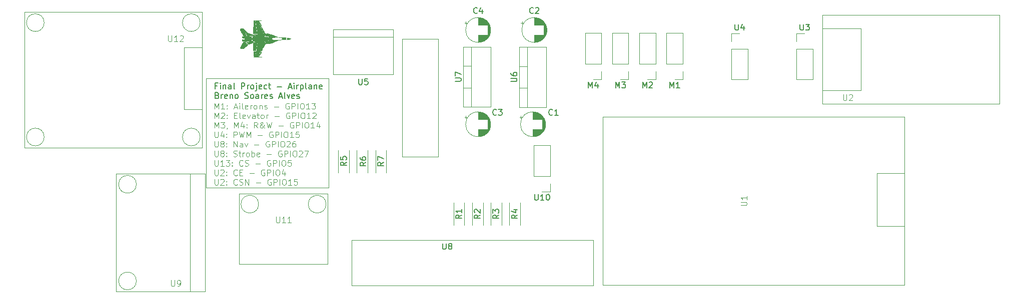
<source format=gbr>
%TF.GenerationSoftware,KiCad,Pcbnew,9.0.3-9.0.3-0~ubuntu22.04.1*%
%TF.CreationDate,2025-09-08T21:56:17-03:00*%
%TF.ProjectId,airplane,61697270-6c61-46e6-952e-6b696361645f,0.0.1*%
%TF.SameCoordinates,Original*%
%TF.FileFunction,Legend,Top*%
%TF.FilePolarity,Positive*%
%FSLAX46Y46*%
G04 Gerber Fmt 4.6, Leading zero omitted, Abs format (unit mm)*
G04 Created by KiCad (PCBNEW 9.0.3-9.0.3-0~ubuntu22.04.1) date 2025-09-08 21:56:17*
%MOMM*%
%LPD*%
G01*
G04 APERTURE LIST*
%ADD10C,0.100000*%
%ADD11C,0.150000*%
%ADD12C,0.120000*%
%ADD13C,0.000000*%
G04 APERTURE END LIST*
D10*
X99375000Y-91000000D02*
X120125000Y-91000000D01*
X120125000Y-109500000D01*
X99375000Y-109500000D01*
X99375000Y-91000000D01*
X100853884Y-96167867D02*
X100853884Y-95167867D01*
X100853884Y-95167867D02*
X101187217Y-95882152D01*
X101187217Y-95882152D02*
X101520550Y-95167867D01*
X101520550Y-95167867D02*
X101520550Y-96167867D01*
X102520550Y-96167867D02*
X101949122Y-96167867D01*
X102234836Y-96167867D02*
X102234836Y-95167867D01*
X102234836Y-95167867D02*
X102139598Y-95310724D01*
X102139598Y-95310724D02*
X102044360Y-95405962D01*
X102044360Y-95405962D02*
X101949122Y-95453581D01*
X102949122Y-96072628D02*
X102996741Y-96120248D01*
X102996741Y-96120248D02*
X102949122Y-96167867D01*
X102949122Y-96167867D02*
X102901503Y-96120248D01*
X102901503Y-96120248D02*
X102949122Y-96072628D01*
X102949122Y-96072628D02*
X102949122Y-96167867D01*
X102949122Y-95548819D02*
X102996741Y-95596438D01*
X102996741Y-95596438D02*
X102949122Y-95644057D01*
X102949122Y-95644057D02*
X102901503Y-95596438D01*
X102901503Y-95596438D02*
X102949122Y-95548819D01*
X102949122Y-95548819D02*
X102949122Y-95644057D01*
X104139598Y-95882152D02*
X104615788Y-95882152D01*
X104044360Y-96167867D02*
X104377693Y-95167867D01*
X104377693Y-95167867D02*
X104711026Y-96167867D01*
X105044360Y-96167867D02*
X105044360Y-95501200D01*
X105044360Y-95167867D02*
X104996741Y-95215486D01*
X104996741Y-95215486D02*
X105044360Y-95263105D01*
X105044360Y-95263105D02*
X105091979Y-95215486D01*
X105091979Y-95215486D02*
X105044360Y-95167867D01*
X105044360Y-95167867D02*
X105044360Y-95263105D01*
X105663407Y-96167867D02*
X105568169Y-96120248D01*
X105568169Y-96120248D02*
X105520550Y-96025009D01*
X105520550Y-96025009D02*
X105520550Y-95167867D01*
X106425312Y-96120248D02*
X106330074Y-96167867D01*
X106330074Y-96167867D02*
X106139598Y-96167867D01*
X106139598Y-96167867D02*
X106044360Y-96120248D01*
X106044360Y-96120248D02*
X105996741Y-96025009D01*
X105996741Y-96025009D02*
X105996741Y-95644057D01*
X105996741Y-95644057D02*
X106044360Y-95548819D01*
X106044360Y-95548819D02*
X106139598Y-95501200D01*
X106139598Y-95501200D02*
X106330074Y-95501200D01*
X106330074Y-95501200D02*
X106425312Y-95548819D01*
X106425312Y-95548819D02*
X106472931Y-95644057D01*
X106472931Y-95644057D02*
X106472931Y-95739295D01*
X106472931Y-95739295D02*
X105996741Y-95834533D01*
X106901503Y-96167867D02*
X106901503Y-95501200D01*
X106901503Y-95691676D02*
X106949122Y-95596438D01*
X106949122Y-95596438D02*
X106996741Y-95548819D01*
X106996741Y-95548819D02*
X107091979Y-95501200D01*
X107091979Y-95501200D02*
X107187217Y-95501200D01*
X107663408Y-96167867D02*
X107568170Y-96120248D01*
X107568170Y-96120248D02*
X107520551Y-96072628D01*
X107520551Y-96072628D02*
X107472932Y-95977390D01*
X107472932Y-95977390D02*
X107472932Y-95691676D01*
X107472932Y-95691676D02*
X107520551Y-95596438D01*
X107520551Y-95596438D02*
X107568170Y-95548819D01*
X107568170Y-95548819D02*
X107663408Y-95501200D01*
X107663408Y-95501200D02*
X107806265Y-95501200D01*
X107806265Y-95501200D02*
X107901503Y-95548819D01*
X107901503Y-95548819D02*
X107949122Y-95596438D01*
X107949122Y-95596438D02*
X107996741Y-95691676D01*
X107996741Y-95691676D02*
X107996741Y-95977390D01*
X107996741Y-95977390D02*
X107949122Y-96072628D01*
X107949122Y-96072628D02*
X107901503Y-96120248D01*
X107901503Y-96120248D02*
X107806265Y-96167867D01*
X107806265Y-96167867D02*
X107663408Y-96167867D01*
X108425313Y-95501200D02*
X108425313Y-96167867D01*
X108425313Y-95596438D02*
X108472932Y-95548819D01*
X108472932Y-95548819D02*
X108568170Y-95501200D01*
X108568170Y-95501200D02*
X108711027Y-95501200D01*
X108711027Y-95501200D02*
X108806265Y-95548819D01*
X108806265Y-95548819D02*
X108853884Y-95644057D01*
X108853884Y-95644057D02*
X108853884Y-96167867D01*
X109282456Y-96120248D02*
X109377694Y-96167867D01*
X109377694Y-96167867D02*
X109568170Y-96167867D01*
X109568170Y-96167867D02*
X109663408Y-96120248D01*
X109663408Y-96120248D02*
X109711027Y-96025009D01*
X109711027Y-96025009D02*
X109711027Y-95977390D01*
X109711027Y-95977390D02*
X109663408Y-95882152D01*
X109663408Y-95882152D02*
X109568170Y-95834533D01*
X109568170Y-95834533D02*
X109425313Y-95834533D01*
X109425313Y-95834533D02*
X109330075Y-95786914D01*
X109330075Y-95786914D02*
X109282456Y-95691676D01*
X109282456Y-95691676D02*
X109282456Y-95644057D01*
X109282456Y-95644057D02*
X109330075Y-95548819D01*
X109330075Y-95548819D02*
X109425313Y-95501200D01*
X109425313Y-95501200D02*
X109568170Y-95501200D01*
X109568170Y-95501200D02*
X109663408Y-95548819D01*
X110901504Y-95786914D02*
X111663409Y-95786914D01*
X113425313Y-95215486D02*
X113330075Y-95167867D01*
X113330075Y-95167867D02*
X113187218Y-95167867D01*
X113187218Y-95167867D02*
X113044361Y-95215486D01*
X113044361Y-95215486D02*
X112949123Y-95310724D01*
X112949123Y-95310724D02*
X112901504Y-95405962D01*
X112901504Y-95405962D02*
X112853885Y-95596438D01*
X112853885Y-95596438D02*
X112853885Y-95739295D01*
X112853885Y-95739295D02*
X112901504Y-95929771D01*
X112901504Y-95929771D02*
X112949123Y-96025009D01*
X112949123Y-96025009D02*
X113044361Y-96120248D01*
X113044361Y-96120248D02*
X113187218Y-96167867D01*
X113187218Y-96167867D02*
X113282456Y-96167867D01*
X113282456Y-96167867D02*
X113425313Y-96120248D01*
X113425313Y-96120248D02*
X113472932Y-96072628D01*
X113472932Y-96072628D02*
X113472932Y-95739295D01*
X113472932Y-95739295D02*
X113282456Y-95739295D01*
X113901504Y-96167867D02*
X113901504Y-95167867D01*
X113901504Y-95167867D02*
X114282456Y-95167867D01*
X114282456Y-95167867D02*
X114377694Y-95215486D01*
X114377694Y-95215486D02*
X114425313Y-95263105D01*
X114425313Y-95263105D02*
X114472932Y-95358343D01*
X114472932Y-95358343D02*
X114472932Y-95501200D01*
X114472932Y-95501200D02*
X114425313Y-95596438D01*
X114425313Y-95596438D02*
X114377694Y-95644057D01*
X114377694Y-95644057D02*
X114282456Y-95691676D01*
X114282456Y-95691676D02*
X113901504Y-95691676D01*
X114901504Y-96167867D02*
X114901504Y-95167867D01*
X115568170Y-95167867D02*
X115758646Y-95167867D01*
X115758646Y-95167867D02*
X115853884Y-95215486D01*
X115853884Y-95215486D02*
X115949122Y-95310724D01*
X115949122Y-95310724D02*
X115996741Y-95501200D01*
X115996741Y-95501200D02*
X115996741Y-95834533D01*
X115996741Y-95834533D02*
X115949122Y-96025009D01*
X115949122Y-96025009D02*
X115853884Y-96120248D01*
X115853884Y-96120248D02*
X115758646Y-96167867D01*
X115758646Y-96167867D02*
X115568170Y-96167867D01*
X115568170Y-96167867D02*
X115472932Y-96120248D01*
X115472932Y-96120248D02*
X115377694Y-96025009D01*
X115377694Y-96025009D02*
X115330075Y-95834533D01*
X115330075Y-95834533D02*
X115330075Y-95501200D01*
X115330075Y-95501200D02*
X115377694Y-95310724D01*
X115377694Y-95310724D02*
X115472932Y-95215486D01*
X115472932Y-95215486D02*
X115568170Y-95167867D01*
X116949122Y-96167867D02*
X116377694Y-96167867D01*
X116663408Y-96167867D02*
X116663408Y-95167867D01*
X116663408Y-95167867D02*
X116568170Y-95310724D01*
X116568170Y-95310724D02*
X116472932Y-95405962D01*
X116472932Y-95405962D02*
X116377694Y-95453581D01*
X117282456Y-95167867D02*
X117901503Y-95167867D01*
X117901503Y-95167867D02*
X117568170Y-95548819D01*
X117568170Y-95548819D02*
X117711027Y-95548819D01*
X117711027Y-95548819D02*
X117806265Y-95596438D01*
X117806265Y-95596438D02*
X117853884Y-95644057D01*
X117853884Y-95644057D02*
X117901503Y-95739295D01*
X117901503Y-95739295D02*
X117901503Y-95977390D01*
X117901503Y-95977390D02*
X117853884Y-96072628D01*
X117853884Y-96072628D02*
X117806265Y-96120248D01*
X117806265Y-96120248D02*
X117711027Y-96167867D01*
X117711027Y-96167867D02*
X117425313Y-96167867D01*
X117425313Y-96167867D02*
X117330075Y-96120248D01*
X117330075Y-96120248D02*
X117282456Y-96072628D01*
X100853884Y-97777811D02*
X100853884Y-96777811D01*
X100853884Y-96777811D02*
X101187217Y-97492096D01*
X101187217Y-97492096D02*
X101520550Y-96777811D01*
X101520550Y-96777811D02*
X101520550Y-97777811D01*
X101949122Y-96873049D02*
X101996741Y-96825430D01*
X101996741Y-96825430D02*
X102091979Y-96777811D01*
X102091979Y-96777811D02*
X102330074Y-96777811D01*
X102330074Y-96777811D02*
X102425312Y-96825430D01*
X102425312Y-96825430D02*
X102472931Y-96873049D01*
X102472931Y-96873049D02*
X102520550Y-96968287D01*
X102520550Y-96968287D02*
X102520550Y-97063525D01*
X102520550Y-97063525D02*
X102472931Y-97206382D01*
X102472931Y-97206382D02*
X101901503Y-97777811D01*
X101901503Y-97777811D02*
X102520550Y-97777811D01*
X102949122Y-97682572D02*
X102996741Y-97730192D01*
X102996741Y-97730192D02*
X102949122Y-97777811D01*
X102949122Y-97777811D02*
X102901503Y-97730192D01*
X102901503Y-97730192D02*
X102949122Y-97682572D01*
X102949122Y-97682572D02*
X102949122Y-97777811D01*
X102949122Y-97158763D02*
X102996741Y-97206382D01*
X102996741Y-97206382D02*
X102949122Y-97254001D01*
X102949122Y-97254001D02*
X102901503Y-97206382D01*
X102901503Y-97206382D02*
X102949122Y-97158763D01*
X102949122Y-97158763D02*
X102949122Y-97254001D01*
X104187217Y-97254001D02*
X104520550Y-97254001D01*
X104663407Y-97777811D02*
X104187217Y-97777811D01*
X104187217Y-97777811D02*
X104187217Y-96777811D01*
X104187217Y-96777811D02*
X104663407Y-96777811D01*
X105234836Y-97777811D02*
X105139598Y-97730192D01*
X105139598Y-97730192D02*
X105091979Y-97634953D01*
X105091979Y-97634953D02*
X105091979Y-96777811D01*
X105996741Y-97730192D02*
X105901503Y-97777811D01*
X105901503Y-97777811D02*
X105711027Y-97777811D01*
X105711027Y-97777811D02*
X105615789Y-97730192D01*
X105615789Y-97730192D02*
X105568170Y-97634953D01*
X105568170Y-97634953D02*
X105568170Y-97254001D01*
X105568170Y-97254001D02*
X105615789Y-97158763D01*
X105615789Y-97158763D02*
X105711027Y-97111144D01*
X105711027Y-97111144D02*
X105901503Y-97111144D01*
X105901503Y-97111144D02*
X105996741Y-97158763D01*
X105996741Y-97158763D02*
X106044360Y-97254001D01*
X106044360Y-97254001D02*
X106044360Y-97349239D01*
X106044360Y-97349239D02*
X105568170Y-97444477D01*
X106377694Y-97111144D02*
X106615789Y-97777811D01*
X106615789Y-97777811D02*
X106853884Y-97111144D01*
X107663408Y-97777811D02*
X107663408Y-97254001D01*
X107663408Y-97254001D02*
X107615789Y-97158763D01*
X107615789Y-97158763D02*
X107520551Y-97111144D01*
X107520551Y-97111144D02*
X107330075Y-97111144D01*
X107330075Y-97111144D02*
X107234837Y-97158763D01*
X107663408Y-97730192D02*
X107568170Y-97777811D01*
X107568170Y-97777811D02*
X107330075Y-97777811D01*
X107330075Y-97777811D02*
X107234837Y-97730192D01*
X107234837Y-97730192D02*
X107187218Y-97634953D01*
X107187218Y-97634953D02*
X107187218Y-97539715D01*
X107187218Y-97539715D02*
X107234837Y-97444477D01*
X107234837Y-97444477D02*
X107330075Y-97396858D01*
X107330075Y-97396858D02*
X107568170Y-97396858D01*
X107568170Y-97396858D02*
X107663408Y-97349239D01*
X107996742Y-97111144D02*
X108377694Y-97111144D01*
X108139599Y-96777811D02*
X108139599Y-97634953D01*
X108139599Y-97634953D02*
X108187218Y-97730192D01*
X108187218Y-97730192D02*
X108282456Y-97777811D01*
X108282456Y-97777811D02*
X108377694Y-97777811D01*
X108853885Y-97777811D02*
X108758647Y-97730192D01*
X108758647Y-97730192D02*
X108711028Y-97682572D01*
X108711028Y-97682572D02*
X108663409Y-97587334D01*
X108663409Y-97587334D02*
X108663409Y-97301620D01*
X108663409Y-97301620D02*
X108711028Y-97206382D01*
X108711028Y-97206382D02*
X108758647Y-97158763D01*
X108758647Y-97158763D02*
X108853885Y-97111144D01*
X108853885Y-97111144D02*
X108996742Y-97111144D01*
X108996742Y-97111144D02*
X109091980Y-97158763D01*
X109091980Y-97158763D02*
X109139599Y-97206382D01*
X109139599Y-97206382D02*
X109187218Y-97301620D01*
X109187218Y-97301620D02*
X109187218Y-97587334D01*
X109187218Y-97587334D02*
X109139599Y-97682572D01*
X109139599Y-97682572D02*
X109091980Y-97730192D01*
X109091980Y-97730192D02*
X108996742Y-97777811D01*
X108996742Y-97777811D02*
X108853885Y-97777811D01*
X109615790Y-97777811D02*
X109615790Y-97111144D01*
X109615790Y-97301620D02*
X109663409Y-97206382D01*
X109663409Y-97206382D02*
X109711028Y-97158763D01*
X109711028Y-97158763D02*
X109806266Y-97111144D01*
X109806266Y-97111144D02*
X109901504Y-97111144D01*
X110996743Y-97396858D02*
X111758648Y-97396858D01*
X113520552Y-96825430D02*
X113425314Y-96777811D01*
X113425314Y-96777811D02*
X113282457Y-96777811D01*
X113282457Y-96777811D02*
X113139600Y-96825430D01*
X113139600Y-96825430D02*
X113044362Y-96920668D01*
X113044362Y-96920668D02*
X112996743Y-97015906D01*
X112996743Y-97015906D02*
X112949124Y-97206382D01*
X112949124Y-97206382D02*
X112949124Y-97349239D01*
X112949124Y-97349239D02*
X112996743Y-97539715D01*
X112996743Y-97539715D02*
X113044362Y-97634953D01*
X113044362Y-97634953D02*
X113139600Y-97730192D01*
X113139600Y-97730192D02*
X113282457Y-97777811D01*
X113282457Y-97777811D02*
X113377695Y-97777811D01*
X113377695Y-97777811D02*
X113520552Y-97730192D01*
X113520552Y-97730192D02*
X113568171Y-97682572D01*
X113568171Y-97682572D02*
X113568171Y-97349239D01*
X113568171Y-97349239D02*
X113377695Y-97349239D01*
X113996743Y-97777811D02*
X113996743Y-96777811D01*
X113996743Y-96777811D02*
X114377695Y-96777811D01*
X114377695Y-96777811D02*
X114472933Y-96825430D01*
X114472933Y-96825430D02*
X114520552Y-96873049D01*
X114520552Y-96873049D02*
X114568171Y-96968287D01*
X114568171Y-96968287D02*
X114568171Y-97111144D01*
X114568171Y-97111144D02*
X114520552Y-97206382D01*
X114520552Y-97206382D02*
X114472933Y-97254001D01*
X114472933Y-97254001D02*
X114377695Y-97301620D01*
X114377695Y-97301620D02*
X113996743Y-97301620D01*
X114996743Y-97777811D02*
X114996743Y-96777811D01*
X115663409Y-96777811D02*
X115853885Y-96777811D01*
X115853885Y-96777811D02*
X115949123Y-96825430D01*
X115949123Y-96825430D02*
X116044361Y-96920668D01*
X116044361Y-96920668D02*
X116091980Y-97111144D01*
X116091980Y-97111144D02*
X116091980Y-97444477D01*
X116091980Y-97444477D02*
X116044361Y-97634953D01*
X116044361Y-97634953D02*
X115949123Y-97730192D01*
X115949123Y-97730192D02*
X115853885Y-97777811D01*
X115853885Y-97777811D02*
X115663409Y-97777811D01*
X115663409Y-97777811D02*
X115568171Y-97730192D01*
X115568171Y-97730192D02*
X115472933Y-97634953D01*
X115472933Y-97634953D02*
X115425314Y-97444477D01*
X115425314Y-97444477D02*
X115425314Y-97111144D01*
X115425314Y-97111144D02*
X115472933Y-96920668D01*
X115472933Y-96920668D02*
X115568171Y-96825430D01*
X115568171Y-96825430D02*
X115663409Y-96777811D01*
X117044361Y-97777811D02*
X116472933Y-97777811D01*
X116758647Y-97777811D02*
X116758647Y-96777811D01*
X116758647Y-96777811D02*
X116663409Y-96920668D01*
X116663409Y-96920668D02*
X116568171Y-97015906D01*
X116568171Y-97015906D02*
X116472933Y-97063525D01*
X117425314Y-96873049D02*
X117472933Y-96825430D01*
X117472933Y-96825430D02*
X117568171Y-96777811D01*
X117568171Y-96777811D02*
X117806266Y-96777811D01*
X117806266Y-96777811D02*
X117901504Y-96825430D01*
X117901504Y-96825430D02*
X117949123Y-96873049D01*
X117949123Y-96873049D02*
X117996742Y-96968287D01*
X117996742Y-96968287D02*
X117996742Y-97063525D01*
X117996742Y-97063525D02*
X117949123Y-97206382D01*
X117949123Y-97206382D02*
X117377695Y-97777811D01*
X117377695Y-97777811D02*
X117996742Y-97777811D01*
X100853884Y-99387755D02*
X100853884Y-98387755D01*
X100853884Y-98387755D02*
X101187217Y-99102040D01*
X101187217Y-99102040D02*
X101520550Y-98387755D01*
X101520550Y-98387755D02*
X101520550Y-99387755D01*
X101901503Y-98387755D02*
X102520550Y-98387755D01*
X102520550Y-98387755D02*
X102187217Y-98768707D01*
X102187217Y-98768707D02*
X102330074Y-98768707D01*
X102330074Y-98768707D02*
X102425312Y-98816326D01*
X102425312Y-98816326D02*
X102472931Y-98863945D01*
X102472931Y-98863945D02*
X102520550Y-98959183D01*
X102520550Y-98959183D02*
X102520550Y-99197278D01*
X102520550Y-99197278D02*
X102472931Y-99292516D01*
X102472931Y-99292516D02*
X102425312Y-99340136D01*
X102425312Y-99340136D02*
X102330074Y-99387755D01*
X102330074Y-99387755D02*
X102044360Y-99387755D01*
X102044360Y-99387755D02*
X101949122Y-99340136D01*
X101949122Y-99340136D02*
X101901503Y-99292516D01*
X102996741Y-99340136D02*
X102996741Y-99387755D01*
X102996741Y-99387755D02*
X102949122Y-99482993D01*
X102949122Y-99482993D02*
X102901503Y-99530612D01*
X104187217Y-99387755D02*
X104187217Y-98387755D01*
X104187217Y-98387755D02*
X104520550Y-99102040D01*
X104520550Y-99102040D02*
X104853883Y-98387755D01*
X104853883Y-98387755D02*
X104853883Y-99387755D01*
X105758645Y-98721088D02*
X105758645Y-99387755D01*
X105520550Y-98340136D02*
X105282455Y-99054421D01*
X105282455Y-99054421D02*
X105901502Y-99054421D01*
X106282455Y-99292516D02*
X106330074Y-99340136D01*
X106330074Y-99340136D02*
X106282455Y-99387755D01*
X106282455Y-99387755D02*
X106234836Y-99340136D01*
X106234836Y-99340136D02*
X106282455Y-99292516D01*
X106282455Y-99292516D02*
X106282455Y-99387755D01*
X106282455Y-98768707D02*
X106330074Y-98816326D01*
X106330074Y-98816326D02*
X106282455Y-98863945D01*
X106282455Y-98863945D02*
X106234836Y-98816326D01*
X106234836Y-98816326D02*
X106282455Y-98768707D01*
X106282455Y-98768707D02*
X106282455Y-98863945D01*
X108091978Y-99387755D02*
X107758645Y-98911564D01*
X107520550Y-99387755D02*
X107520550Y-98387755D01*
X107520550Y-98387755D02*
X107901502Y-98387755D01*
X107901502Y-98387755D02*
X107996740Y-98435374D01*
X107996740Y-98435374D02*
X108044359Y-98482993D01*
X108044359Y-98482993D02*
X108091978Y-98578231D01*
X108091978Y-98578231D02*
X108091978Y-98721088D01*
X108091978Y-98721088D02*
X108044359Y-98816326D01*
X108044359Y-98816326D02*
X107996740Y-98863945D01*
X107996740Y-98863945D02*
X107901502Y-98911564D01*
X107901502Y-98911564D02*
X107520550Y-98911564D01*
X109330074Y-99387755D02*
X109282455Y-99387755D01*
X109282455Y-99387755D02*
X109187216Y-99340136D01*
X109187216Y-99340136D02*
X109044359Y-99197278D01*
X109044359Y-99197278D02*
X108806264Y-98911564D01*
X108806264Y-98911564D02*
X108711026Y-98768707D01*
X108711026Y-98768707D02*
X108663407Y-98625850D01*
X108663407Y-98625850D02*
X108663407Y-98530612D01*
X108663407Y-98530612D02*
X108711026Y-98435374D01*
X108711026Y-98435374D02*
X108806264Y-98387755D01*
X108806264Y-98387755D02*
X108853883Y-98387755D01*
X108853883Y-98387755D02*
X108949121Y-98435374D01*
X108949121Y-98435374D02*
X108996740Y-98530612D01*
X108996740Y-98530612D02*
X108996740Y-98578231D01*
X108996740Y-98578231D02*
X108949121Y-98673469D01*
X108949121Y-98673469D02*
X108901502Y-98721088D01*
X108901502Y-98721088D02*
X108615788Y-98911564D01*
X108615788Y-98911564D02*
X108568169Y-98959183D01*
X108568169Y-98959183D02*
X108520550Y-99054421D01*
X108520550Y-99054421D02*
X108520550Y-99197278D01*
X108520550Y-99197278D02*
X108568169Y-99292516D01*
X108568169Y-99292516D02*
X108615788Y-99340136D01*
X108615788Y-99340136D02*
X108711026Y-99387755D01*
X108711026Y-99387755D02*
X108853883Y-99387755D01*
X108853883Y-99387755D02*
X108949121Y-99340136D01*
X108949121Y-99340136D02*
X108996740Y-99292516D01*
X108996740Y-99292516D02*
X109139597Y-99102040D01*
X109139597Y-99102040D02*
X109187216Y-98959183D01*
X109187216Y-98959183D02*
X109187216Y-98863945D01*
X109663407Y-98387755D02*
X109901502Y-99387755D01*
X109901502Y-99387755D02*
X110091978Y-98673469D01*
X110091978Y-98673469D02*
X110282454Y-99387755D01*
X110282454Y-99387755D02*
X110520550Y-98387755D01*
X111663407Y-99006802D02*
X112425312Y-99006802D01*
X114187216Y-98435374D02*
X114091978Y-98387755D01*
X114091978Y-98387755D02*
X113949121Y-98387755D01*
X113949121Y-98387755D02*
X113806264Y-98435374D01*
X113806264Y-98435374D02*
X113711026Y-98530612D01*
X113711026Y-98530612D02*
X113663407Y-98625850D01*
X113663407Y-98625850D02*
X113615788Y-98816326D01*
X113615788Y-98816326D02*
X113615788Y-98959183D01*
X113615788Y-98959183D02*
X113663407Y-99149659D01*
X113663407Y-99149659D02*
X113711026Y-99244897D01*
X113711026Y-99244897D02*
X113806264Y-99340136D01*
X113806264Y-99340136D02*
X113949121Y-99387755D01*
X113949121Y-99387755D02*
X114044359Y-99387755D01*
X114044359Y-99387755D02*
X114187216Y-99340136D01*
X114187216Y-99340136D02*
X114234835Y-99292516D01*
X114234835Y-99292516D02*
X114234835Y-98959183D01*
X114234835Y-98959183D02*
X114044359Y-98959183D01*
X114663407Y-99387755D02*
X114663407Y-98387755D01*
X114663407Y-98387755D02*
X115044359Y-98387755D01*
X115044359Y-98387755D02*
X115139597Y-98435374D01*
X115139597Y-98435374D02*
X115187216Y-98482993D01*
X115187216Y-98482993D02*
X115234835Y-98578231D01*
X115234835Y-98578231D02*
X115234835Y-98721088D01*
X115234835Y-98721088D02*
X115187216Y-98816326D01*
X115187216Y-98816326D02*
X115139597Y-98863945D01*
X115139597Y-98863945D02*
X115044359Y-98911564D01*
X115044359Y-98911564D02*
X114663407Y-98911564D01*
X115663407Y-99387755D02*
X115663407Y-98387755D01*
X116330073Y-98387755D02*
X116520549Y-98387755D01*
X116520549Y-98387755D02*
X116615787Y-98435374D01*
X116615787Y-98435374D02*
X116711025Y-98530612D01*
X116711025Y-98530612D02*
X116758644Y-98721088D01*
X116758644Y-98721088D02*
X116758644Y-99054421D01*
X116758644Y-99054421D02*
X116711025Y-99244897D01*
X116711025Y-99244897D02*
X116615787Y-99340136D01*
X116615787Y-99340136D02*
X116520549Y-99387755D01*
X116520549Y-99387755D02*
X116330073Y-99387755D01*
X116330073Y-99387755D02*
X116234835Y-99340136D01*
X116234835Y-99340136D02*
X116139597Y-99244897D01*
X116139597Y-99244897D02*
X116091978Y-99054421D01*
X116091978Y-99054421D02*
X116091978Y-98721088D01*
X116091978Y-98721088D02*
X116139597Y-98530612D01*
X116139597Y-98530612D02*
X116234835Y-98435374D01*
X116234835Y-98435374D02*
X116330073Y-98387755D01*
X117711025Y-99387755D02*
X117139597Y-99387755D01*
X117425311Y-99387755D02*
X117425311Y-98387755D01*
X117425311Y-98387755D02*
X117330073Y-98530612D01*
X117330073Y-98530612D02*
X117234835Y-98625850D01*
X117234835Y-98625850D02*
X117139597Y-98673469D01*
X118568168Y-98721088D02*
X118568168Y-99387755D01*
X118330073Y-98340136D02*
X118091978Y-99054421D01*
X118091978Y-99054421D02*
X118711025Y-99054421D01*
X100853884Y-99997699D02*
X100853884Y-100807222D01*
X100853884Y-100807222D02*
X100901503Y-100902460D01*
X100901503Y-100902460D02*
X100949122Y-100950080D01*
X100949122Y-100950080D02*
X101044360Y-100997699D01*
X101044360Y-100997699D02*
X101234836Y-100997699D01*
X101234836Y-100997699D02*
X101330074Y-100950080D01*
X101330074Y-100950080D02*
X101377693Y-100902460D01*
X101377693Y-100902460D02*
X101425312Y-100807222D01*
X101425312Y-100807222D02*
X101425312Y-99997699D01*
X102330074Y-100331032D02*
X102330074Y-100997699D01*
X102091979Y-99950080D02*
X101853884Y-100664365D01*
X101853884Y-100664365D02*
X102472931Y-100664365D01*
X102853884Y-100902460D02*
X102901503Y-100950080D01*
X102901503Y-100950080D02*
X102853884Y-100997699D01*
X102853884Y-100997699D02*
X102806265Y-100950080D01*
X102806265Y-100950080D02*
X102853884Y-100902460D01*
X102853884Y-100902460D02*
X102853884Y-100997699D01*
X102853884Y-100378651D02*
X102901503Y-100426270D01*
X102901503Y-100426270D02*
X102853884Y-100473889D01*
X102853884Y-100473889D02*
X102806265Y-100426270D01*
X102806265Y-100426270D02*
X102853884Y-100378651D01*
X102853884Y-100378651D02*
X102853884Y-100473889D01*
X104091979Y-100997699D02*
X104091979Y-99997699D01*
X104091979Y-99997699D02*
X104472931Y-99997699D01*
X104472931Y-99997699D02*
X104568169Y-100045318D01*
X104568169Y-100045318D02*
X104615788Y-100092937D01*
X104615788Y-100092937D02*
X104663407Y-100188175D01*
X104663407Y-100188175D02*
X104663407Y-100331032D01*
X104663407Y-100331032D02*
X104615788Y-100426270D01*
X104615788Y-100426270D02*
X104568169Y-100473889D01*
X104568169Y-100473889D02*
X104472931Y-100521508D01*
X104472931Y-100521508D02*
X104091979Y-100521508D01*
X104996741Y-99997699D02*
X105234836Y-100997699D01*
X105234836Y-100997699D02*
X105425312Y-100283413D01*
X105425312Y-100283413D02*
X105615788Y-100997699D01*
X105615788Y-100997699D02*
X105853884Y-99997699D01*
X106234836Y-100997699D02*
X106234836Y-99997699D01*
X106234836Y-99997699D02*
X106568169Y-100711984D01*
X106568169Y-100711984D02*
X106901502Y-99997699D01*
X106901502Y-99997699D02*
X106901502Y-100997699D01*
X108139598Y-100616746D02*
X108901503Y-100616746D01*
X110663407Y-100045318D02*
X110568169Y-99997699D01*
X110568169Y-99997699D02*
X110425312Y-99997699D01*
X110425312Y-99997699D02*
X110282455Y-100045318D01*
X110282455Y-100045318D02*
X110187217Y-100140556D01*
X110187217Y-100140556D02*
X110139598Y-100235794D01*
X110139598Y-100235794D02*
X110091979Y-100426270D01*
X110091979Y-100426270D02*
X110091979Y-100569127D01*
X110091979Y-100569127D02*
X110139598Y-100759603D01*
X110139598Y-100759603D02*
X110187217Y-100854841D01*
X110187217Y-100854841D02*
X110282455Y-100950080D01*
X110282455Y-100950080D02*
X110425312Y-100997699D01*
X110425312Y-100997699D02*
X110520550Y-100997699D01*
X110520550Y-100997699D02*
X110663407Y-100950080D01*
X110663407Y-100950080D02*
X110711026Y-100902460D01*
X110711026Y-100902460D02*
X110711026Y-100569127D01*
X110711026Y-100569127D02*
X110520550Y-100569127D01*
X111139598Y-100997699D02*
X111139598Y-99997699D01*
X111139598Y-99997699D02*
X111520550Y-99997699D01*
X111520550Y-99997699D02*
X111615788Y-100045318D01*
X111615788Y-100045318D02*
X111663407Y-100092937D01*
X111663407Y-100092937D02*
X111711026Y-100188175D01*
X111711026Y-100188175D02*
X111711026Y-100331032D01*
X111711026Y-100331032D02*
X111663407Y-100426270D01*
X111663407Y-100426270D02*
X111615788Y-100473889D01*
X111615788Y-100473889D02*
X111520550Y-100521508D01*
X111520550Y-100521508D02*
X111139598Y-100521508D01*
X112139598Y-100997699D02*
X112139598Y-99997699D01*
X112806264Y-99997699D02*
X112996740Y-99997699D01*
X112996740Y-99997699D02*
X113091978Y-100045318D01*
X113091978Y-100045318D02*
X113187216Y-100140556D01*
X113187216Y-100140556D02*
X113234835Y-100331032D01*
X113234835Y-100331032D02*
X113234835Y-100664365D01*
X113234835Y-100664365D02*
X113187216Y-100854841D01*
X113187216Y-100854841D02*
X113091978Y-100950080D01*
X113091978Y-100950080D02*
X112996740Y-100997699D01*
X112996740Y-100997699D02*
X112806264Y-100997699D01*
X112806264Y-100997699D02*
X112711026Y-100950080D01*
X112711026Y-100950080D02*
X112615788Y-100854841D01*
X112615788Y-100854841D02*
X112568169Y-100664365D01*
X112568169Y-100664365D02*
X112568169Y-100331032D01*
X112568169Y-100331032D02*
X112615788Y-100140556D01*
X112615788Y-100140556D02*
X112711026Y-100045318D01*
X112711026Y-100045318D02*
X112806264Y-99997699D01*
X114187216Y-100997699D02*
X113615788Y-100997699D01*
X113901502Y-100997699D02*
X113901502Y-99997699D01*
X113901502Y-99997699D02*
X113806264Y-100140556D01*
X113806264Y-100140556D02*
X113711026Y-100235794D01*
X113711026Y-100235794D02*
X113615788Y-100283413D01*
X115091978Y-99997699D02*
X114615788Y-99997699D01*
X114615788Y-99997699D02*
X114568169Y-100473889D01*
X114568169Y-100473889D02*
X114615788Y-100426270D01*
X114615788Y-100426270D02*
X114711026Y-100378651D01*
X114711026Y-100378651D02*
X114949121Y-100378651D01*
X114949121Y-100378651D02*
X115044359Y-100426270D01*
X115044359Y-100426270D02*
X115091978Y-100473889D01*
X115091978Y-100473889D02*
X115139597Y-100569127D01*
X115139597Y-100569127D02*
X115139597Y-100807222D01*
X115139597Y-100807222D02*
X115091978Y-100902460D01*
X115091978Y-100902460D02*
X115044359Y-100950080D01*
X115044359Y-100950080D02*
X114949121Y-100997699D01*
X114949121Y-100997699D02*
X114711026Y-100997699D01*
X114711026Y-100997699D02*
X114615788Y-100950080D01*
X114615788Y-100950080D02*
X114568169Y-100902460D01*
X100853884Y-101607643D02*
X100853884Y-102417166D01*
X100853884Y-102417166D02*
X100901503Y-102512404D01*
X100901503Y-102512404D02*
X100949122Y-102560024D01*
X100949122Y-102560024D02*
X101044360Y-102607643D01*
X101044360Y-102607643D02*
X101234836Y-102607643D01*
X101234836Y-102607643D02*
X101330074Y-102560024D01*
X101330074Y-102560024D02*
X101377693Y-102512404D01*
X101377693Y-102512404D02*
X101425312Y-102417166D01*
X101425312Y-102417166D02*
X101425312Y-101607643D01*
X102044360Y-102036214D02*
X101949122Y-101988595D01*
X101949122Y-101988595D02*
X101901503Y-101940976D01*
X101901503Y-101940976D02*
X101853884Y-101845738D01*
X101853884Y-101845738D02*
X101853884Y-101798119D01*
X101853884Y-101798119D02*
X101901503Y-101702881D01*
X101901503Y-101702881D02*
X101949122Y-101655262D01*
X101949122Y-101655262D02*
X102044360Y-101607643D01*
X102044360Y-101607643D02*
X102234836Y-101607643D01*
X102234836Y-101607643D02*
X102330074Y-101655262D01*
X102330074Y-101655262D02*
X102377693Y-101702881D01*
X102377693Y-101702881D02*
X102425312Y-101798119D01*
X102425312Y-101798119D02*
X102425312Y-101845738D01*
X102425312Y-101845738D02*
X102377693Y-101940976D01*
X102377693Y-101940976D02*
X102330074Y-101988595D01*
X102330074Y-101988595D02*
X102234836Y-102036214D01*
X102234836Y-102036214D02*
X102044360Y-102036214D01*
X102044360Y-102036214D02*
X101949122Y-102083833D01*
X101949122Y-102083833D02*
X101901503Y-102131452D01*
X101901503Y-102131452D02*
X101853884Y-102226690D01*
X101853884Y-102226690D02*
X101853884Y-102417166D01*
X101853884Y-102417166D02*
X101901503Y-102512404D01*
X101901503Y-102512404D02*
X101949122Y-102560024D01*
X101949122Y-102560024D02*
X102044360Y-102607643D01*
X102044360Y-102607643D02*
X102234836Y-102607643D01*
X102234836Y-102607643D02*
X102330074Y-102560024D01*
X102330074Y-102560024D02*
X102377693Y-102512404D01*
X102377693Y-102512404D02*
X102425312Y-102417166D01*
X102425312Y-102417166D02*
X102425312Y-102226690D01*
X102425312Y-102226690D02*
X102377693Y-102131452D01*
X102377693Y-102131452D02*
X102330074Y-102083833D01*
X102330074Y-102083833D02*
X102234836Y-102036214D01*
X102853884Y-102512404D02*
X102901503Y-102560024D01*
X102901503Y-102560024D02*
X102853884Y-102607643D01*
X102853884Y-102607643D02*
X102806265Y-102560024D01*
X102806265Y-102560024D02*
X102853884Y-102512404D01*
X102853884Y-102512404D02*
X102853884Y-102607643D01*
X102853884Y-101988595D02*
X102901503Y-102036214D01*
X102901503Y-102036214D02*
X102853884Y-102083833D01*
X102853884Y-102083833D02*
X102806265Y-102036214D01*
X102806265Y-102036214D02*
X102853884Y-101988595D01*
X102853884Y-101988595D02*
X102853884Y-102083833D01*
X104091979Y-102607643D02*
X104091979Y-101607643D01*
X104091979Y-101607643D02*
X104663407Y-102607643D01*
X104663407Y-102607643D02*
X104663407Y-101607643D01*
X105568169Y-102607643D02*
X105568169Y-102083833D01*
X105568169Y-102083833D02*
X105520550Y-101988595D01*
X105520550Y-101988595D02*
X105425312Y-101940976D01*
X105425312Y-101940976D02*
X105234836Y-101940976D01*
X105234836Y-101940976D02*
X105139598Y-101988595D01*
X105568169Y-102560024D02*
X105472931Y-102607643D01*
X105472931Y-102607643D02*
X105234836Y-102607643D01*
X105234836Y-102607643D02*
X105139598Y-102560024D01*
X105139598Y-102560024D02*
X105091979Y-102464785D01*
X105091979Y-102464785D02*
X105091979Y-102369547D01*
X105091979Y-102369547D02*
X105139598Y-102274309D01*
X105139598Y-102274309D02*
X105234836Y-102226690D01*
X105234836Y-102226690D02*
X105472931Y-102226690D01*
X105472931Y-102226690D02*
X105568169Y-102179071D01*
X105949122Y-101940976D02*
X106187217Y-102607643D01*
X106187217Y-102607643D02*
X106425312Y-101940976D01*
X107568170Y-102226690D02*
X108330075Y-102226690D01*
X110091979Y-101655262D02*
X109996741Y-101607643D01*
X109996741Y-101607643D02*
X109853884Y-101607643D01*
X109853884Y-101607643D02*
X109711027Y-101655262D01*
X109711027Y-101655262D02*
X109615789Y-101750500D01*
X109615789Y-101750500D02*
X109568170Y-101845738D01*
X109568170Y-101845738D02*
X109520551Y-102036214D01*
X109520551Y-102036214D02*
X109520551Y-102179071D01*
X109520551Y-102179071D02*
X109568170Y-102369547D01*
X109568170Y-102369547D02*
X109615789Y-102464785D01*
X109615789Y-102464785D02*
X109711027Y-102560024D01*
X109711027Y-102560024D02*
X109853884Y-102607643D01*
X109853884Y-102607643D02*
X109949122Y-102607643D01*
X109949122Y-102607643D02*
X110091979Y-102560024D01*
X110091979Y-102560024D02*
X110139598Y-102512404D01*
X110139598Y-102512404D02*
X110139598Y-102179071D01*
X110139598Y-102179071D02*
X109949122Y-102179071D01*
X110568170Y-102607643D02*
X110568170Y-101607643D01*
X110568170Y-101607643D02*
X110949122Y-101607643D01*
X110949122Y-101607643D02*
X111044360Y-101655262D01*
X111044360Y-101655262D02*
X111091979Y-101702881D01*
X111091979Y-101702881D02*
X111139598Y-101798119D01*
X111139598Y-101798119D02*
X111139598Y-101940976D01*
X111139598Y-101940976D02*
X111091979Y-102036214D01*
X111091979Y-102036214D02*
X111044360Y-102083833D01*
X111044360Y-102083833D02*
X110949122Y-102131452D01*
X110949122Y-102131452D02*
X110568170Y-102131452D01*
X111568170Y-102607643D02*
X111568170Y-101607643D01*
X112234836Y-101607643D02*
X112425312Y-101607643D01*
X112425312Y-101607643D02*
X112520550Y-101655262D01*
X112520550Y-101655262D02*
X112615788Y-101750500D01*
X112615788Y-101750500D02*
X112663407Y-101940976D01*
X112663407Y-101940976D02*
X112663407Y-102274309D01*
X112663407Y-102274309D02*
X112615788Y-102464785D01*
X112615788Y-102464785D02*
X112520550Y-102560024D01*
X112520550Y-102560024D02*
X112425312Y-102607643D01*
X112425312Y-102607643D02*
X112234836Y-102607643D01*
X112234836Y-102607643D02*
X112139598Y-102560024D01*
X112139598Y-102560024D02*
X112044360Y-102464785D01*
X112044360Y-102464785D02*
X111996741Y-102274309D01*
X111996741Y-102274309D02*
X111996741Y-101940976D01*
X111996741Y-101940976D02*
X112044360Y-101750500D01*
X112044360Y-101750500D02*
X112139598Y-101655262D01*
X112139598Y-101655262D02*
X112234836Y-101607643D01*
X113044360Y-101702881D02*
X113091979Y-101655262D01*
X113091979Y-101655262D02*
X113187217Y-101607643D01*
X113187217Y-101607643D02*
X113425312Y-101607643D01*
X113425312Y-101607643D02*
X113520550Y-101655262D01*
X113520550Y-101655262D02*
X113568169Y-101702881D01*
X113568169Y-101702881D02*
X113615788Y-101798119D01*
X113615788Y-101798119D02*
X113615788Y-101893357D01*
X113615788Y-101893357D02*
X113568169Y-102036214D01*
X113568169Y-102036214D02*
X112996741Y-102607643D01*
X112996741Y-102607643D02*
X113615788Y-102607643D01*
X114472931Y-101607643D02*
X114282455Y-101607643D01*
X114282455Y-101607643D02*
X114187217Y-101655262D01*
X114187217Y-101655262D02*
X114139598Y-101702881D01*
X114139598Y-101702881D02*
X114044360Y-101845738D01*
X114044360Y-101845738D02*
X113996741Y-102036214D01*
X113996741Y-102036214D02*
X113996741Y-102417166D01*
X113996741Y-102417166D02*
X114044360Y-102512404D01*
X114044360Y-102512404D02*
X114091979Y-102560024D01*
X114091979Y-102560024D02*
X114187217Y-102607643D01*
X114187217Y-102607643D02*
X114377693Y-102607643D01*
X114377693Y-102607643D02*
X114472931Y-102560024D01*
X114472931Y-102560024D02*
X114520550Y-102512404D01*
X114520550Y-102512404D02*
X114568169Y-102417166D01*
X114568169Y-102417166D02*
X114568169Y-102179071D01*
X114568169Y-102179071D02*
X114520550Y-102083833D01*
X114520550Y-102083833D02*
X114472931Y-102036214D01*
X114472931Y-102036214D02*
X114377693Y-101988595D01*
X114377693Y-101988595D02*
X114187217Y-101988595D01*
X114187217Y-101988595D02*
X114091979Y-102036214D01*
X114091979Y-102036214D02*
X114044360Y-102083833D01*
X114044360Y-102083833D02*
X113996741Y-102179071D01*
X100853884Y-103217587D02*
X100853884Y-104027110D01*
X100853884Y-104027110D02*
X100901503Y-104122348D01*
X100901503Y-104122348D02*
X100949122Y-104169968D01*
X100949122Y-104169968D02*
X101044360Y-104217587D01*
X101044360Y-104217587D02*
X101234836Y-104217587D01*
X101234836Y-104217587D02*
X101330074Y-104169968D01*
X101330074Y-104169968D02*
X101377693Y-104122348D01*
X101377693Y-104122348D02*
X101425312Y-104027110D01*
X101425312Y-104027110D02*
X101425312Y-103217587D01*
X102044360Y-103646158D02*
X101949122Y-103598539D01*
X101949122Y-103598539D02*
X101901503Y-103550920D01*
X101901503Y-103550920D02*
X101853884Y-103455682D01*
X101853884Y-103455682D02*
X101853884Y-103408063D01*
X101853884Y-103408063D02*
X101901503Y-103312825D01*
X101901503Y-103312825D02*
X101949122Y-103265206D01*
X101949122Y-103265206D02*
X102044360Y-103217587D01*
X102044360Y-103217587D02*
X102234836Y-103217587D01*
X102234836Y-103217587D02*
X102330074Y-103265206D01*
X102330074Y-103265206D02*
X102377693Y-103312825D01*
X102377693Y-103312825D02*
X102425312Y-103408063D01*
X102425312Y-103408063D02*
X102425312Y-103455682D01*
X102425312Y-103455682D02*
X102377693Y-103550920D01*
X102377693Y-103550920D02*
X102330074Y-103598539D01*
X102330074Y-103598539D02*
X102234836Y-103646158D01*
X102234836Y-103646158D02*
X102044360Y-103646158D01*
X102044360Y-103646158D02*
X101949122Y-103693777D01*
X101949122Y-103693777D02*
X101901503Y-103741396D01*
X101901503Y-103741396D02*
X101853884Y-103836634D01*
X101853884Y-103836634D02*
X101853884Y-104027110D01*
X101853884Y-104027110D02*
X101901503Y-104122348D01*
X101901503Y-104122348D02*
X101949122Y-104169968D01*
X101949122Y-104169968D02*
X102044360Y-104217587D01*
X102044360Y-104217587D02*
X102234836Y-104217587D01*
X102234836Y-104217587D02*
X102330074Y-104169968D01*
X102330074Y-104169968D02*
X102377693Y-104122348D01*
X102377693Y-104122348D02*
X102425312Y-104027110D01*
X102425312Y-104027110D02*
X102425312Y-103836634D01*
X102425312Y-103836634D02*
X102377693Y-103741396D01*
X102377693Y-103741396D02*
X102330074Y-103693777D01*
X102330074Y-103693777D02*
X102234836Y-103646158D01*
X102853884Y-104122348D02*
X102901503Y-104169968D01*
X102901503Y-104169968D02*
X102853884Y-104217587D01*
X102853884Y-104217587D02*
X102806265Y-104169968D01*
X102806265Y-104169968D02*
X102853884Y-104122348D01*
X102853884Y-104122348D02*
X102853884Y-104217587D01*
X102853884Y-103598539D02*
X102901503Y-103646158D01*
X102901503Y-103646158D02*
X102853884Y-103693777D01*
X102853884Y-103693777D02*
X102806265Y-103646158D01*
X102806265Y-103646158D02*
X102853884Y-103598539D01*
X102853884Y-103598539D02*
X102853884Y-103693777D01*
X104044360Y-104169968D02*
X104187217Y-104217587D01*
X104187217Y-104217587D02*
X104425312Y-104217587D01*
X104425312Y-104217587D02*
X104520550Y-104169968D01*
X104520550Y-104169968D02*
X104568169Y-104122348D01*
X104568169Y-104122348D02*
X104615788Y-104027110D01*
X104615788Y-104027110D02*
X104615788Y-103931872D01*
X104615788Y-103931872D02*
X104568169Y-103836634D01*
X104568169Y-103836634D02*
X104520550Y-103789015D01*
X104520550Y-103789015D02*
X104425312Y-103741396D01*
X104425312Y-103741396D02*
X104234836Y-103693777D01*
X104234836Y-103693777D02*
X104139598Y-103646158D01*
X104139598Y-103646158D02*
X104091979Y-103598539D01*
X104091979Y-103598539D02*
X104044360Y-103503301D01*
X104044360Y-103503301D02*
X104044360Y-103408063D01*
X104044360Y-103408063D02*
X104091979Y-103312825D01*
X104091979Y-103312825D02*
X104139598Y-103265206D01*
X104139598Y-103265206D02*
X104234836Y-103217587D01*
X104234836Y-103217587D02*
X104472931Y-103217587D01*
X104472931Y-103217587D02*
X104615788Y-103265206D01*
X104901503Y-103550920D02*
X105282455Y-103550920D01*
X105044360Y-103217587D02*
X105044360Y-104074729D01*
X105044360Y-104074729D02*
X105091979Y-104169968D01*
X105091979Y-104169968D02*
X105187217Y-104217587D01*
X105187217Y-104217587D02*
X105282455Y-104217587D01*
X105615789Y-104217587D02*
X105615789Y-103550920D01*
X105615789Y-103741396D02*
X105663408Y-103646158D01*
X105663408Y-103646158D02*
X105711027Y-103598539D01*
X105711027Y-103598539D02*
X105806265Y-103550920D01*
X105806265Y-103550920D02*
X105901503Y-103550920D01*
X106377694Y-104217587D02*
X106282456Y-104169968D01*
X106282456Y-104169968D02*
X106234837Y-104122348D01*
X106234837Y-104122348D02*
X106187218Y-104027110D01*
X106187218Y-104027110D02*
X106187218Y-103741396D01*
X106187218Y-103741396D02*
X106234837Y-103646158D01*
X106234837Y-103646158D02*
X106282456Y-103598539D01*
X106282456Y-103598539D02*
X106377694Y-103550920D01*
X106377694Y-103550920D02*
X106520551Y-103550920D01*
X106520551Y-103550920D02*
X106615789Y-103598539D01*
X106615789Y-103598539D02*
X106663408Y-103646158D01*
X106663408Y-103646158D02*
X106711027Y-103741396D01*
X106711027Y-103741396D02*
X106711027Y-104027110D01*
X106711027Y-104027110D02*
X106663408Y-104122348D01*
X106663408Y-104122348D02*
X106615789Y-104169968D01*
X106615789Y-104169968D02*
X106520551Y-104217587D01*
X106520551Y-104217587D02*
X106377694Y-104217587D01*
X107139599Y-104217587D02*
X107139599Y-103217587D01*
X107139599Y-103598539D02*
X107234837Y-103550920D01*
X107234837Y-103550920D02*
X107425313Y-103550920D01*
X107425313Y-103550920D02*
X107520551Y-103598539D01*
X107520551Y-103598539D02*
X107568170Y-103646158D01*
X107568170Y-103646158D02*
X107615789Y-103741396D01*
X107615789Y-103741396D02*
X107615789Y-104027110D01*
X107615789Y-104027110D02*
X107568170Y-104122348D01*
X107568170Y-104122348D02*
X107520551Y-104169968D01*
X107520551Y-104169968D02*
X107425313Y-104217587D01*
X107425313Y-104217587D02*
X107234837Y-104217587D01*
X107234837Y-104217587D02*
X107139599Y-104169968D01*
X108425313Y-104169968D02*
X108330075Y-104217587D01*
X108330075Y-104217587D02*
X108139599Y-104217587D01*
X108139599Y-104217587D02*
X108044361Y-104169968D01*
X108044361Y-104169968D02*
X107996742Y-104074729D01*
X107996742Y-104074729D02*
X107996742Y-103693777D01*
X107996742Y-103693777D02*
X108044361Y-103598539D01*
X108044361Y-103598539D02*
X108139599Y-103550920D01*
X108139599Y-103550920D02*
X108330075Y-103550920D01*
X108330075Y-103550920D02*
X108425313Y-103598539D01*
X108425313Y-103598539D02*
X108472932Y-103693777D01*
X108472932Y-103693777D02*
X108472932Y-103789015D01*
X108472932Y-103789015D02*
X107996742Y-103884253D01*
X109663409Y-103836634D02*
X110425314Y-103836634D01*
X112187218Y-103265206D02*
X112091980Y-103217587D01*
X112091980Y-103217587D02*
X111949123Y-103217587D01*
X111949123Y-103217587D02*
X111806266Y-103265206D01*
X111806266Y-103265206D02*
X111711028Y-103360444D01*
X111711028Y-103360444D02*
X111663409Y-103455682D01*
X111663409Y-103455682D02*
X111615790Y-103646158D01*
X111615790Y-103646158D02*
X111615790Y-103789015D01*
X111615790Y-103789015D02*
X111663409Y-103979491D01*
X111663409Y-103979491D02*
X111711028Y-104074729D01*
X111711028Y-104074729D02*
X111806266Y-104169968D01*
X111806266Y-104169968D02*
X111949123Y-104217587D01*
X111949123Y-104217587D02*
X112044361Y-104217587D01*
X112044361Y-104217587D02*
X112187218Y-104169968D01*
X112187218Y-104169968D02*
X112234837Y-104122348D01*
X112234837Y-104122348D02*
X112234837Y-103789015D01*
X112234837Y-103789015D02*
X112044361Y-103789015D01*
X112663409Y-104217587D02*
X112663409Y-103217587D01*
X112663409Y-103217587D02*
X113044361Y-103217587D01*
X113044361Y-103217587D02*
X113139599Y-103265206D01*
X113139599Y-103265206D02*
X113187218Y-103312825D01*
X113187218Y-103312825D02*
X113234837Y-103408063D01*
X113234837Y-103408063D02*
X113234837Y-103550920D01*
X113234837Y-103550920D02*
X113187218Y-103646158D01*
X113187218Y-103646158D02*
X113139599Y-103693777D01*
X113139599Y-103693777D02*
X113044361Y-103741396D01*
X113044361Y-103741396D02*
X112663409Y-103741396D01*
X113663409Y-104217587D02*
X113663409Y-103217587D01*
X114330075Y-103217587D02*
X114520551Y-103217587D01*
X114520551Y-103217587D02*
X114615789Y-103265206D01*
X114615789Y-103265206D02*
X114711027Y-103360444D01*
X114711027Y-103360444D02*
X114758646Y-103550920D01*
X114758646Y-103550920D02*
X114758646Y-103884253D01*
X114758646Y-103884253D02*
X114711027Y-104074729D01*
X114711027Y-104074729D02*
X114615789Y-104169968D01*
X114615789Y-104169968D02*
X114520551Y-104217587D01*
X114520551Y-104217587D02*
X114330075Y-104217587D01*
X114330075Y-104217587D02*
X114234837Y-104169968D01*
X114234837Y-104169968D02*
X114139599Y-104074729D01*
X114139599Y-104074729D02*
X114091980Y-103884253D01*
X114091980Y-103884253D02*
X114091980Y-103550920D01*
X114091980Y-103550920D02*
X114139599Y-103360444D01*
X114139599Y-103360444D02*
X114234837Y-103265206D01*
X114234837Y-103265206D02*
X114330075Y-103217587D01*
X115139599Y-103312825D02*
X115187218Y-103265206D01*
X115187218Y-103265206D02*
X115282456Y-103217587D01*
X115282456Y-103217587D02*
X115520551Y-103217587D01*
X115520551Y-103217587D02*
X115615789Y-103265206D01*
X115615789Y-103265206D02*
X115663408Y-103312825D01*
X115663408Y-103312825D02*
X115711027Y-103408063D01*
X115711027Y-103408063D02*
X115711027Y-103503301D01*
X115711027Y-103503301D02*
X115663408Y-103646158D01*
X115663408Y-103646158D02*
X115091980Y-104217587D01*
X115091980Y-104217587D02*
X115711027Y-104217587D01*
X116044361Y-103217587D02*
X116711027Y-103217587D01*
X116711027Y-103217587D02*
X116282456Y-104217587D01*
X100853884Y-104827531D02*
X100853884Y-105637054D01*
X100853884Y-105637054D02*
X100901503Y-105732292D01*
X100901503Y-105732292D02*
X100949122Y-105779912D01*
X100949122Y-105779912D02*
X101044360Y-105827531D01*
X101044360Y-105827531D02*
X101234836Y-105827531D01*
X101234836Y-105827531D02*
X101330074Y-105779912D01*
X101330074Y-105779912D02*
X101377693Y-105732292D01*
X101377693Y-105732292D02*
X101425312Y-105637054D01*
X101425312Y-105637054D02*
X101425312Y-104827531D01*
X102425312Y-105827531D02*
X101853884Y-105827531D01*
X102139598Y-105827531D02*
X102139598Y-104827531D01*
X102139598Y-104827531D02*
X102044360Y-104970388D01*
X102044360Y-104970388D02*
X101949122Y-105065626D01*
X101949122Y-105065626D02*
X101853884Y-105113245D01*
X102758646Y-104827531D02*
X103377693Y-104827531D01*
X103377693Y-104827531D02*
X103044360Y-105208483D01*
X103044360Y-105208483D02*
X103187217Y-105208483D01*
X103187217Y-105208483D02*
X103282455Y-105256102D01*
X103282455Y-105256102D02*
X103330074Y-105303721D01*
X103330074Y-105303721D02*
X103377693Y-105398959D01*
X103377693Y-105398959D02*
X103377693Y-105637054D01*
X103377693Y-105637054D02*
X103330074Y-105732292D01*
X103330074Y-105732292D02*
X103282455Y-105779912D01*
X103282455Y-105779912D02*
X103187217Y-105827531D01*
X103187217Y-105827531D02*
X102901503Y-105827531D01*
X102901503Y-105827531D02*
X102806265Y-105779912D01*
X102806265Y-105779912D02*
X102758646Y-105732292D01*
X103806265Y-105732292D02*
X103853884Y-105779912D01*
X103853884Y-105779912D02*
X103806265Y-105827531D01*
X103806265Y-105827531D02*
X103758646Y-105779912D01*
X103758646Y-105779912D02*
X103806265Y-105732292D01*
X103806265Y-105732292D02*
X103806265Y-105827531D01*
X103806265Y-105208483D02*
X103853884Y-105256102D01*
X103853884Y-105256102D02*
X103806265Y-105303721D01*
X103806265Y-105303721D02*
X103758646Y-105256102D01*
X103758646Y-105256102D02*
X103806265Y-105208483D01*
X103806265Y-105208483D02*
X103806265Y-105303721D01*
X105615788Y-105732292D02*
X105568169Y-105779912D01*
X105568169Y-105779912D02*
X105425312Y-105827531D01*
X105425312Y-105827531D02*
X105330074Y-105827531D01*
X105330074Y-105827531D02*
X105187217Y-105779912D01*
X105187217Y-105779912D02*
X105091979Y-105684673D01*
X105091979Y-105684673D02*
X105044360Y-105589435D01*
X105044360Y-105589435D02*
X104996741Y-105398959D01*
X104996741Y-105398959D02*
X104996741Y-105256102D01*
X104996741Y-105256102D02*
X105044360Y-105065626D01*
X105044360Y-105065626D02*
X105091979Y-104970388D01*
X105091979Y-104970388D02*
X105187217Y-104875150D01*
X105187217Y-104875150D02*
X105330074Y-104827531D01*
X105330074Y-104827531D02*
X105425312Y-104827531D01*
X105425312Y-104827531D02*
X105568169Y-104875150D01*
X105568169Y-104875150D02*
X105615788Y-104922769D01*
X105996741Y-105779912D02*
X106139598Y-105827531D01*
X106139598Y-105827531D02*
X106377693Y-105827531D01*
X106377693Y-105827531D02*
X106472931Y-105779912D01*
X106472931Y-105779912D02*
X106520550Y-105732292D01*
X106520550Y-105732292D02*
X106568169Y-105637054D01*
X106568169Y-105637054D02*
X106568169Y-105541816D01*
X106568169Y-105541816D02*
X106520550Y-105446578D01*
X106520550Y-105446578D02*
X106472931Y-105398959D01*
X106472931Y-105398959D02*
X106377693Y-105351340D01*
X106377693Y-105351340D02*
X106187217Y-105303721D01*
X106187217Y-105303721D02*
X106091979Y-105256102D01*
X106091979Y-105256102D02*
X106044360Y-105208483D01*
X106044360Y-105208483D02*
X105996741Y-105113245D01*
X105996741Y-105113245D02*
X105996741Y-105018007D01*
X105996741Y-105018007D02*
X106044360Y-104922769D01*
X106044360Y-104922769D02*
X106091979Y-104875150D01*
X106091979Y-104875150D02*
X106187217Y-104827531D01*
X106187217Y-104827531D02*
X106425312Y-104827531D01*
X106425312Y-104827531D02*
X106568169Y-104875150D01*
X107758646Y-105446578D02*
X108520551Y-105446578D01*
X110282455Y-104875150D02*
X110187217Y-104827531D01*
X110187217Y-104827531D02*
X110044360Y-104827531D01*
X110044360Y-104827531D02*
X109901503Y-104875150D01*
X109901503Y-104875150D02*
X109806265Y-104970388D01*
X109806265Y-104970388D02*
X109758646Y-105065626D01*
X109758646Y-105065626D02*
X109711027Y-105256102D01*
X109711027Y-105256102D02*
X109711027Y-105398959D01*
X109711027Y-105398959D02*
X109758646Y-105589435D01*
X109758646Y-105589435D02*
X109806265Y-105684673D01*
X109806265Y-105684673D02*
X109901503Y-105779912D01*
X109901503Y-105779912D02*
X110044360Y-105827531D01*
X110044360Y-105827531D02*
X110139598Y-105827531D01*
X110139598Y-105827531D02*
X110282455Y-105779912D01*
X110282455Y-105779912D02*
X110330074Y-105732292D01*
X110330074Y-105732292D02*
X110330074Y-105398959D01*
X110330074Y-105398959D02*
X110139598Y-105398959D01*
X110758646Y-105827531D02*
X110758646Y-104827531D01*
X110758646Y-104827531D02*
X111139598Y-104827531D01*
X111139598Y-104827531D02*
X111234836Y-104875150D01*
X111234836Y-104875150D02*
X111282455Y-104922769D01*
X111282455Y-104922769D02*
X111330074Y-105018007D01*
X111330074Y-105018007D02*
X111330074Y-105160864D01*
X111330074Y-105160864D02*
X111282455Y-105256102D01*
X111282455Y-105256102D02*
X111234836Y-105303721D01*
X111234836Y-105303721D02*
X111139598Y-105351340D01*
X111139598Y-105351340D02*
X110758646Y-105351340D01*
X111758646Y-105827531D02*
X111758646Y-104827531D01*
X112425312Y-104827531D02*
X112615788Y-104827531D01*
X112615788Y-104827531D02*
X112711026Y-104875150D01*
X112711026Y-104875150D02*
X112806264Y-104970388D01*
X112806264Y-104970388D02*
X112853883Y-105160864D01*
X112853883Y-105160864D02*
X112853883Y-105494197D01*
X112853883Y-105494197D02*
X112806264Y-105684673D01*
X112806264Y-105684673D02*
X112711026Y-105779912D01*
X112711026Y-105779912D02*
X112615788Y-105827531D01*
X112615788Y-105827531D02*
X112425312Y-105827531D01*
X112425312Y-105827531D02*
X112330074Y-105779912D01*
X112330074Y-105779912D02*
X112234836Y-105684673D01*
X112234836Y-105684673D02*
X112187217Y-105494197D01*
X112187217Y-105494197D02*
X112187217Y-105160864D01*
X112187217Y-105160864D02*
X112234836Y-104970388D01*
X112234836Y-104970388D02*
X112330074Y-104875150D01*
X112330074Y-104875150D02*
X112425312Y-104827531D01*
X113758645Y-104827531D02*
X113282455Y-104827531D01*
X113282455Y-104827531D02*
X113234836Y-105303721D01*
X113234836Y-105303721D02*
X113282455Y-105256102D01*
X113282455Y-105256102D02*
X113377693Y-105208483D01*
X113377693Y-105208483D02*
X113615788Y-105208483D01*
X113615788Y-105208483D02*
X113711026Y-105256102D01*
X113711026Y-105256102D02*
X113758645Y-105303721D01*
X113758645Y-105303721D02*
X113806264Y-105398959D01*
X113806264Y-105398959D02*
X113806264Y-105637054D01*
X113806264Y-105637054D02*
X113758645Y-105732292D01*
X113758645Y-105732292D02*
X113711026Y-105779912D01*
X113711026Y-105779912D02*
X113615788Y-105827531D01*
X113615788Y-105827531D02*
X113377693Y-105827531D01*
X113377693Y-105827531D02*
X113282455Y-105779912D01*
X113282455Y-105779912D02*
X113234836Y-105732292D01*
X100853884Y-106437475D02*
X100853884Y-107246998D01*
X100853884Y-107246998D02*
X100901503Y-107342236D01*
X100901503Y-107342236D02*
X100949122Y-107389856D01*
X100949122Y-107389856D02*
X101044360Y-107437475D01*
X101044360Y-107437475D02*
X101234836Y-107437475D01*
X101234836Y-107437475D02*
X101330074Y-107389856D01*
X101330074Y-107389856D02*
X101377693Y-107342236D01*
X101377693Y-107342236D02*
X101425312Y-107246998D01*
X101425312Y-107246998D02*
X101425312Y-106437475D01*
X101853884Y-106532713D02*
X101901503Y-106485094D01*
X101901503Y-106485094D02*
X101996741Y-106437475D01*
X101996741Y-106437475D02*
X102234836Y-106437475D01*
X102234836Y-106437475D02*
X102330074Y-106485094D01*
X102330074Y-106485094D02*
X102377693Y-106532713D01*
X102377693Y-106532713D02*
X102425312Y-106627951D01*
X102425312Y-106627951D02*
X102425312Y-106723189D01*
X102425312Y-106723189D02*
X102377693Y-106866046D01*
X102377693Y-106866046D02*
X101806265Y-107437475D01*
X101806265Y-107437475D02*
X102425312Y-107437475D01*
X102853884Y-107342236D02*
X102901503Y-107389856D01*
X102901503Y-107389856D02*
X102853884Y-107437475D01*
X102853884Y-107437475D02*
X102806265Y-107389856D01*
X102806265Y-107389856D02*
X102853884Y-107342236D01*
X102853884Y-107342236D02*
X102853884Y-107437475D01*
X102853884Y-106818427D02*
X102901503Y-106866046D01*
X102901503Y-106866046D02*
X102853884Y-106913665D01*
X102853884Y-106913665D02*
X102806265Y-106866046D01*
X102806265Y-106866046D02*
X102853884Y-106818427D01*
X102853884Y-106818427D02*
X102853884Y-106913665D01*
X104663407Y-107342236D02*
X104615788Y-107389856D01*
X104615788Y-107389856D02*
X104472931Y-107437475D01*
X104472931Y-107437475D02*
X104377693Y-107437475D01*
X104377693Y-107437475D02*
X104234836Y-107389856D01*
X104234836Y-107389856D02*
X104139598Y-107294617D01*
X104139598Y-107294617D02*
X104091979Y-107199379D01*
X104091979Y-107199379D02*
X104044360Y-107008903D01*
X104044360Y-107008903D02*
X104044360Y-106866046D01*
X104044360Y-106866046D02*
X104091979Y-106675570D01*
X104091979Y-106675570D02*
X104139598Y-106580332D01*
X104139598Y-106580332D02*
X104234836Y-106485094D01*
X104234836Y-106485094D02*
X104377693Y-106437475D01*
X104377693Y-106437475D02*
X104472931Y-106437475D01*
X104472931Y-106437475D02*
X104615788Y-106485094D01*
X104615788Y-106485094D02*
X104663407Y-106532713D01*
X105091979Y-106913665D02*
X105425312Y-106913665D01*
X105568169Y-107437475D02*
X105091979Y-107437475D01*
X105091979Y-107437475D02*
X105091979Y-106437475D01*
X105091979Y-106437475D02*
X105568169Y-106437475D01*
X106758646Y-107056522D02*
X107520551Y-107056522D01*
X109282455Y-106485094D02*
X109187217Y-106437475D01*
X109187217Y-106437475D02*
X109044360Y-106437475D01*
X109044360Y-106437475D02*
X108901503Y-106485094D01*
X108901503Y-106485094D02*
X108806265Y-106580332D01*
X108806265Y-106580332D02*
X108758646Y-106675570D01*
X108758646Y-106675570D02*
X108711027Y-106866046D01*
X108711027Y-106866046D02*
X108711027Y-107008903D01*
X108711027Y-107008903D02*
X108758646Y-107199379D01*
X108758646Y-107199379D02*
X108806265Y-107294617D01*
X108806265Y-107294617D02*
X108901503Y-107389856D01*
X108901503Y-107389856D02*
X109044360Y-107437475D01*
X109044360Y-107437475D02*
X109139598Y-107437475D01*
X109139598Y-107437475D02*
X109282455Y-107389856D01*
X109282455Y-107389856D02*
X109330074Y-107342236D01*
X109330074Y-107342236D02*
X109330074Y-107008903D01*
X109330074Y-107008903D02*
X109139598Y-107008903D01*
X109758646Y-107437475D02*
X109758646Y-106437475D01*
X109758646Y-106437475D02*
X110139598Y-106437475D01*
X110139598Y-106437475D02*
X110234836Y-106485094D01*
X110234836Y-106485094D02*
X110282455Y-106532713D01*
X110282455Y-106532713D02*
X110330074Y-106627951D01*
X110330074Y-106627951D02*
X110330074Y-106770808D01*
X110330074Y-106770808D02*
X110282455Y-106866046D01*
X110282455Y-106866046D02*
X110234836Y-106913665D01*
X110234836Y-106913665D02*
X110139598Y-106961284D01*
X110139598Y-106961284D02*
X109758646Y-106961284D01*
X110758646Y-107437475D02*
X110758646Y-106437475D01*
X111425312Y-106437475D02*
X111615788Y-106437475D01*
X111615788Y-106437475D02*
X111711026Y-106485094D01*
X111711026Y-106485094D02*
X111806264Y-106580332D01*
X111806264Y-106580332D02*
X111853883Y-106770808D01*
X111853883Y-106770808D02*
X111853883Y-107104141D01*
X111853883Y-107104141D02*
X111806264Y-107294617D01*
X111806264Y-107294617D02*
X111711026Y-107389856D01*
X111711026Y-107389856D02*
X111615788Y-107437475D01*
X111615788Y-107437475D02*
X111425312Y-107437475D01*
X111425312Y-107437475D02*
X111330074Y-107389856D01*
X111330074Y-107389856D02*
X111234836Y-107294617D01*
X111234836Y-107294617D02*
X111187217Y-107104141D01*
X111187217Y-107104141D02*
X111187217Y-106770808D01*
X111187217Y-106770808D02*
X111234836Y-106580332D01*
X111234836Y-106580332D02*
X111330074Y-106485094D01*
X111330074Y-106485094D02*
X111425312Y-106437475D01*
X112711026Y-106770808D02*
X112711026Y-107437475D01*
X112472931Y-106389856D02*
X112234836Y-107104141D01*
X112234836Y-107104141D02*
X112853883Y-107104141D01*
X100853884Y-108047419D02*
X100853884Y-108856942D01*
X100853884Y-108856942D02*
X100901503Y-108952180D01*
X100901503Y-108952180D02*
X100949122Y-108999800D01*
X100949122Y-108999800D02*
X101044360Y-109047419D01*
X101044360Y-109047419D02*
X101234836Y-109047419D01*
X101234836Y-109047419D02*
X101330074Y-108999800D01*
X101330074Y-108999800D02*
X101377693Y-108952180D01*
X101377693Y-108952180D02*
X101425312Y-108856942D01*
X101425312Y-108856942D02*
X101425312Y-108047419D01*
X101853884Y-108142657D02*
X101901503Y-108095038D01*
X101901503Y-108095038D02*
X101996741Y-108047419D01*
X101996741Y-108047419D02*
X102234836Y-108047419D01*
X102234836Y-108047419D02*
X102330074Y-108095038D01*
X102330074Y-108095038D02*
X102377693Y-108142657D01*
X102377693Y-108142657D02*
X102425312Y-108237895D01*
X102425312Y-108237895D02*
X102425312Y-108333133D01*
X102425312Y-108333133D02*
X102377693Y-108475990D01*
X102377693Y-108475990D02*
X101806265Y-109047419D01*
X101806265Y-109047419D02*
X102425312Y-109047419D01*
X102853884Y-108952180D02*
X102901503Y-108999800D01*
X102901503Y-108999800D02*
X102853884Y-109047419D01*
X102853884Y-109047419D02*
X102806265Y-108999800D01*
X102806265Y-108999800D02*
X102853884Y-108952180D01*
X102853884Y-108952180D02*
X102853884Y-109047419D01*
X102853884Y-108428371D02*
X102901503Y-108475990D01*
X102901503Y-108475990D02*
X102853884Y-108523609D01*
X102853884Y-108523609D02*
X102806265Y-108475990D01*
X102806265Y-108475990D02*
X102853884Y-108428371D01*
X102853884Y-108428371D02*
X102853884Y-108523609D01*
X104663407Y-108952180D02*
X104615788Y-108999800D01*
X104615788Y-108999800D02*
X104472931Y-109047419D01*
X104472931Y-109047419D02*
X104377693Y-109047419D01*
X104377693Y-109047419D02*
X104234836Y-108999800D01*
X104234836Y-108999800D02*
X104139598Y-108904561D01*
X104139598Y-108904561D02*
X104091979Y-108809323D01*
X104091979Y-108809323D02*
X104044360Y-108618847D01*
X104044360Y-108618847D02*
X104044360Y-108475990D01*
X104044360Y-108475990D02*
X104091979Y-108285514D01*
X104091979Y-108285514D02*
X104139598Y-108190276D01*
X104139598Y-108190276D02*
X104234836Y-108095038D01*
X104234836Y-108095038D02*
X104377693Y-108047419D01*
X104377693Y-108047419D02*
X104472931Y-108047419D01*
X104472931Y-108047419D02*
X104615788Y-108095038D01*
X104615788Y-108095038D02*
X104663407Y-108142657D01*
X105044360Y-108999800D02*
X105187217Y-109047419D01*
X105187217Y-109047419D02*
X105425312Y-109047419D01*
X105425312Y-109047419D02*
X105520550Y-108999800D01*
X105520550Y-108999800D02*
X105568169Y-108952180D01*
X105568169Y-108952180D02*
X105615788Y-108856942D01*
X105615788Y-108856942D02*
X105615788Y-108761704D01*
X105615788Y-108761704D02*
X105568169Y-108666466D01*
X105568169Y-108666466D02*
X105520550Y-108618847D01*
X105520550Y-108618847D02*
X105425312Y-108571228D01*
X105425312Y-108571228D02*
X105234836Y-108523609D01*
X105234836Y-108523609D02*
X105139598Y-108475990D01*
X105139598Y-108475990D02*
X105091979Y-108428371D01*
X105091979Y-108428371D02*
X105044360Y-108333133D01*
X105044360Y-108333133D02*
X105044360Y-108237895D01*
X105044360Y-108237895D02*
X105091979Y-108142657D01*
X105091979Y-108142657D02*
X105139598Y-108095038D01*
X105139598Y-108095038D02*
X105234836Y-108047419D01*
X105234836Y-108047419D02*
X105472931Y-108047419D01*
X105472931Y-108047419D02*
X105615788Y-108095038D01*
X106044360Y-109047419D02*
X106044360Y-108047419D01*
X106044360Y-108047419D02*
X106615788Y-109047419D01*
X106615788Y-109047419D02*
X106615788Y-108047419D01*
X107853884Y-108666466D02*
X108615789Y-108666466D01*
X110377693Y-108095038D02*
X110282455Y-108047419D01*
X110282455Y-108047419D02*
X110139598Y-108047419D01*
X110139598Y-108047419D02*
X109996741Y-108095038D01*
X109996741Y-108095038D02*
X109901503Y-108190276D01*
X109901503Y-108190276D02*
X109853884Y-108285514D01*
X109853884Y-108285514D02*
X109806265Y-108475990D01*
X109806265Y-108475990D02*
X109806265Y-108618847D01*
X109806265Y-108618847D02*
X109853884Y-108809323D01*
X109853884Y-108809323D02*
X109901503Y-108904561D01*
X109901503Y-108904561D02*
X109996741Y-108999800D01*
X109996741Y-108999800D02*
X110139598Y-109047419D01*
X110139598Y-109047419D02*
X110234836Y-109047419D01*
X110234836Y-109047419D02*
X110377693Y-108999800D01*
X110377693Y-108999800D02*
X110425312Y-108952180D01*
X110425312Y-108952180D02*
X110425312Y-108618847D01*
X110425312Y-108618847D02*
X110234836Y-108618847D01*
X110853884Y-109047419D02*
X110853884Y-108047419D01*
X110853884Y-108047419D02*
X111234836Y-108047419D01*
X111234836Y-108047419D02*
X111330074Y-108095038D01*
X111330074Y-108095038D02*
X111377693Y-108142657D01*
X111377693Y-108142657D02*
X111425312Y-108237895D01*
X111425312Y-108237895D02*
X111425312Y-108380752D01*
X111425312Y-108380752D02*
X111377693Y-108475990D01*
X111377693Y-108475990D02*
X111330074Y-108523609D01*
X111330074Y-108523609D02*
X111234836Y-108571228D01*
X111234836Y-108571228D02*
X110853884Y-108571228D01*
X111853884Y-109047419D02*
X111853884Y-108047419D01*
X112520550Y-108047419D02*
X112711026Y-108047419D01*
X112711026Y-108047419D02*
X112806264Y-108095038D01*
X112806264Y-108095038D02*
X112901502Y-108190276D01*
X112901502Y-108190276D02*
X112949121Y-108380752D01*
X112949121Y-108380752D02*
X112949121Y-108714085D01*
X112949121Y-108714085D02*
X112901502Y-108904561D01*
X112901502Y-108904561D02*
X112806264Y-108999800D01*
X112806264Y-108999800D02*
X112711026Y-109047419D01*
X112711026Y-109047419D02*
X112520550Y-109047419D01*
X112520550Y-109047419D02*
X112425312Y-108999800D01*
X112425312Y-108999800D02*
X112330074Y-108904561D01*
X112330074Y-108904561D02*
X112282455Y-108714085D01*
X112282455Y-108714085D02*
X112282455Y-108380752D01*
X112282455Y-108380752D02*
X112330074Y-108190276D01*
X112330074Y-108190276D02*
X112425312Y-108095038D01*
X112425312Y-108095038D02*
X112520550Y-108047419D01*
X113901502Y-109047419D02*
X113330074Y-109047419D01*
X113615788Y-109047419D02*
X113615788Y-108047419D01*
X113615788Y-108047419D02*
X113520550Y-108190276D01*
X113520550Y-108190276D02*
X113425312Y-108285514D01*
X113425312Y-108285514D02*
X113330074Y-108333133D01*
X114806264Y-108047419D02*
X114330074Y-108047419D01*
X114330074Y-108047419D02*
X114282455Y-108523609D01*
X114282455Y-108523609D02*
X114330074Y-108475990D01*
X114330074Y-108475990D02*
X114425312Y-108428371D01*
X114425312Y-108428371D02*
X114663407Y-108428371D01*
X114663407Y-108428371D02*
X114758645Y-108475990D01*
X114758645Y-108475990D02*
X114806264Y-108523609D01*
X114806264Y-108523609D02*
X114853883Y-108618847D01*
X114853883Y-108618847D02*
X114853883Y-108856942D01*
X114853883Y-108856942D02*
X114806264Y-108952180D01*
X114806264Y-108952180D02*
X114758645Y-108999800D01*
X114758645Y-108999800D02*
X114663407Y-109047419D01*
X114663407Y-109047419D02*
X114425312Y-109047419D01*
X114425312Y-109047419D02*
X114330074Y-108999800D01*
X114330074Y-108999800D02*
X114282455Y-108952180D01*
D11*
X101295112Y-92236065D02*
X100961779Y-92236065D01*
X100961779Y-92759875D02*
X100961779Y-91759875D01*
X100961779Y-91759875D02*
X101437969Y-91759875D01*
X101818922Y-92759875D02*
X101818922Y-92093208D01*
X101818922Y-91759875D02*
X101771303Y-91807494D01*
X101771303Y-91807494D02*
X101818922Y-91855113D01*
X101818922Y-91855113D02*
X101866541Y-91807494D01*
X101866541Y-91807494D02*
X101818922Y-91759875D01*
X101818922Y-91759875D02*
X101818922Y-91855113D01*
X102295112Y-92093208D02*
X102295112Y-92759875D01*
X102295112Y-92188446D02*
X102342731Y-92140827D01*
X102342731Y-92140827D02*
X102437969Y-92093208D01*
X102437969Y-92093208D02*
X102580826Y-92093208D01*
X102580826Y-92093208D02*
X102676064Y-92140827D01*
X102676064Y-92140827D02*
X102723683Y-92236065D01*
X102723683Y-92236065D02*
X102723683Y-92759875D01*
X103628445Y-92759875D02*
X103628445Y-92236065D01*
X103628445Y-92236065D02*
X103580826Y-92140827D01*
X103580826Y-92140827D02*
X103485588Y-92093208D01*
X103485588Y-92093208D02*
X103295112Y-92093208D01*
X103295112Y-92093208D02*
X103199874Y-92140827D01*
X103628445Y-92712256D02*
X103533207Y-92759875D01*
X103533207Y-92759875D02*
X103295112Y-92759875D01*
X103295112Y-92759875D02*
X103199874Y-92712256D01*
X103199874Y-92712256D02*
X103152255Y-92617017D01*
X103152255Y-92617017D02*
X103152255Y-92521779D01*
X103152255Y-92521779D02*
X103199874Y-92426541D01*
X103199874Y-92426541D02*
X103295112Y-92378922D01*
X103295112Y-92378922D02*
X103533207Y-92378922D01*
X103533207Y-92378922D02*
X103628445Y-92331303D01*
X104247493Y-92759875D02*
X104152255Y-92712256D01*
X104152255Y-92712256D02*
X104104636Y-92617017D01*
X104104636Y-92617017D02*
X104104636Y-91759875D01*
X105390351Y-92759875D02*
X105390351Y-91759875D01*
X105390351Y-91759875D02*
X105771303Y-91759875D01*
X105771303Y-91759875D02*
X105866541Y-91807494D01*
X105866541Y-91807494D02*
X105914160Y-91855113D01*
X105914160Y-91855113D02*
X105961779Y-91950351D01*
X105961779Y-91950351D02*
X105961779Y-92093208D01*
X105961779Y-92093208D02*
X105914160Y-92188446D01*
X105914160Y-92188446D02*
X105866541Y-92236065D01*
X105866541Y-92236065D02*
X105771303Y-92283684D01*
X105771303Y-92283684D02*
X105390351Y-92283684D01*
X106390351Y-92759875D02*
X106390351Y-92093208D01*
X106390351Y-92283684D02*
X106437970Y-92188446D01*
X106437970Y-92188446D02*
X106485589Y-92140827D01*
X106485589Y-92140827D02*
X106580827Y-92093208D01*
X106580827Y-92093208D02*
X106676065Y-92093208D01*
X107152256Y-92759875D02*
X107057018Y-92712256D01*
X107057018Y-92712256D02*
X107009399Y-92664636D01*
X107009399Y-92664636D02*
X106961780Y-92569398D01*
X106961780Y-92569398D02*
X106961780Y-92283684D01*
X106961780Y-92283684D02*
X107009399Y-92188446D01*
X107009399Y-92188446D02*
X107057018Y-92140827D01*
X107057018Y-92140827D02*
X107152256Y-92093208D01*
X107152256Y-92093208D02*
X107295113Y-92093208D01*
X107295113Y-92093208D02*
X107390351Y-92140827D01*
X107390351Y-92140827D02*
X107437970Y-92188446D01*
X107437970Y-92188446D02*
X107485589Y-92283684D01*
X107485589Y-92283684D02*
X107485589Y-92569398D01*
X107485589Y-92569398D02*
X107437970Y-92664636D01*
X107437970Y-92664636D02*
X107390351Y-92712256D01*
X107390351Y-92712256D02*
X107295113Y-92759875D01*
X107295113Y-92759875D02*
X107152256Y-92759875D01*
X107914161Y-92093208D02*
X107914161Y-92950351D01*
X107914161Y-92950351D02*
X107866542Y-93045589D01*
X107866542Y-93045589D02*
X107771304Y-93093208D01*
X107771304Y-93093208D02*
X107723685Y-93093208D01*
X107914161Y-91759875D02*
X107866542Y-91807494D01*
X107866542Y-91807494D02*
X107914161Y-91855113D01*
X107914161Y-91855113D02*
X107961780Y-91807494D01*
X107961780Y-91807494D02*
X107914161Y-91759875D01*
X107914161Y-91759875D02*
X107914161Y-91855113D01*
X108771303Y-92712256D02*
X108676065Y-92759875D01*
X108676065Y-92759875D02*
X108485589Y-92759875D01*
X108485589Y-92759875D02*
X108390351Y-92712256D01*
X108390351Y-92712256D02*
X108342732Y-92617017D01*
X108342732Y-92617017D02*
X108342732Y-92236065D01*
X108342732Y-92236065D02*
X108390351Y-92140827D01*
X108390351Y-92140827D02*
X108485589Y-92093208D01*
X108485589Y-92093208D02*
X108676065Y-92093208D01*
X108676065Y-92093208D02*
X108771303Y-92140827D01*
X108771303Y-92140827D02*
X108818922Y-92236065D01*
X108818922Y-92236065D02*
X108818922Y-92331303D01*
X108818922Y-92331303D02*
X108342732Y-92426541D01*
X109676065Y-92712256D02*
X109580827Y-92759875D01*
X109580827Y-92759875D02*
X109390351Y-92759875D01*
X109390351Y-92759875D02*
X109295113Y-92712256D01*
X109295113Y-92712256D02*
X109247494Y-92664636D01*
X109247494Y-92664636D02*
X109199875Y-92569398D01*
X109199875Y-92569398D02*
X109199875Y-92283684D01*
X109199875Y-92283684D02*
X109247494Y-92188446D01*
X109247494Y-92188446D02*
X109295113Y-92140827D01*
X109295113Y-92140827D02*
X109390351Y-92093208D01*
X109390351Y-92093208D02*
X109580827Y-92093208D01*
X109580827Y-92093208D02*
X109676065Y-92140827D01*
X109961780Y-92093208D02*
X110342732Y-92093208D01*
X110104637Y-91759875D02*
X110104637Y-92617017D01*
X110104637Y-92617017D02*
X110152256Y-92712256D01*
X110152256Y-92712256D02*
X110247494Y-92759875D01*
X110247494Y-92759875D02*
X110342732Y-92759875D01*
X111437971Y-92378922D02*
X112199876Y-92378922D01*
X113390352Y-92474160D02*
X113866542Y-92474160D01*
X113295114Y-92759875D02*
X113628447Y-91759875D01*
X113628447Y-91759875D02*
X113961780Y-92759875D01*
X114295114Y-92759875D02*
X114295114Y-92093208D01*
X114295114Y-91759875D02*
X114247495Y-91807494D01*
X114247495Y-91807494D02*
X114295114Y-91855113D01*
X114295114Y-91855113D02*
X114342733Y-91807494D01*
X114342733Y-91807494D02*
X114295114Y-91759875D01*
X114295114Y-91759875D02*
X114295114Y-91855113D01*
X114771304Y-92759875D02*
X114771304Y-92093208D01*
X114771304Y-92283684D02*
X114818923Y-92188446D01*
X114818923Y-92188446D02*
X114866542Y-92140827D01*
X114866542Y-92140827D02*
X114961780Y-92093208D01*
X114961780Y-92093208D02*
X115057018Y-92093208D01*
X115390352Y-92093208D02*
X115390352Y-93093208D01*
X115390352Y-92140827D02*
X115485590Y-92093208D01*
X115485590Y-92093208D02*
X115676066Y-92093208D01*
X115676066Y-92093208D02*
X115771304Y-92140827D01*
X115771304Y-92140827D02*
X115818923Y-92188446D01*
X115818923Y-92188446D02*
X115866542Y-92283684D01*
X115866542Y-92283684D02*
X115866542Y-92569398D01*
X115866542Y-92569398D02*
X115818923Y-92664636D01*
X115818923Y-92664636D02*
X115771304Y-92712256D01*
X115771304Y-92712256D02*
X115676066Y-92759875D01*
X115676066Y-92759875D02*
X115485590Y-92759875D01*
X115485590Y-92759875D02*
X115390352Y-92712256D01*
X116437971Y-92759875D02*
X116342733Y-92712256D01*
X116342733Y-92712256D02*
X116295114Y-92617017D01*
X116295114Y-92617017D02*
X116295114Y-91759875D01*
X117247495Y-92759875D02*
X117247495Y-92236065D01*
X117247495Y-92236065D02*
X117199876Y-92140827D01*
X117199876Y-92140827D02*
X117104638Y-92093208D01*
X117104638Y-92093208D02*
X116914162Y-92093208D01*
X116914162Y-92093208D02*
X116818924Y-92140827D01*
X117247495Y-92712256D02*
X117152257Y-92759875D01*
X117152257Y-92759875D02*
X116914162Y-92759875D01*
X116914162Y-92759875D02*
X116818924Y-92712256D01*
X116818924Y-92712256D02*
X116771305Y-92617017D01*
X116771305Y-92617017D02*
X116771305Y-92521779D01*
X116771305Y-92521779D02*
X116818924Y-92426541D01*
X116818924Y-92426541D02*
X116914162Y-92378922D01*
X116914162Y-92378922D02*
X117152257Y-92378922D01*
X117152257Y-92378922D02*
X117247495Y-92331303D01*
X117723686Y-92093208D02*
X117723686Y-92759875D01*
X117723686Y-92188446D02*
X117771305Y-92140827D01*
X117771305Y-92140827D02*
X117866543Y-92093208D01*
X117866543Y-92093208D02*
X118009400Y-92093208D01*
X118009400Y-92093208D02*
X118104638Y-92140827D01*
X118104638Y-92140827D02*
X118152257Y-92236065D01*
X118152257Y-92236065D02*
X118152257Y-92759875D01*
X119009400Y-92712256D02*
X118914162Y-92759875D01*
X118914162Y-92759875D02*
X118723686Y-92759875D01*
X118723686Y-92759875D02*
X118628448Y-92712256D01*
X118628448Y-92712256D02*
X118580829Y-92617017D01*
X118580829Y-92617017D02*
X118580829Y-92236065D01*
X118580829Y-92236065D02*
X118628448Y-92140827D01*
X118628448Y-92140827D02*
X118723686Y-92093208D01*
X118723686Y-92093208D02*
X118914162Y-92093208D01*
X118914162Y-92093208D02*
X119009400Y-92140827D01*
X119009400Y-92140827D02*
X119057019Y-92236065D01*
X119057019Y-92236065D02*
X119057019Y-92331303D01*
X119057019Y-92331303D02*
X118580829Y-92426541D01*
X101295112Y-93846009D02*
X101437969Y-93893628D01*
X101437969Y-93893628D02*
X101485588Y-93941247D01*
X101485588Y-93941247D02*
X101533207Y-94036485D01*
X101533207Y-94036485D02*
X101533207Y-94179342D01*
X101533207Y-94179342D02*
X101485588Y-94274580D01*
X101485588Y-94274580D02*
X101437969Y-94322200D01*
X101437969Y-94322200D02*
X101342731Y-94369819D01*
X101342731Y-94369819D02*
X100961779Y-94369819D01*
X100961779Y-94369819D02*
X100961779Y-93369819D01*
X100961779Y-93369819D02*
X101295112Y-93369819D01*
X101295112Y-93369819D02*
X101390350Y-93417438D01*
X101390350Y-93417438D02*
X101437969Y-93465057D01*
X101437969Y-93465057D02*
X101485588Y-93560295D01*
X101485588Y-93560295D02*
X101485588Y-93655533D01*
X101485588Y-93655533D02*
X101437969Y-93750771D01*
X101437969Y-93750771D02*
X101390350Y-93798390D01*
X101390350Y-93798390D02*
X101295112Y-93846009D01*
X101295112Y-93846009D02*
X100961779Y-93846009D01*
X101961779Y-94369819D02*
X101961779Y-93703152D01*
X101961779Y-93893628D02*
X102009398Y-93798390D01*
X102009398Y-93798390D02*
X102057017Y-93750771D01*
X102057017Y-93750771D02*
X102152255Y-93703152D01*
X102152255Y-93703152D02*
X102247493Y-93703152D01*
X102961779Y-94322200D02*
X102866541Y-94369819D01*
X102866541Y-94369819D02*
X102676065Y-94369819D01*
X102676065Y-94369819D02*
X102580827Y-94322200D01*
X102580827Y-94322200D02*
X102533208Y-94226961D01*
X102533208Y-94226961D02*
X102533208Y-93846009D01*
X102533208Y-93846009D02*
X102580827Y-93750771D01*
X102580827Y-93750771D02*
X102676065Y-93703152D01*
X102676065Y-93703152D02*
X102866541Y-93703152D01*
X102866541Y-93703152D02*
X102961779Y-93750771D01*
X102961779Y-93750771D02*
X103009398Y-93846009D01*
X103009398Y-93846009D02*
X103009398Y-93941247D01*
X103009398Y-93941247D02*
X102533208Y-94036485D01*
X103437970Y-93703152D02*
X103437970Y-94369819D01*
X103437970Y-93798390D02*
X103485589Y-93750771D01*
X103485589Y-93750771D02*
X103580827Y-93703152D01*
X103580827Y-93703152D02*
X103723684Y-93703152D01*
X103723684Y-93703152D02*
X103818922Y-93750771D01*
X103818922Y-93750771D02*
X103866541Y-93846009D01*
X103866541Y-93846009D02*
X103866541Y-94369819D01*
X104485589Y-94369819D02*
X104390351Y-94322200D01*
X104390351Y-94322200D02*
X104342732Y-94274580D01*
X104342732Y-94274580D02*
X104295113Y-94179342D01*
X104295113Y-94179342D02*
X104295113Y-93893628D01*
X104295113Y-93893628D02*
X104342732Y-93798390D01*
X104342732Y-93798390D02*
X104390351Y-93750771D01*
X104390351Y-93750771D02*
X104485589Y-93703152D01*
X104485589Y-93703152D02*
X104628446Y-93703152D01*
X104628446Y-93703152D02*
X104723684Y-93750771D01*
X104723684Y-93750771D02*
X104771303Y-93798390D01*
X104771303Y-93798390D02*
X104818922Y-93893628D01*
X104818922Y-93893628D02*
X104818922Y-94179342D01*
X104818922Y-94179342D02*
X104771303Y-94274580D01*
X104771303Y-94274580D02*
X104723684Y-94322200D01*
X104723684Y-94322200D02*
X104628446Y-94369819D01*
X104628446Y-94369819D02*
X104485589Y-94369819D01*
X105961780Y-94322200D02*
X106104637Y-94369819D01*
X106104637Y-94369819D02*
X106342732Y-94369819D01*
X106342732Y-94369819D02*
X106437970Y-94322200D01*
X106437970Y-94322200D02*
X106485589Y-94274580D01*
X106485589Y-94274580D02*
X106533208Y-94179342D01*
X106533208Y-94179342D02*
X106533208Y-94084104D01*
X106533208Y-94084104D02*
X106485589Y-93988866D01*
X106485589Y-93988866D02*
X106437970Y-93941247D01*
X106437970Y-93941247D02*
X106342732Y-93893628D01*
X106342732Y-93893628D02*
X106152256Y-93846009D01*
X106152256Y-93846009D02*
X106057018Y-93798390D01*
X106057018Y-93798390D02*
X106009399Y-93750771D01*
X106009399Y-93750771D02*
X105961780Y-93655533D01*
X105961780Y-93655533D02*
X105961780Y-93560295D01*
X105961780Y-93560295D02*
X106009399Y-93465057D01*
X106009399Y-93465057D02*
X106057018Y-93417438D01*
X106057018Y-93417438D02*
X106152256Y-93369819D01*
X106152256Y-93369819D02*
X106390351Y-93369819D01*
X106390351Y-93369819D02*
X106533208Y-93417438D01*
X107104637Y-94369819D02*
X107009399Y-94322200D01*
X107009399Y-94322200D02*
X106961780Y-94274580D01*
X106961780Y-94274580D02*
X106914161Y-94179342D01*
X106914161Y-94179342D02*
X106914161Y-93893628D01*
X106914161Y-93893628D02*
X106961780Y-93798390D01*
X106961780Y-93798390D02*
X107009399Y-93750771D01*
X107009399Y-93750771D02*
X107104637Y-93703152D01*
X107104637Y-93703152D02*
X107247494Y-93703152D01*
X107247494Y-93703152D02*
X107342732Y-93750771D01*
X107342732Y-93750771D02*
X107390351Y-93798390D01*
X107390351Y-93798390D02*
X107437970Y-93893628D01*
X107437970Y-93893628D02*
X107437970Y-94179342D01*
X107437970Y-94179342D02*
X107390351Y-94274580D01*
X107390351Y-94274580D02*
X107342732Y-94322200D01*
X107342732Y-94322200D02*
X107247494Y-94369819D01*
X107247494Y-94369819D02*
X107104637Y-94369819D01*
X108295113Y-94369819D02*
X108295113Y-93846009D01*
X108295113Y-93846009D02*
X108247494Y-93750771D01*
X108247494Y-93750771D02*
X108152256Y-93703152D01*
X108152256Y-93703152D02*
X107961780Y-93703152D01*
X107961780Y-93703152D02*
X107866542Y-93750771D01*
X108295113Y-94322200D02*
X108199875Y-94369819D01*
X108199875Y-94369819D02*
X107961780Y-94369819D01*
X107961780Y-94369819D02*
X107866542Y-94322200D01*
X107866542Y-94322200D02*
X107818923Y-94226961D01*
X107818923Y-94226961D02*
X107818923Y-94131723D01*
X107818923Y-94131723D02*
X107866542Y-94036485D01*
X107866542Y-94036485D02*
X107961780Y-93988866D01*
X107961780Y-93988866D02*
X108199875Y-93988866D01*
X108199875Y-93988866D02*
X108295113Y-93941247D01*
X108771304Y-94369819D02*
X108771304Y-93703152D01*
X108771304Y-93893628D02*
X108818923Y-93798390D01*
X108818923Y-93798390D02*
X108866542Y-93750771D01*
X108866542Y-93750771D02*
X108961780Y-93703152D01*
X108961780Y-93703152D02*
X109057018Y-93703152D01*
X109771304Y-94322200D02*
X109676066Y-94369819D01*
X109676066Y-94369819D02*
X109485590Y-94369819D01*
X109485590Y-94369819D02*
X109390352Y-94322200D01*
X109390352Y-94322200D02*
X109342733Y-94226961D01*
X109342733Y-94226961D02*
X109342733Y-93846009D01*
X109342733Y-93846009D02*
X109390352Y-93750771D01*
X109390352Y-93750771D02*
X109485590Y-93703152D01*
X109485590Y-93703152D02*
X109676066Y-93703152D01*
X109676066Y-93703152D02*
X109771304Y-93750771D01*
X109771304Y-93750771D02*
X109818923Y-93846009D01*
X109818923Y-93846009D02*
X109818923Y-93941247D01*
X109818923Y-93941247D02*
X109342733Y-94036485D01*
X110199876Y-94322200D02*
X110295114Y-94369819D01*
X110295114Y-94369819D02*
X110485590Y-94369819D01*
X110485590Y-94369819D02*
X110580828Y-94322200D01*
X110580828Y-94322200D02*
X110628447Y-94226961D01*
X110628447Y-94226961D02*
X110628447Y-94179342D01*
X110628447Y-94179342D02*
X110580828Y-94084104D01*
X110580828Y-94084104D02*
X110485590Y-94036485D01*
X110485590Y-94036485D02*
X110342733Y-94036485D01*
X110342733Y-94036485D02*
X110247495Y-93988866D01*
X110247495Y-93988866D02*
X110199876Y-93893628D01*
X110199876Y-93893628D02*
X110199876Y-93846009D01*
X110199876Y-93846009D02*
X110247495Y-93750771D01*
X110247495Y-93750771D02*
X110342733Y-93703152D01*
X110342733Y-93703152D02*
X110485590Y-93703152D01*
X110485590Y-93703152D02*
X110580828Y-93750771D01*
X111771305Y-94084104D02*
X112247495Y-94084104D01*
X111676067Y-94369819D02*
X112009400Y-93369819D01*
X112009400Y-93369819D02*
X112342733Y-94369819D01*
X112818924Y-94369819D02*
X112723686Y-94322200D01*
X112723686Y-94322200D02*
X112676067Y-94226961D01*
X112676067Y-94226961D02*
X112676067Y-93369819D01*
X113104639Y-93703152D02*
X113342734Y-94369819D01*
X113342734Y-94369819D02*
X113580829Y-93703152D01*
X114342734Y-94322200D02*
X114247496Y-94369819D01*
X114247496Y-94369819D02*
X114057020Y-94369819D01*
X114057020Y-94369819D02*
X113961782Y-94322200D01*
X113961782Y-94322200D02*
X113914163Y-94226961D01*
X113914163Y-94226961D02*
X113914163Y-93846009D01*
X113914163Y-93846009D02*
X113961782Y-93750771D01*
X113961782Y-93750771D02*
X114057020Y-93703152D01*
X114057020Y-93703152D02*
X114247496Y-93703152D01*
X114247496Y-93703152D02*
X114342734Y-93750771D01*
X114342734Y-93750771D02*
X114390353Y-93846009D01*
X114390353Y-93846009D02*
X114390353Y-93941247D01*
X114390353Y-93941247D02*
X113914163Y-94036485D01*
X114771306Y-94322200D02*
X114866544Y-94369819D01*
X114866544Y-94369819D02*
X115057020Y-94369819D01*
X115057020Y-94369819D02*
X115152258Y-94322200D01*
X115152258Y-94322200D02*
X115199877Y-94226961D01*
X115199877Y-94226961D02*
X115199877Y-94179342D01*
X115199877Y-94179342D02*
X115152258Y-94084104D01*
X115152258Y-94084104D02*
X115057020Y-94036485D01*
X115057020Y-94036485D02*
X114914163Y-94036485D01*
X114914163Y-94036485D02*
X114818925Y-93988866D01*
X114818925Y-93988866D02*
X114771306Y-93893628D01*
X114771306Y-93893628D02*
X114771306Y-93846009D01*
X114771306Y-93846009D02*
X114818925Y-93750771D01*
X114818925Y-93750771D02*
X114914163Y-93703152D01*
X114914163Y-93703152D02*
X115057020Y-93703152D01*
X115057020Y-93703152D02*
X115152258Y-93750771D01*
X129454819Y-105206666D02*
X128978628Y-105539999D01*
X129454819Y-105778094D02*
X128454819Y-105778094D01*
X128454819Y-105778094D02*
X128454819Y-105397142D01*
X128454819Y-105397142D02*
X128502438Y-105301904D01*
X128502438Y-105301904D02*
X128550057Y-105254285D01*
X128550057Y-105254285D02*
X128645295Y-105206666D01*
X128645295Y-105206666D02*
X128788152Y-105206666D01*
X128788152Y-105206666D02*
X128883390Y-105254285D01*
X128883390Y-105254285D02*
X128931009Y-105301904D01*
X128931009Y-105301904D02*
X128978628Y-105397142D01*
X128978628Y-105397142D02*
X128978628Y-105778094D01*
X128454819Y-104873332D02*
X128454819Y-104206666D01*
X128454819Y-104206666D02*
X129454819Y-104635237D01*
X126454819Y-105206666D02*
X125978628Y-105539999D01*
X126454819Y-105778094D02*
X125454819Y-105778094D01*
X125454819Y-105778094D02*
X125454819Y-105397142D01*
X125454819Y-105397142D02*
X125502438Y-105301904D01*
X125502438Y-105301904D02*
X125550057Y-105254285D01*
X125550057Y-105254285D02*
X125645295Y-105206666D01*
X125645295Y-105206666D02*
X125788152Y-105206666D01*
X125788152Y-105206666D02*
X125883390Y-105254285D01*
X125883390Y-105254285D02*
X125931009Y-105301904D01*
X125931009Y-105301904D02*
X125978628Y-105397142D01*
X125978628Y-105397142D02*
X125978628Y-105778094D01*
X125454819Y-104349523D02*
X125454819Y-104539999D01*
X125454819Y-104539999D02*
X125502438Y-104635237D01*
X125502438Y-104635237D02*
X125550057Y-104682856D01*
X125550057Y-104682856D02*
X125692914Y-104778094D01*
X125692914Y-104778094D02*
X125883390Y-104825713D01*
X125883390Y-104825713D02*
X126264342Y-104825713D01*
X126264342Y-104825713D02*
X126359580Y-104778094D01*
X126359580Y-104778094D02*
X126407200Y-104730475D01*
X126407200Y-104730475D02*
X126454819Y-104635237D01*
X126454819Y-104635237D02*
X126454819Y-104444761D01*
X126454819Y-104444761D02*
X126407200Y-104349523D01*
X126407200Y-104349523D02*
X126359580Y-104301904D01*
X126359580Y-104301904D02*
X126264342Y-104254285D01*
X126264342Y-104254285D02*
X126026247Y-104254285D01*
X126026247Y-104254285D02*
X125931009Y-104301904D01*
X125931009Y-104301904D02*
X125883390Y-104349523D01*
X125883390Y-104349523D02*
X125835771Y-104444761D01*
X125835771Y-104444761D02*
X125835771Y-104635237D01*
X125835771Y-104635237D02*
X125883390Y-104730475D01*
X125883390Y-104730475D02*
X125931009Y-104778094D01*
X125931009Y-104778094D02*
X126026247Y-104825713D01*
X123154819Y-105166666D02*
X122678628Y-105499999D01*
X123154819Y-105738094D02*
X122154819Y-105738094D01*
X122154819Y-105738094D02*
X122154819Y-105357142D01*
X122154819Y-105357142D02*
X122202438Y-105261904D01*
X122202438Y-105261904D02*
X122250057Y-105214285D01*
X122250057Y-105214285D02*
X122345295Y-105166666D01*
X122345295Y-105166666D02*
X122488152Y-105166666D01*
X122488152Y-105166666D02*
X122583390Y-105214285D01*
X122583390Y-105214285D02*
X122631009Y-105261904D01*
X122631009Y-105261904D02*
X122678628Y-105357142D01*
X122678628Y-105357142D02*
X122678628Y-105738094D01*
X122154819Y-104261904D02*
X122154819Y-104738094D01*
X122154819Y-104738094D02*
X122631009Y-104785713D01*
X122631009Y-104785713D02*
X122583390Y-104738094D01*
X122583390Y-104738094D02*
X122535771Y-104642856D01*
X122535771Y-104642856D02*
X122535771Y-104404761D01*
X122535771Y-104404761D02*
X122583390Y-104309523D01*
X122583390Y-104309523D02*
X122631009Y-104261904D01*
X122631009Y-104261904D02*
X122726247Y-104214285D01*
X122726247Y-104214285D02*
X122964342Y-104214285D01*
X122964342Y-104214285D02*
X123059580Y-104261904D01*
X123059580Y-104261904D02*
X123107200Y-104309523D01*
X123107200Y-104309523D02*
X123154819Y-104404761D01*
X123154819Y-104404761D02*
X123154819Y-104642856D01*
X123154819Y-104642856D02*
X123107200Y-104738094D01*
X123107200Y-104738094D02*
X123059580Y-104785713D01*
X188938095Y-81784819D02*
X188938095Y-82594342D01*
X188938095Y-82594342D02*
X188985714Y-82689580D01*
X188985714Y-82689580D02*
X189033333Y-82737200D01*
X189033333Y-82737200D02*
X189128571Y-82784819D01*
X189128571Y-82784819D02*
X189319047Y-82784819D01*
X189319047Y-82784819D02*
X189414285Y-82737200D01*
X189414285Y-82737200D02*
X189461904Y-82689580D01*
X189461904Y-82689580D02*
X189509523Y-82594342D01*
X189509523Y-82594342D02*
X189509523Y-81784819D01*
X190414285Y-82118152D02*
X190414285Y-82784819D01*
X190176190Y-81737200D02*
X189938095Y-82451485D01*
X189938095Y-82451485D02*
X190557142Y-82451485D01*
X164120476Y-92584819D02*
X164120476Y-91584819D01*
X164120476Y-91584819D02*
X164453809Y-92299104D01*
X164453809Y-92299104D02*
X164787142Y-91584819D01*
X164787142Y-91584819D02*
X164787142Y-92584819D01*
X165691904Y-91918152D02*
X165691904Y-92584819D01*
X165453809Y-91537200D02*
X165215714Y-92251485D01*
X165215714Y-92251485D02*
X165834761Y-92251485D01*
X173300476Y-92584819D02*
X173300476Y-91584819D01*
X173300476Y-91584819D02*
X173633809Y-92299104D01*
X173633809Y-92299104D02*
X173967142Y-91584819D01*
X173967142Y-91584819D02*
X173967142Y-92584819D01*
X174395714Y-91680057D02*
X174443333Y-91632438D01*
X174443333Y-91632438D02*
X174538571Y-91584819D01*
X174538571Y-91584819D02*
X174776666Y-91584819D01*
X174776666Y-91584819D02*
X174871904Y-91632438D01*
X174871904Y-91632438D02*
X174919523Y-91680057D01*
X174919523Y-91680057D02*
X174967142Y-91775295D01*
X174967142Y-91775295D02*
X174967142Y-91870533D01*
X174967142Y-91870533D02*
X174919523Y-92013390D01*
X174919523Y-92013390D02*
X174348095Y-92584819D01*
X174348095Y-92584819D02*
X174967142Y-92584819D01*
X151004819Y-91511904D02*
X151814342Y-91511904D01*
X151814342Y-91511904D02*
X151909580Y-91464285D01*
X151909580Y-91464285D02*
X151957200Y-91416666D01*
X151957200Y-91416666D02*
X152004819Y-91321428D01*
X152004819Y-91321428D02*
X152004819Y-91130952D01*
X152004819Y-91130952D02*
X151957200Y-91035714D01*
X151957200Y-91035714D02*
X151909580Y-90988095D01*
X151909580Y-90988095D02*
X151814342Y-90940476D01*
X151814342Y-90940476D02*
X151004819Y-90940476D01*
X151004819Y-90035714D02*
X151004819Y-90226190D01*
X151004819Y-90226190D02*
X151052438Y-90321428D01*
X151052438Y-90321428D02*
X151100057Y-90369047D01*
X151100057Y-90369047D02*
X151242914Y-90464285D01*
X151242914Y-90464285D02*
X151433390Y-90511904D01*
X151433390Y-90511904D02*
X151814342Y-90511904D01*
X151814342Y-90511904D02*
X151909580Y-90464285D01*
X151909580Y-90464285D02*
X151957200Y-90416666D01*
X151957200Y-90416666D02*
X152004819Y-90321428D01*
X152004819Y-90321428D02*
X152004819Y-90130952D01*
X152004819Y-90130952D02*
X151957200Y-90035714D01*
X151957200Y-90035714D02*
X151909580Y-89988095D01*
X151909580Y-89988095D02*
X151814342Y-89940476D01*
X151814342Y-89940476D02*
X151576247Y-89940476D01*
X151576247Y-89940476D02*
X151481009Y-89988095D01*
X151481009Y-89988095D02*
X151433390Y-90035714D01*
X151433390Y-90035714D02*
X151385771Y-90130952D01*
X151385771Y-90130952D02*
X151385771Y-90321428D01*
X151385771Y-90321428D02*
X151433390Y-90416666D01*
X151433390Y-90416666D02*
X151481009Y-90464285D01*
X151481009Y-90464285D02*
X151576247Y-90511904D01*
D10*
X207238095Y-93707419D02*
X207238095Y-94516942D01*
X207238095Y-94516942D02*
X207285714Y-94612180D01*
X207285714Y-94612180D02*
X207333333Y-94659800D01*
X207333333Y-94659800D02*
X207428571Y-94707419D01*
X207428571Y-94707419D02*
X207619047Y-94707419D01*
X207619047Y-94707419D02*
X207714285Y-94659800D01*
X207714285Y-94659800D02*
X207761904Y-94612180D01*
X207761904Y-94612180D02*
X207809523Y-94516942D01*
X207809523Y-94516942D02*
X207809523Y-93707419D01*
X208238095Y-93802657D02*
X208285714Y-93755038D01*
X208285714Y-93755038D02*
X208380952Y-93707419D01*
X208380952Y-93707419D02*
X208619047Y-93707419D01*
X208619047Y-93707419D02*
X208714285Y-93755038D01*
X208714285Y-93755038D02*
X208761904Y-93802657D01*
X208761904Y-93802657D02*
X208809523Y-93897895D01*
X208809523Y-93897895D02*
X208809523Y-93993133D01*
X208809523Y-93993133D02*
X208761904Y-94135990D01*
X208761904Y-94135990D02*
X208190476Y-94707419D01*
X208190476Y-94707419D02*
X208809523Y-94707419D01*
D11*
X152104819Y-114126666D02*
X151628628Y-114459999D01*
X152104819Y-114698094D02*
X151104819Y-114698094D01*
X151104819Y-114698094D02*
X151104819Y-114317142D01*
X151104819Y-114317142D02*
X151152438Y-114221904D01*
X151152438Y-114221904D02*
X151200057Y-114174285D01*
X151200057Y-114174285D02*
X151295295Y-114126666D01*
X151295295Y-114126666D02*
X151438152Y-114126666D01*
X151438152Y-114126666D02*
X151533390Y-114174285D01*
X151533390Y-114174285D02*
X151581009Y-114221904D01*
X151581009Y-114221904D02*
X151628628Y-114317142D01*
X151628628Y-114317142D02*
X151628628Y-114698094D01*
X151438152Y-113269523D02*
X152104819Y-113269523D01*
X151057200Y-113507618D02*
X151771485Y-113745713D01*
X151771485Y-113745713D02*
X151771485Y-113126666D01*
X145283333Y-79859580D02*
X145235714Y-79907200D01*
X145235714Y-79907200D02*
X145092857Y-79954819D01*
X145092857Y-79954819D02*
X144997619Y-79954819D01*
X144997619Y-79954819D02*
X144854762Y-79907200D01*
X144854762Y-79907200D02*
X144759524Y-79811961D01*
X144759524Y-79811961D02*
X144711905Y-79716723D01*
X144711905Y-79716723D02*
X144664286Y-79526247D01*
X144664286Y-79526247D02*
X144664286Y-79383390D01*
X144664286Y-79383390D02*
X144711905Y-79192914D01*
X144711905Y-79192914D02*
X144759524Y-79097676D01*
X144759524Y-79097676D02*
X144854762Y-79002438D01*
X144854762Y-79002438D02*
X144997619Y-78954819D01*
X144997619Y-78954819D02*
X145092857Y-78954819D01*
X145092857Y-78954819D02*
X145235714Y-79002438D01*
X145235714Y-79002438D02*
X145283333Y-79050057D01*
X146140476Y-79288152D02*
X146140476Y-79954819D01*
X145902381Y-78907200D02*
X145664286Y-79621485D01*
X145664286Y-79621485D02*
X146283333Y-79621485D01*
X148954819Y-114126666D02*
X148478628Y-114459999D01*
X148954819Y-114698094D02*
X147954819Y-114698094D01*
X147954819Y-114698094D02*
X147954819Y-114317142D01*
X147954819Y-114317142D02*
X148002438Y-114221904D01*
X148002438Y-114221904D02*
X148050057Y-114174285D01*
X148050057Y-114174285D02*
X148145295Y-114126666D01*
X148145295Y-114126666D02*
X148288152Y-114126666D01*
X148288152Y-114126666D02*
X148383390Y-114174285D01*
X148383390Y-114174285D02*
X148431009Y-114221904D01*
X148431009Y-114221904D02*
X148478628Y-114317142D01*
X148478628Y-114317142D02*
X148478628Y-114698094D01*
X147954819Y-113793332D02*
X147954819Y-113174285D01*
X147954819Y-113174285D02*
X148335771Y-113507618D01*
X148335771Y-113507618D02*
X148335771Y-113364761D01*
X148335771Y-113364761D02*
X148383390Y-113269523D01*
X148383390Y-113269523D02*
X148431009Y-113221904D01*
X148431009Y-113221904D02*
X148526247Y-113174285D01*
X148526247Y-113174285D02*
X148764342Y-113174285D01*
X148764342Y-113174285D02*
X148859580Y-113221904D01*
X148859580Y-113221904D02*
X148907200Y-113269523D01*
X148907200Y-113269523D02*
X148954819Y-113364761D01*
X148954819Y-113364761D02*
X148954819Y-113650475D01*
X148954819Y-113650475D02*
X148907200Y-113745713D01*
X148907200Y-113745713D02*
X148859580Y-113793332D01*
X142654819Y-114126666D02*
X142178628Y-114459999D01*
X142654819Y-114698094D02*
X141654819Y-114698094D01*
X141654819Y-114698094D02*
X141654819Y-114317142D01*
X141654819Y-114317142D02*
X141702438Y-114221904D01*
X141702438Y-114221904D02*
X141750057Y-114174285D01*
X141750057Y-114174285D02*
X141845295Y-114126666D01*
X141845295Y-114126666D02*
X141988152Y-114126666D01*
X141988152Y-114126666D02*
X142083390Y-114174285D01*
X142083390Y-114174285D02*
X142131009Y-114221904D01*
X142131009Y-114221904D02*
X142178628Y-114317142D01*
X142178628Y-114317142D02*
X142178628Y-114698094D01*
X142654819Y-113174285D02*
X142654819Y-113745713D01*
X142654819Y-113459999D02*
X141654819Y-113459999D01*
X141654819Y-113459999D02*
X141797676Y-113555237D01*
X141797676Y-113555237D02*
X141892914Y-113650475D01*
X141892914Y-113650475D02*
X141940533Y-113745713D01*
X139438095Y-118954819D02*
X139438095Y-119764342D01*
X139438095Y-119764342D02*
X139485714Y-119859580D01*
X139485714Y-119859580D02*
X139533333Y-119907200D01*
X139533333Y-119907200D02*
X139628571Y-119954819D01*
X139628571Y-119954819D02*
X139819047Y-119954819D01*
X139819047Y-119954819D02*
X139914285Y-119907200D01*
X139914285Y-119907200D02*
X139961904Y-119859580D01*
X139961904Y-119859580D02*
X140009523Y-119764342D01*
X140009523Y-119764342D02*
X140009523Y-118954819D01*
X140628571Y-119383390D02*
X140533333Y-119335771D01*
X140533333Y-119335771D02*
X140485714Y-119288152D01*
X140485714Y-119288152D02*
X140438095Y-119192914D01*
X140438095Y-119192914D02*
X140438095Y-119145295D01*
X140438095Y-119145295D02*
X140485714Y-119050057D01*
X140485714Y-119050057D02*
X140533333Y-119002438D01*
X140533333Y-119002438D02*
X140628571Y-118954819D01*
X140628571Y-118954819D02*
X140819047Y-118954819D01*
X140819047Y-118954819D02*
X140914285Y-119002438D01*
X140914285Y-119002438D02*
X140961904Y-119050057D01*
X140961904Y-119050057D02*
X141009523Y-119145295D01*
X141009523Y-119145295D02*
X141009523Y-119192914D01*
X141009523Y-119192914D02*
X140961904Y-119288152D01*
X140961904Y-119288152D02*
X140914285Y-119335771D01*
X140914285Y-119335771D02*
X140819047Y-119383390D01*
X140819047Y-119383390D02*
X140628571Y-119383390D01*
X140628571Y-119383390D02*
X140533333Y-119431009D01*
X140533333Y-119431009D02*
X140485714Y-119478628D01*
X140485714Y-119478628D02*
X140438095Y-119573866D01*
X140438095Y-119573866D02*
X140438095Y-119764342D01*
X140438095Y-119764342D02*
X140485714Y-119859580D01*
X140485714Y-119859580D02*
X140533333Y-119907200D01*
X140533333Y-119907200D02*
X140628571Y-119954819D01*
X140628571Y-119954819D02*
X140819047Y-119954819D01*
X140819047Y-119954819D02*
X140914285Y-119907200D01*
X140914285Y-119907200D02*
X140961904Y-119859580D01*
X140961904Y-119859580D02*
X141009523Y-119764342D01*
X141009523Y-119764342D02*
X141009523Y-119573866D01*
X141009523Y-119573866D02*
X140961904Y-119478628D01*
X140961904Y-119478628D02*
X140914285Y-119431009D01*
X140914285Y-119431009D02*
X140819047Y-119383390D01*
D10*
X111261905Y-114457419D02*
X111261905Y-115266942D01*
X111261905Y-115266942D02*
X111309524Y-115362180D01*
X111309524Y-115362180D02*
X111357143Y-115409800D01*
X111357143Y-115409800D02*
X111452381Y-115457419D01*
X111452381Y-115457419D02*
X111642857Y-115457419D01*
X111642857Y-115457419D02*
X111738095Y-115409800D01*
X111738095Y-115409800D02*
X111785714Y-115362180D01*
X111785714Y-115362180D02*
X111833333Y-115266942D01*
X111833333Y-115266942D02*
X111833333Y-114457419D01*
X112833333Y-115457419D02*
X112261905Y-115457419D01*
X112547619Y-115457419D02*
X112547619Y-114457419D01*
X112547619Y-114457419D02*
X112452381Y-114600276D01*
X112452381Y-114600276D02*
X112357143Y-114695514D01*
X112357143Y-114695514D02*
X112261905Y-114743133D01*
X113785714Y-115457419D02*
X113214286Y-115457419D01*
X113500000Y-115457419D02*
X113500000Y-114457419D01*
X113500000Y-114457419D02*
X113404762Y-114600276D01*
X113404762Y-114600276D02*
X113309524Y-114695514D01*
X113309524Y-114695514D02*
X113214286Y-114743133D01*
D11*
X155011905Y-110624819D02*
X155011905Y-111434342D01*
X155011905Y-111434342D02*
X155059524Y-111529580D01*
X155059524Y-111529580D02*
X155107143Y-111577200D01*
X155107143Y-111577200D02*
X155202381Y-111624819D01*
X155202381Y-111624819D02*
X155392857Y-111624819D01*
X155392857Y-111624819D02*
X155488095Y-111577200D01*
X155488095Y-111577200D02*
X155535714Y-111529580D01*
X155535714Y-111529580D02*
X155583333Y-111434342D01*
X155583333Y-111434342D02*
X155583333Y-110624819D01*
X156583333Y-111624819D02*
X156011905Y-111624819D01*
X156297619Y-111624819D02*
X156297619Y-110624819D01*
X156297619Y-110624819D02*
X156202381Y-110767676D01*
X156202381Y-110767676D02*
X156107143Y-110862914D01*
X156107143Y-110862914D02*
X156011905Y-110910533D01*
X157202381Y-110624819D02*
X157297619Y-110624819D01*
X157297619Y-110624819D02*
X157392857Y-110672438D01*
X157392857Y-110672438D02*
X157440476Y-110720057D01*
X157440476Y-110720057D02*
X157488095Y-110815295D01*
X157488095Y-110815295D02*
X157535714Y-111005771D01*
X157535714Y-111005771D02*
X157535714Y-111243866D01*
X157535714Y-111243866D02*
X157488095Y-111434342D01*
X157488095Y-111434342D02*
X157440476Y-111529580D01*
X157440476Y-111529580D02*
X157392857Y-111577200D01*
X157392857Y-111577200D02*
X157297619Y-111624819D01*
X157297619Y-111624819D02*
X157202381Y-111624819D01*
X157202381Y-111624819D02*
X157107143Y-111577200D01*
X157107143Y-111577200D02*
X157059524Y-111529580D01*
X157059524Y-111529580D02*
X157011905Y-111434342D01*
X157011905Y-111434342D02*
X156964286Y-111243866D01*
X156964286Y-111243866D02*
X156964286Y-111005771D01*
X156964286Y-111005771D02*
X157011905Y-110815295D01*
X157011905Y-110815295D02*
X157059524Y-110720057D01*
X157059524Y-110720057D02*
X157107143Y-110672438D01*
X157107143Y-110672438D02*
X157202381Y-110624819D01*
X158033333Y-97109580D02*
X157985714Y-97157200D01*
X157985714Y-97157200D02*
X157842857Y-97204819D01*
X157842857Y-97204819D02*
X157747619Y-97204819D01*
X157747619Y-97204819D02*
X157604762Y-97157200D01*
X157604762Y-97157200D02*
X157509524Y-97061961D01*
X157509524Y-97061961D02*
X157461905Y-96966723D01*
X157461905Y-96966723D02*
X157414286Y-96776247D01*
X157414286Y-96776247D02*
X157414286Y-96633390D01*
X157414286Y-96633390D02*
X157461905Y-96442914D01*
X157461905Y-96442914D02*
X157509524Y-96347676D01*
X157509524Y-96347676D02*
X157604762Y-96252438D01*
X157604762Y-96252438D02*
X157747619Y-96204819D01*
X157747619Y-96204819D02*
X157842857Y-96204819D01*
X157842857Y-96204819D02*
X157985714Y-96252438D01*
X157985714Y-96252438D02*
X158033333Y-96300057D01*
X158985714Y-97204819D02*
X158414286Y-97204819D01*
X158700000Y-97204819D02*
X158700000Y-96204819D01*
X158700000Y-96204819D02*
X158604762Y-96347676D01*
X158604762Y-96347676D02*
X158509524Y-96442914D01*
X158509524Y-96442914D02*
X158414286Y-96490533D01*
X141554819Y-91471904D02*
X142364342Y-91471904D01*
X142364342Y-91471904D02*
X142459580Y-91424285D01*
X142459580Y-91424285D02*
X142507200Y-91376666D01*
X142507200Y-91376666D02*
X142554819Y-91281428D01*
X142554819Y-91281428D02*
X142554819Y-91090952D01*
X142554819Y-91090952D02*
X142507200Y-90995714D01*
X142507200Y-90995714D02*
X142459580Y-90948095D01*
X142459580Y-90948095D02*
X142364342Y-90900476D01*
X142364342Y-90900476D02*
X141554819Y-90900476D01*
X141554819Y-90519523D02*
X141554819Y-89852857D01*
X141554819Y-89852857D02*
X142554819Y-90281428D01*
X148533333Y-97109580D02*
X148485714Y-97157200D01*
X148485714Y-97157200D02*
X148342857Y-97204819D01*
X148342857Y-97204819D02*
X148247619Y-97204819D01*
X148247619Y-97204819D02*
X148104762Y-97157200D01*
X148104762Y-97157200D02*
X148009524Y-97061961D01*
X148009524Y-97061961D02*
X147961905Y-96966723D01*
X147961905Y-96966723D02*
X147914286Y-96776247D01*
X147914286Y-96776247D02*
X147914286Y-96633390D01*
X147914286Y-96633390D02*
X147961905Y-96442914D01*
X147961905Y-96442914D02*
X148009524Y-96347676D01*
X148009524Y-96347676D02*
X148104762Y-96252438D01*
X148104762Y-96252438D02*
X148247619Y-96204819D01*
X148247619Y-96204819D02*
X148342857Y-96204819D01*
X148342857Y-96204819D02*
X148485714Y-96252438D01*
X148485714Y-96252438D02*
X148533333Y-96300057D01*
X148866667Y-96204819D02*
X149485714Y-96204819D01*
X149485714Y-96204819D02*
X149152381Y-96585771D01*
X149152381Y-96585771D02*
X149295238Y-96585771D01*
X149295238Y-96585771D02*
X149390476Y-96633390D01*
X149390476Y-96633390D02*
X149438095Y-96681009D01*
X149438095Y-96681009D02*
X149485714Y-96776247D01*
X149485714Y-96776247D02*
X149485714Y-97014342D01*
X149485714Y-97014342D02*
X149438095Y-97109580D01*
X149438095Y-97109580D02*
X149390476Y-97157200D01*
X149390476Y-97157200D02*
X149295238Y-97204819D01*
X149295238Y-97204819D02*
X149009524Y-97204819D01*
X149009524Y-97204819D02*
X148914286Y-97157200D01*
X148914286Y-97157200D02*
X148866667Y-97109580D01*
X154783333Y-79859580D02*
X154735714Y-79907200D01*
X154735714Y-79907200D02*
X154592857Y-79954819D01*
X154592857Y-79954819D02*
X154497619Y-79954819D01*
X154497619Y-79954819D02*
X154354762Y-79907200D01*
X154354762Y-79907200D02*
X154259524Y-79811961D01*
X154259524Y-79811961D02*
X154211905Y-79716723D01*
X154211905Y-79716723D02*
X154164286Y-79526247D01*
X154164286Y-79526247D02*
X154164286Y-79383390D01*
X154164286Y-79383390D02*
X154211905Y-79192914D01*
X154211905Y-79192914D02*
X154259524Y-79097676D01*
X154259524Y-79097676D02*
X154354762Y-79002438D01*
X154354762Y-79002438D02*
X154497619Y-78954819D01*
X154497619Y-78954819D02*
X154592857Y-78954819D01*
X154592857Y-78954819D02*
X154735714Y-79002438D01*
X154735714Y-79002438D02*
X154783333Y-79050057D01*
X155164286Y-79050057D02*
X155211905Y-79002438D01*
X155211905Y-79002438D02*
X155307143Y-78954819D01*
X155307143Y-78954819D02*
X155545238Y-78954819D01*
X155545238Y-78954819D02*
X155640476Y-79002438D01*
X155640476Y-79002438D02*
X155688095Y-79050057D01*
X155688095Y-79050057D02*
X155735714Y-79145295D01*
X155735714Y-79145295D02*
X155735714Y-79240533D01*
X155735714Y-79240533D02*
X155688095Y-79383390D01*
X155688095Y-79383390D02*
X155116667Y-79954819D01*
X155116667Y-79954819D02*
X155735714Y-79954819D01*
X145804819Y-114126666D02*
X145328628Y-114459999D01*
X145804819Y-114698094D02*
X144804819Y-114698094D01*
X144804819Y-114698094D02*
X144804819Y-114317142D01*
X144804819Y-114317142D02*
X144852438Y-114221904D01*
X144852438Y-114221904D02*
X144900057Y-114174285D01*
X144900057Y-114174285D02*
X144995295Y-114126666D01*
X144995295Y-114126666D02*
X145138152Y-114126666D01*
X145138152Y-114126666D02*
X145233390Y-114174285D01*
X145233390Y-114174285D02*
X145281009Y-114221904D01*
X145281009Y-114221904D02*
X145328628Y-114317142D01*
X145328628Y-114317142D02*
X145328628Y-114698094D01*
X144900057Y-113745713D02*
X144852438Y-113698094D01*
X144852438Y-113698094D02*
X144804819Y-113602856D01*
X144804819Y-113602856D02*
X144804819Y-113364761D01*
X144804819Y-113364761D02*
X144852438Y-113269523D01*
X144852438Y-113269523D02*
X144900057Y-113221904D01*
X144900057Y-113221904D02*
X144995295Y-113174285D01*
X144995295Y-113174285D02*
X145090533Y-113174285D01*
X145090533Y-113174285D02*
X145233390Y-113221904D01*
X145233390Y-113221904D02*
X145804819Y-113793332D01*
X145804819Y-113793332D02*
X145804819Y-113174285D01*
X177890476Y-92584819D02*
X177890476Y-91584819D01*
X177890476Y-91584819D02*
X178223809Y-92299104D01*
X178223809Y-92299104D02*
X178557142Y-91584819D01*
X178557142Y-91584819D02*
X178557142Y-92584819D01*
X179557142Y-92584819D02*
X178985714Y-92584819D01*
X179271428Y-92584819D02*
X179271428Y-91584819D01*
X179271428Y-91584819D02*
X179176190Y-91727676D01*
X179176190Y-91727676D02*
X179080952Y-91822914D01*
X179080952Y-91822914D02*
X178985714Y-91870533D01*
X125238095Y-91034819D02*
X125238095Y-91844342D01*
X125238095Y-91844342D02*
X125285714Y-91939580D01*
X125285714Y-91939580D02*
X125333333Y-91987200D01*
X125333333Y-91987200D02*
X125428571Y-92034819D01*
X125428571Y-92034819D02*
X125619047Y-92034819D01*
X125619047Y-92034819D02*
X125714285Y-91987200D01*
X125714285Y-91987200D02*
X125761904Y-91939580D01*
X125761904Y-91939580D02*
X125809523Y-91844342D01*
X125809523Y-91844342D02*
X125809523Y-91034819D01*
X126761904Y-91034819D02*
X126285714Y-91034819D01*
X126285714Y-91034819D02*
X126238095Y-91511009D01*
X126238095Y-91511009D02*
X126285714Y-91463390D01*
X126285714Y-91463390D02*
X126380952Y-91415771D01*
X126380952Y-91415771D02*
X126619047Y-91415771D01*
X126619047Y-91415771D02*
X126714285Y-91463390D01*
X126714285Y-91463390D02*
X126761904Y-91511009D01*
X126761904Y-91511009D02*
X126809523Y-91606247D01*
X126809523Y-91606247D02*
X126809523Y-91844342D01*
X126809523Y-91844342D02*
X126761904Y-91939580D01*
X126761904Y-91939580D02*
X126714285Y-91987200D01*
X126714285Y-91987200D02*
X126619047Y-92034819D01*
X126619047Y-92034819D02*
X126380952Y-92034819D01*
X126380952Y-92034819D02*
X126285714Y-91987200D01*
X126285714Y-91987200D02*
X126238095Y-91939580D01*
D10*
X189917419Y-112511904D02*
X190726942Y-112511904D01*
X190726942Y-112511904D02*
X190822180Y-112464285D01*
X190822180Y-112464285D02*
X190869800Y-112416666D01*
X190869800Y-112416666D02*
X190917419Y-112321428D01*
X190917419Y-112321428D02*
X190917419Y-112130952D01*
X190917419Y-112130952D02*
X190869800Y-112035714D01*
X190869800Y-112035714D02*
X190822180Y-111988095D01*
X190822180Y-111988095D02*
X190726942Y-111940476D01*
X190726942Y-111940476D02*
X189917419Y-111940476D01*
X190917419Y-110940476D02*
X190917419Y-111511904D01*
X190917419Y-111226190D02*
X189917419Y-111226190D01*
X189917419Y-111226190D02*
X190060276Y-111321428D01*
X190060276Y-111321428D02*
X190155514Y-111416666D01*
X190155514Y-111416666D02*
X190203133Y-111511904D01*
D11*
X168710476Y-92584819D02*
X168710476Y-91584819D01*
X168710476Y-91584819D02*
X169043809Y-92299104D01*
X169043809Y-92299104D02*
X169377142Y-91584819D01*
X169377142Y-91584819D02*
X169377142Y-92584819D01*
X169758095Y-91584819D02*
X170377142Y-91584819D01*
X170377142Y-91584819D02*
X170043809Y-91965771D01*
X170043809Y-91965771D02*
X170186666Y-91965771D01*
X170186666Y-91965771D02*
X170281904Y-92013390D01*
X170281904Y-92013390D02*
X170329523Y-92061009D01*
X170329523Y-92061009D02*
X170377142Y-92156247D01*
X170377142Y-92156247D02*
X170377142Y-92394342D01*
X170377142Y-92394342D02*
X170329523Y-92489580D01*
X170329523Y-92489580D02*
X170281904Y-92537200D01*
X170281904Y-92537200D02*
X170186666Y-92584819D01*
X170186666Y-92584819D02*
X169900952Y-92584819D01*
X169900952Y-92584819D02*
X169805714Y-92537200D01*
X169805714Y-92537200D02*
X169758095Y-92489580D01*
D10*
X93488095Y-125207419D02*
X93488095Y-126016942D01*
X93488095Y-126016942D02*
X93535714Y-126112180D01*
X93535714Y-126112180D02*
X93583333Y-126159800D01*
X93583333Y-126159800D02*
X93678571Y-126207419D01*
X93678571Y-126207419D02*
X93869047Y-126207419D01*
X93869047Y-126207419D02*
X93964285Y-126159800D01*
X93964285Y-126159800D02*
X94011904Y-126112180D01*
X94011904Y-126112180D02*
X94059523Y-126016942D01*
X94059523Y-126016942D02*
X94059523Y-125207419D01*
X94583333Y-126207419D02*
X94773809Y-126207419D01*
X94773809Y-126207419D02*
X94869047Y-126159800D01*
X94869047Y-126159800D02*
X94916666Y-126112180D01*
X94916666Y-126112180D02*
X95011904Y-125969323D01*
X95011904Y-125969323D02*
X95059523Y-125778847D01*
X95059523Y-125778847D02*
X95059523Y-125397895D01*
X95059523Y-125397895D02*
X95011904Y-125302657D01*
X95011904Y-125302657D02*
X94964285Y-125255038D01*
X94964285Y-125255038D02*
X94869047Y-125207419D01*
X94869047Y-125207419D02*
X94678571Y-125207419D01*
X94678571Y-125207419D02*
X94583333Y-125255038D01*
X94583333Y-125255038D02*
X94535714Y-125302657D01*
X94535714Y-125302657D02*
X94488095Y-125397895D01*
X94488095Y-125397895D02*
X94488095Y-125635990D01*
X94488095Y-125635990D02*
X94535714Y-125731228D01*
X94535714Y-125731228D02*
X94583333Y-125778847D01*
X94583333Y-125778847D02*
X94678571Y-125826466D01*
X94678571Y-125826466D02*
X94869047Y-125826466D01*
X94869047Y-125826466D02*
X94964285Y-125778847D01*
X94964285Y-125778847D02*
X95011904Y-125731228D01*
X95011904Y-125731228D02*
X95059523Y-125635990D01*
D11*
X199938095Y-81784819D02*
X199938095Y-82594342D01*
X199938095Y-82594342D02*
X199985714Y-82689580D01*
X199985714Y-82689580D02*
X200033333Y-82737200D01*
X200033333Y-82737200D02*
X200128571Y-82784819D01*
X200128571Y-82784819D02*
X200319047Y-82784819D01*
X200319047Y-82784819D02*
X200414285Y-82737200D01*
X200414285Y-82737200D02*
X200461904Y-82689580D01*
X200461904Y-82689580D02*
X200509523Y-82594342D01*
X200509523Y-82594342D02*
X200509523Y-81784819D01*
X200890476Y-81784819D02*
X201509523Y-81784819D01*
X201509523Y-81784819D02*
X201176190Y-82165771D01*
X201176190Y-82165771D02*
X201319047Y-82165771D01*
X201319047Y-82165771D02*
X201414285Y-82213390D01*
X201414285Y-82213390D02*
X201461904Y-82261009D01*
X201461904Y-82261009D02*
X201509523Y-82356247D01*
X201509523Y-82356247D02*
X201509523Y-82594342D01*
X201509523Y-82594342D02*
X201461904Y-82689580D01*
X201461904Y-82689580D02*
X201414285Y-82737200D01*
X201414285Y-82737200D02*
X201319047Y-82784819D01*
X201319047Y-82784819D02*
X201033333Y-82784819D01*
X201033333Y-82784819D02*
X200938095Y-82737200D01*
X200938095Y-82737200D02*
X200890476Y-82689580D01*
D10*
X93011905Y-83707419D02*
X93011905Y-84516942D01*
X93011905Y-84516942D02*
X93059524Y-84612180D01*
X93059524Y-84612180D02*
X93107143Y-84659800D01*
X93107143Y-84659800D02*
X93202381Y-84707419D01*
X93202381Y-84707419D02*
X93392857Y-84707419D01*
X93392857Y-84707419D02*
X93488095Y-84659800D01*
X93488095Y-84659800D02*
X93535714Y-84612180D01*
X93535714Y-84612180D02*
X93583333Y-84516942D01*
X93583333Y-84516942D02*
X93583333Y-83707419D01*
X94583333Y-84707419D02*
X94011905Y-84707419D01*
X94297619Y-84707419D02*
X94297619Y-83707419D01*
X94297619Y-83707419D02*
X94202381Y-83850276D01*
X94202381Y-83850276D02*
X94107143Y-83945514D01*
X94107143Y-83945514D02*
X94011905Y-83993133D01*
X94964286Y-83802657D02*
X95011905Y-83755038D01*
X95011905Y-83755038D02*
X95107143Y-83707419D01*
X95107143Y-83707419D02*
X95345238Y-83707419D01*
X95345238Y-83707419D02*
X95440476Y-83755038D01*
X95440476Y-83755038D02*
X95488095Y-83802657D01*
X95488095Y-83802657D02*
X95535714Y-83897895D01*
X95535714Y-83897895D02*
X95535714Y-83993133D01*
X95535714Y-83993133D02*
X95488095Y-84135990D01*
X95488095Y-84135990D02*
X94916667Y-84707419D01*
X94916667Y-84707419D02*
X95535714Y-84707419D01*
%TO.C,U13*%
X138700000Y-104250000D02*
X132600000Y-104250000D01*
X132600000Y-84250000D01*
X138700000Y-84250000D01*
X138700000Y-104250000D01*
D12*
%TO.C,R7*%
X129920000Y-103120000D02*
X129920000Y-106960000D01*
X128080000Y-103120000D02*
X128080000Y-106960000D01*
%TO.C,R6*%
X124930000Y-106960000D02*
X124930000Y-103120000D01*
X126770000Y-106960000D02*
X126770000Y-103120000D01*
%TO.C,R5*%
X121780000Y-106960000D02*
X121780000Y-103120000D01*
X123620000Y-106960000D02*
X123620000Y-103120000D01*
%TO.C,U4*%
X188320000Y-83330000D02*
X189700000Y-83330000D01*
X188320000Y-84710000D02*
X188320000Y-83330000D01*
X188320000Y-85980000D02*
X188320000Y-91170000D01*
X188320000Y-85980000D02*
X191080000Y-85980000D01*
X188320000Y-91170000D02*
X191080000Y-91170000D01*
X191080000Y-85980000D02*
X191080000Y-91170000D01*
%TO.C,M4*%
X163550000Y-88480000D02*
X163550000Y-83290000D01*
X166310000Y-83290000D02*
X163550000Y-83290000D01*
X166310000Y-88480000D02*
X163550000Y-88480000D01*
X166310000Y-88480000D02*
X166310000Y-83290000D01*
X166310000Y-89750000D02*
X166310000Y-91130000D01*
X166310000Y-91130000D02*
X164930000Y-91130000D01*
%TO.C,M2*%
X172730000Y-88480000D02*
X172730000Y-83290000D01*
X175490000Y-83290000D02*
X172730000Y-83290000D01*
X175490000Y-88480000D02*
X172730000Y-88480000D01*
X175490000Y-88480000D02*
X175490000Y-83290000D01*
X175490000Y-89750000D02*
X175490000Y-91130000D01*
X175490000Y-91130000D02*
X174110000Y-91130000D01*
%TO.C,U6*%
X152390000Y-85640000D02*
X157010000Y-85640000D01*
X152390000Y-88900000D02*
X153770000Y-88900000D01*
X152390000Y-92600000D02*
X153770000Y-92600000D01*
X152390000Y-95860000D02*
X152390000Y-85640000D01*
X153770000Y-95860000D02*
X153770000Y-85640000D01*
X157010000Y-85640000D02*
X157010000Y-95860000D01*
X157010000Y-95860000D02*
X152390000Y-95860000D01*
%TO.C,U2*%
D10*
X203700000Y-80250000D02*
X233700000Y-80250000D01*
X233700000Y-95250000D01*
X203700000Y-95250000D01*
X203700000Y-80250000D01*
X203700000Y-82500000D02*
X210200000Y-82500000D01*
X210200000Y-93000000D01*
X203700000Y-93000000D01*
X203700000Y-82500000D01*
D12*
%TO.C,R4*%
X150730000Y-115880000D02*
X150730000Y-112040000D01*
X152570000Y-115880000D02*
X152570000Y-112040000D01*
%TO.C,C4*%
X143180199Y-81555000D02*
X143580199Y-81555000D01*
X143380199Y-81355000D02*
X143380199Y-81755000D01*
X145450000Y-80670000D02*
X145450000Y-81910000D01*
X145450000Y-83590000D02*
X145450000Y-84830000D01*
X145490000Y-80670000D02*
X145490000Y-81910000D01*
X145490000Y-83590000D02*
X145490000Y-84830000D01*
X145530000Y-80672000D02*
X145530000Y-81910000D01*
X145530000Y-83590000D02*
X145530000Y-84828000D01*
X145570000Y-80673000D02*
X145570000Y-81910000D01*
X145570000Y-83590000D02*
X145570000Y-84827000D01*
X145610000Y-80676000D02*
X145610000Y-81910000D01*
X145610000Y-83590000D02*
X145610000Y-84824000D01*
X145650000Y-80679000D02*
X145650000Y-81910000D01*
X145650000Y-83590000D02*
X145650000Y-84821000D01*
X145690000Y-80684000D02*
X145690000Y-81910000D01*
X145690000Y-83590000D02*
X145690000Y-84816000D01*
X145730000Y-80689000D02*
X145730000Y-81910000D01*
X145730000Y-83590000D02*
X145730000Y-84811000D01*
X145770000Y-80694000D02*
X145770000Y-81910000D01*
X145770000Y-83590000D02*
X145770000Y-84806000D01*
X145810000Y-80701000D02*
X145810000Y-81910000D01*
X145810000Y-83590000D02*
X145810000Y-84799000D01*
X145850000Y-80708000D02*
X145850000Y-81910000D01*
X145850000Y-83590000D02*
X145850000Y-84792000D01*
X145890000Y-80716000D02*
X145890000Y-81910000D01*
X145890000Y-83590000D02*
X145890000Y-84784000D01*
X145930000Y-80725000D02*
X145930000Y-81910000D01*
X145930000Y-83590000D02*
X145930000Y-84775000D01*
X145970000Y-80735000D02*
X145970000Y-81910000D01*
X145970000Y-83590000D02*
X145970000Y-84765000D01*
X146010000Y-80745000D02*
X146010000Y-81910000D01*
X146010000Y-83590000D02*
X146010000Y-84755000D01*
X146050000Y-80757000D02*
X146050000Y-81910000D01*
X146050000Y-83590000D02*
X146050000Y-84743000D01*
X146090000Y-80769000D02*
X146090000Y-81910000D01*
X146090000Y-83590000D02*
X146090000Y-84731000D01*
X146130000Y-80782000D02*
X146130000Y-81910000D01*
X146130000Y-83590000D02*
X146130000Y-84718000D01*
X146170000Y-80796000D02*
X146170000Y-81910000D01*
X146170000Y-83590000D02*
X146170000Y-84704000D01*
X146210000Y-80811000D02*
X146210000Y-81910000D01*
X146210000Y-83590000D02*
X146210000Y-84689000D01*
X146250000Y-80827000D02*
X146250000Y-81910000D01*
X146250000Y-83590000D02*
X146250000Y-84673000D01*
X146290000Y-80844000D02*
X146290000Y-81910000D01*
X146290000Y-83590000D02*
X146290000Y-84656000D01*
X146330000Y-80861000D02*
X146330000Y-81910000D01*
X146330000Y-83590000D02*
X146330000Y-84639000D01*
X146370000Y-80880000D02*
X146370000Y-81910000D01*
X146370000Y-83590000D02*
X146370000Y-84620000D01*
X146410000Y-80900000D02*
X146410000Y-81910000D01*
X146410000Y-83590000D02*
X146410000Y-84600000D01*
X146450000Y-80921000D02*
X146450000Y-81910000D01*
X146450000Y-83590000D02*
X146450000Y-84579000D01*
X146490000Y-80943000D02*
X146490000Y-81910000D01*
X146490000Y-83590000D02*
X146490000Y-84557000D01*
X146530000Y-80966000D02*
X146530000Y-81910000D01*
X146530000Y-83590000D02*
X146530000Y-84534000D01*
X146570000Y-80990000D02*
X146570000Y-81910000D01*
X146570000Y-83590000D02*
X146570000Y-84510000D01*
X146610000Y-81016000D02*
X146610000Y-81910000D01*
X146610000Y-83590000D02*
X146610000Y-84484000D01*
X146650000Y-81042000D02*
X146650000Y-81910000D01*
X146650000Y-83590000D02*
X146650000Y-84458000D01*
X146690000Y-81070000D02*
X146690000Y-81910000D01*
X146690000Y-83590000D02*
X146690000Y-84430000D01*
X146730000Y-81100000D02*
X146730000Y-81910000D01*
X146730000Y-83590000D02*
X146730000Y-84400000D01*
X146770000Y-81131000D02*
X146770000Y-81910000D01*
X146770000Y-83590000D02*
X146770000Y-84369000D01*
X146810000Y-81164000D02*
X146810000Y-81910000D01*
X146810000Y-83590000D02*
X146810000Y-84336000D01*
X146850000Y-81198000D02*
X146850000Y-81910000D01*
X146850000Y-83590000D02*
X146850000Y-84302000D01*
X146890000Y-81234000D02*
X146890000Y-81910000D01*
X146890000Y-83590000D02*
X146890000Y-84266000D01*
X146930000Y-81272000D02*
X146930000Y-81910000D01*
X146930000Y-83590000D02*
X146930000Y-84228000D01*
X146970000Y-81312000D02*
X146970000Y-81910000D01*
X146970000Y-83590000D02*
X146970000Y-84188000D01*
X147010000Y-81354000D02*
X147010000Y-81910000D01*
X147010000Y-83590000D02*
X147010000Y-84146000D01*
X147050000Y-81399000D02*
X147050000Y-84101000D01*
X147090000Y-81447000D02*
X147090000Y-84053000D01*
X147130000Y-81497000D02*
X147130000Y-84003000D01*
X147170000Y-81551000D02*
X147170000Y-83949000D01*
X147210000Y-81608000D02*
X147210000Y-83892000D01*
X147250000Y-81670000D02*
X147250000Y-83830000D01*
X147290000Y-81737000D02*
X147290000Y-83763000D01*
X147330000Y-81810000D02*
X147330000Y-83690000D01*
X147370000Y-81891000D02*
X147370000Y-83609000D01*
X147410000Y-81982000D02*
X147410000Y-83518000D01*
X147450000Y-82087000D02*
X147450000Y-83413000D01*
X147490000Y-82213000D02*
X147490000Y-83287000D01*
X147530000Y-82380000D02*
X147530000Y-83120000D01*
X147570000Y-82750000D02*
G75*
G02*
X143330000Y-82750000I-2120000J0D01*
G01*
X143330000Y-82750000D02*
G75*
G02*
X147570000Y-82750000I2120000J0D01*
G01*
%TO.C,R3*%
X147580000Y-115880000D02*
X147580000Y-112040000D01*
X149420000Y-115880000D02*
X149420000Y-112040000D01*
%TO.C,R1*%
X141280000Y-115880000D02*
X141280000Y-112040000D01*
X143120000Y-115880000D02*
X143120000Y-112040000D01*
%TO.C,U8*%
X124080000Y-118360000D02*
X164920000Y-118360000D01*
X164920000Y-126140000D01*
X124080000Y-126140000D01*
X124080000Y-118360000D01*
%TO.C,U11*%
D10*
X105000000Y-110500000D02*
X120000000Y-110500000D01*
X120000000Y-122500000D01*
X105000000Y-122500000D01*
X105000000Y-110500000D01*
X108300000Y-112300000D02*
G75*
G02*
X105300000Y-112300000I-1500000J0D01*
G01*
X105300000Y-112300000D02*
G75*
G02*
X108300000Y-112300000I1500000J0D01*
G01*
X119700000Y-112300000D02*
G75*
G02*
X116700000Y-112300000I-1500000J0D01*
G01*
X116700000Y-112300000D02*
G75*
G02*
X119700000Y-112300000I1500000J0D01*
G01*
D12*
%TO.C,U10*%
X154870000Y-107520000D02*
X154870000Y-102330000D01*
X157630000Y-102330000D02*
X154870000Y-102330000D01*
X157630000Y-107520000D02*
X154870000Y-107520000D01*
X157630000Y-107520000D02*
X157630000Y-102330000D01*
X157630000Y-108790000D02*
X157630000Y-110170000D01*
X157630000Y-110170000D02*
X156250000Y-110170000D01*
%TO.C,C1*%
X152457600Y-97555000D02*
X152857600Y-97555000D01*
X152657600Y-97355000D02*
X152657600Y-97755000D01*
X154727401Y-96670000D02*
X154727401Y-97910000D01*
X154727401Y-99590000D02*
X154727401Y-100830000D01*
X154767401Y-96670000D02*
X154767401Y-97910000D01*
X154767401Y-99590000D02*
X154767401Y-100830000D01*
X154807401Y-96672000D02*
X154807401Y-97910000D01*
X154807401Y-99590000D02*
X154807401Y-100828000D01*
X154847401Y-96673000D02*
X154847401Y-97910000D01*
X154847401Y-99590000D02*
X154847401Y-100827000D01*
X154887401Y-96676000D02*
X154887401Y-97910000D01*
X154887401Y-99590000D02*
X154887401Y-100824000D01*
X154927401Y-96679000D02*
X154927401Y-97910000D01*
X154927401Y-99590000D02*
X154927401Y-100821000D01*
X154967401Y-96684000D02*
X154967401Y-97910000D01*
X154967401Y-99590000D02*
X154967401Y-100816000D01*
X155007401Y-96689000D02*
X155007401Y-97910000D01*
X155007401Y-99590000D02*
X155007401Y-100811000D01*
X155047401Y-96694000D02*
X155047401Y-97910000D01*
X155047401Y-99590000D02*
X155047401Y-100806000D01*
X155087401Y-96701000D02*
X155087401Y-97910000D01*
X155087401Y-99590000D02*
X155087401Y-100799000D01*
X155127401Y-96708000D02*
X155127401Y-97910000D01*
X155127401Y-99590000D02*
X155127401Y-100792000D01*
X155167401Y-96716000D02*
X155167401Y-97910000D01*
X155167401Y-99590000D02*
X155167401Y-100784000D01*
X155207401Y-96725000D02*
X155207401Y-97910000D01*
X155207401Y-99590000D02*
X155207401Y-100775000D01*
X155247401Y-96735000D02*
X155247401Y-97910000D01*
X155247401Y-99590000D02*
X155247401Y-100765000D01*
X155287401Y-96745000D02*
X155287401Y-97910000D01*
X155287401Y-99590000D02*
X155287401Y-100755000D01*
X155327401Y-96757000D02*
X155327401Y-97910000D01*
X155327401Y-99590000D02*
X155327401Y-100743000D01*
X155367401Y-96769000D02*
X155367401Y-97910000D01*
X155367401Y-99590000D02*
X155367401Y-100731000D01*
X155407401Y-96782000D02*
X155407401Y-97910000D01*
X155407401Y-99590000D02*
X155407401Y-100718000D01*
X155447401Y-96796000D02*
X155447401Y-97910000D01*
X155447401Y-99590000D02*
X155447401Y-100704000D01*
X155487401Y-96811000D02*
X155487401Y-97910000D01*
X155487401Y-99590000D02*
X155487401Y-100689000D01*
X155527401Y-96827000D02*
X155527401Y-97910000D01*
X155527401Y-99590000D02*
X155527401Y-100673000D01*
X155567401Y-96844000D02*
X155567401Y-97910000D01*
X155567401Y-99590000D02*
X155567401Y-100656000D01*
X155607401Y-96861000D02*
X155607401Y-97910000D01*
X155607401Y-99590000D02*
X155607401Y-100639000D01*
X155647401Y-96880000D02*
X155647401Y-97910000D01*
X155647401Y-99590000D02*
X155647401Y-100620000D01*
X155687401Y-96900000D02*
X155687401Y-97910000D01*
X155687401Y-99590000D02*
X155687401Y-100600000D01*
X155727401Y-96921000D02*
X155727401Y-97910000D01*
X155727401Y-99590000D02*
X155727401Y-100579000D01*
X155767401Y-96943000D02*
X155767401Y-97910000D01*
X155767401Y-99590000D02*
X155767401Y-100557000D01*
X155807401Y-96966000D02*
X155807401Y-97910000D01*
X155807401Y-99590000D02*
X155807401Y-100534000D01*
X155847401Y-96990000D02*
X155847401Y-97910000D01*
X155847401Y-99590000D02*
X155847401Y-100510000D01*
X155887401Y-97016000D02*
X155887401Y-97910000D01*
X155887401Y-99590000D02*
X155887401Y-100484000D01*
X155927401Y-97042000D02*
X155927401Y-97910000D01*
X155927401Y-99590000D02*
X155927401Y-100458000D01*
X155967401Y-97070000D02*
X155967401Y-97910000D01*
X155967401Y-99590000D02*
X155967401Y-100430000D01*
X156007401Y-97100000D02*
X156007401Y-97910000D01*
X156007401Y-99590000D02*
X156007401Y-100400000D01*
X156047401Y-97131000D02*
X156047401Y-97910000D01*
X156047401Y-99590000D02*
X156047401Y-100369000D01*
X156087401Y-97164000D02*
X156087401Y-97910000D01*
X156087401Y-99590000D02*
X156087401Y-100336000D01*
X156127401Y-97198000D02*
X156127401Y-97910000D01*
X156127401Y-99590000D02*
X156127401Y-100302000D01*
X156167401Y-97234000D02*
X156167401Y-97910000D01*
X156167401Y-99590000D02*
X156167401Y-100266000D01*
X156207401Y-97272000D02*
X156207401Y-97910000D01*
X156207401Y-99590000D02*
X156207401Y-100228000D01*
X156247401Y-97312000D02*
X156247401Y-97910000D01*
X156247401Y-99590000D02*
X156247401Y-100188000D01*
X156287401Y-97354000D02*
X156287401Y-97910000D01*
X156287401Y-99590000D02*
X156287401Y-100146000D01*
X156327401Y-97399000D02*
X156327401Y-100101000D01*
X156367401Y-97447000D02*
X156367401Y-100053000D01*
X156407401Y-97497000D02*
X156407401Y-100003000D01*
X156447401Y-97551000D02*
X156447401Y-99949000D01*
X156487401Y-97608000D02*
X156487401Y-99892000D01*
X156527401Y-97670000D02*
X156527401Y-99830000D01*
X156567401Y-97737000D02*
X156567401Y-99763000D01*
X156607401Y-97810000D02*
X156607401Y-99690000D01*
X156647401Y-97891000D02*
X156647401Y-99609000D01*
X156687401Y-97982000D02*
X156687401Y-99518000D01*
X156727401Y-98087000D02*
X156727401Y-99413000D01*
X156767401Y-98213000D02*
X156767401Y-99287000D01*
X156807401Y-98380000D02*
X156807401Y-99120000D01*
X156847401Y-98750000D02*
G75*
G02*
X152607401Y-98750000I-2120000J0D01*
G01*
X152607401Y-98750000D02*
G75*
G02*
X156847401Y-98750000I2120000J0D01*
G01*
%TO.C,U7*%
X142940000Y-85600000D02*
X147560000Y-85600000D01*
X142940000Y-88860000D02*
X144320000Y-88860000D01*
X142940000Y-92560000D02*
X144320000Y-92560000D01*
X142940000Y-95820000D02*
X142940000Y-85600000D01*
X144320000Y-95820000D02*
X144320000Y-85600000D01*
X147560000Y-85600000D02*
X147560000Y-95820000D01*
X147560000Y-95820000D02*
X142940000Y-95820000D01*
%TO.C,C3*%
X143180199Y-97555000D02*
X143580199Y-97555000D01*
X143380199Y-97355000D02*
X143380199Y-97755000D01*
X145450000Y-96670000D02*
X145450000Y-97910000D01*
X145450000Y-99590000D02*
X145450000Y-100830000D01*
X145490000Y-96670000D02*
X145490000Y-97910000D01*
X145490000Y-99590000D02*
X145490000Y-100830000D01*
X145530000Y-96672000D02*
X145530000Y-97910000D01*
X145530000Y-99590000D02*
X145530000Y-100828000D01*
X145570000Y-96673000D02*
X145570000Y-97910000D01*
X145570000Y-99590000D02*
X145570000Y-100827000D01*
X145610000Y-96676000D02*
X145610000Y-97910000D01*
X145610000Y-99590000D02*
X145610000Y-100824000D01*
X145650000Y-96679000D02*
X145650000Y-97910000D01*
X145650000Y-99590000D02*
X145650000Y-100821000D01*
X145690000Y-96684000D02*
X145690000Y-97910000D01*
X145690000Y-99590000D02*
X145690000Y-100816000D01*
X145730000Y-96689000D02*
X145730000Y-97910000D01*
X145730000Y-99590000D02*
X145730000Y-100811000D01*
X145770000Y-96694000D02*
X145770000Y-97910000D01*
X145770000Y-99590000D02*
X145770000Y-100806000D01*
X145810000Y-96701000D02*
X145810000Y-97910000D01*
X145810000Y-99590000D02*
X145810000Y-100799000D01*
X145850000Y-96708000D02*
X145850000Y-97910000D01*
X145850000Y-99590000D02*
X145850000Y-100792000D01*
X145890000Y-96716000D02*
X145890000Y-97910000D01*
X145890000Y-99590000D02*
X145890000Y-100784000D01*
X145930000Y-96725000D02*
X145930000Y-97910000D01*
X145930000Y-99590000D02*
X145930000Y-100775000D01*
X145970000Y-96735000D02*
X145970000Y-97910000D01*
X145970000Y-99590000D02*
X145970000Y-100765000D01*
X146010000Y-96745000D02*
X146010000Y-97910000D01*
X146010000Y-99590000D02*
X146010000Y-100755000D01*
X146050000Y-96757000D02*
X146050000Y-97910000D01*
X146050000Y-99590000D02*
X146050000Y-100743000D01*
X146090000Y-96769000D02*
X146090000Y-97910000D01*
X146090000Y-99590000D02*
X146090000Y-100731000D01*
X146130000Y-96782000D02*
X146130000Y-97910000D01*
X146130000Y-99590000D02*
X146130000Y-100718000D01*
X146170000Y-96796000D02*
X146170000Y-97910000D01*
X146170000Y-99590000D02*
X146170000Y-100704000D01*
X146210000Y-96811000D02*
X146210000Y-97910000D01*
X146210000Y-99590000D02*
X146210000Y-100689000D01*
X146250000Y-96827000D02*
X146250000Y-97910000D01*
X146250000Y-99590000D02*
X146250000Y-100673000D01*
X146290000Y-96844000D02*
X146290000Y-97910000D01*
X146290000Y-99590000D02*
X146290000Y-100656000D01*
X146330000Y-96861000D02*
X146330000Y-97910000D01*
X146330000Y-99590000D02*
X146330000Y-100639000D01*
X146370000Y-96880000D02*
X146370000Y-97910000D01*
X146370000Y-99590000D02*
X146370000Y-100620000D01*
X146410000Y-96900000D02*
X146410000Y-97910000D01*
X146410000Y-99590000D02*
X146410000Y-100600000D01*
X146450000Y-96921000D02*
X146450000Y-97910000D01*
X146450000Y-99590000D02*
X146450000Y-100579000D01*
X146490000Y-96943000D02*
X146490000Y-97910000D01*
X146490000Y-99590000D02*
X146490000Y-100557000D01*
X146530000Y-96966000D02*
X146530000Y-97910000D01*
X146530000Y-99590000D02*
X146530000Y-100534000D01*
X146570000Y-96990000D02*
X146570000Y-97910000D01*
X146570000Y-99590000D02*
X146570000Y-100510000D01*
X146610000Y-97016000D02*
X146610000Y-97910000D01*
X146610000Y-99590000D02*
X146610000Y-100484000D01*
X146650000Y-97042000D02*
X146650000Y-97910000D01*
X146650000Y-99590000D02*
X146650000Y-100458000D01*
X146690000Y-97070000D02*
X146690000Y-97910000D01*
X146690000Y-99590000D02*
X146690000Y-100430000D01*
X146730000Y-97100000D02*
X146730000Y-97910000D01*
X146730000Y-99590000D02*
X146730000Y-100400000D01*
X146770000Y-97131000D02*
X146770000Y-97910000D01*
X146770000Y-99590000D02*
X146770000Y-100369000D01*
X146810000Y-97164000D02*
X146810000Y-97910000D01*
X146810000Y-99590000D02*
X146810000Y-100336000D01*
X146850000Y-97198000D02*
X146850000Y-97910000D01*
X146850000Y-99590000D02*
X146850000Y-100302000D01*
X146890000Y-97234000D02*
X146890000Y-97910000D01*
X146890000Y-99590000D02*
X146890000Y-100266000D01*
X146930000Y-97272000D02*
X146930000Y-97910000D01*
X146930000Y-99590000D02*
X146930000Y-100228000D01*
X146970000Y-97312000D02*
X146970000Y-97910000D01*
X146970000Y-99590000D02*
X146970000Y-100188000D01*
X147010000Y-97354000D02*
X147010000Y-97910000D01*
X147010000Y-99590000D02*
X147010000Y-100146000D01*
X147050000Y-97399000D02*
X147050000Y-100101000D01*
X147090000Y-97447000D02*
X147090000Y-100053000D01*
X147130000Y-97497000D02*
X147130000Y-100003000D01*
X147170000Y-97551000D02*
X147170000Y-99949000D01*
X147210000Y-97608000D02*
X147210000Y-99892000D01*
X147250000Y-97670000D02*
X147250000Y-99830000D01*
X147290000Y-97737000D02*
X147290000Y-99763000D01*
X147330000Y-97810000D02*
X147330000Y-99690000D01*
X147370000Y-97891000D02*
X147370000Y-99609000D01*
X147410000Y-97982000D02*
X147410000Y-99518000D01*
X147450000Y-98087000D02*
X147450000Y-99413000D01*
X147490000Y-98213000D02*
X147490000Y-99287000D01*
X147530000Y-98380000D02*
X147530000Y-99120000D01*
X147570000Y-98750000D02*
G75*
G02*
X143330000Y-98750000I-2120000J0D01*
G01*
X143330000Y-98750000D02*
G75*
G02*
X147570000Y-98750000I2120000J0D01*
G01*
%TO.C,C2*%
X152680199Y-81555000D02*
X153080199Y-81555000D01*
X152880199Y-81355000D02*
X152880199Y-81755000D01*
X154950000Y-80670000D02*
X154950000Y-81910000D01*
X154950000Y-83590000D02*
X154950000Y-84830000D01*
X154990000Y-80670000D02*
X154990000Y-81910000D01*
X154990000Y-83590000D02*
X154990000Y-84830000D01*
X155030000Y-80672000D02*
X155030000Y-81910000D01*
X155030000Y-83590000D02*
X155030000Y-84828000D01*
X155070000Y-80673000D02*
X155070000Y-81910000D01*
X155070000Y-83590000D02*
X155070000Y-84827000D01*
X155110000Y-80676000D02*
X155110000Y-81910000D01*
X155110000Y-83590000D02*
X155110000Y-84824000D01*
X155150000Y-80679000D02*
X155150000Y-81910000D01*
X155150000Y-83590000D02*
X155150000Y-84821000D01*
X155190000Y-80684000D02*
X155190000Y-81910000D01*
X155190000Y-83590000D02*
X155190000Y-84816000D01*
X155230000Y-80689000D02*
X155230000Y-81910000D01*
X155230000Y-83590000D02*
X155230000Y-84811000D01*
X155270000Y-80694000D02*
X155270000Y-81910000D01*
X155270000Y-83590000D02*
X155270000Y-84806000D01*
X155310000Y-80701000D02*
X155310000Y-81910000D01*
X155310000Y-83590000D02*
X155310000Y-84799000D01*
X155350000Y-80708000D02*
X155350000Y-81910000D01*
X155350000Y-83590000D02*
X155350000Y-84792000D01*
X155390000Y-80716000D02*
X155390000Y-81910000D01*
X155390000Y-83590000D02*
X155390000Y-84784000D01*
X155430000Y-80725000D02*
X155430000Y-81910000D01*
X155430000Y-83590000D02*
X155430000Y-84775000D01*
X155470000Y-80735000D02*
X155470000Y-81910000D01*
X155470000Y-83590000D02*
X155470000Y-84765000D01*
X155510000Y-80745000D02*
X155510000Y-81910000D01*
X155510000Y-83590000D02*
X155510000Y-84755000D01*
X155550000Y-80757000D02*
X155550000Y-81910000D01*
X155550000Y-83590000D02*
X155550000Y-84743000D01*
X155590000Y-80769000D02*
X155590000Y-81910000D01*
X155590000Y-83590000D02*
X155590000Y-84731000D01*
X155630000Y-80782000D02*
X155630000Y-81910000D01*
X155630000Y-83590000D02*
X155630000Y-84718000D01*
X155670000Y-80796000D02*
X155670000Y-81910000D01*
X155670000Y-83590000D02*
X155670000Y-84704000D01*
X155710000Y-80811000D02*
X155710000Y-81910000D01*
X155710000Y-83590000D02*
X155710000Y-84689000D01*
X155750000Y-80827000D02*
X155750000Y-81910000D01*
X155750000Y-83590000D02*
X155750000Y-84673000D01*
X155790000Y-80844000D02*
X155790000Y-81910000D01*
X155790000Y-83590000D02*
X155790000Y-84656000D01*
X155830000Y-80861000D02*
X155830000Y-81910000D01*
X155830000Y-83590000D02*
X155830000Y-84639000D01*
X155870000Y-80880000D02*
X155870000Y-81910000D01*
X155870000Y-83590000D02*
X155870000Y-84620000D01*
X155910000Y-80900000D02*
X155910000Y-81910000D01*
X155910000Y-83590000D02*
X155910000Y-84600000D01*
X155950000Y-80921000D02*
X155950000Y-81910000D01*
X155950000Y-83590000D02*
X155950000Y-84579000D01*
X155990000Y-80943000D02*
X155990000Y-81910000D01*
X155990000Y-83590000D02*
X155990000Y-84557000D01*
X156030000Y-80966000D02*
X156030000Y-81910000D01*
X156030000Y-83590000D02*
X156030000Y-84534000D01*
X156070000Y-80990000D02*
X156070000Y-81910000D01*
X156070000Y-83590000D02*
X156070000Y-84510000D01*
X156110000Y-81016000D02*
X156110000Y-81910000D01*
X156110000Y-83590000D02*
X156110000Y-84484000D01*
X156150000Y-81042000D02*
X156150000Y-81910000D01*
X156150000Y-83590000D02*
X156150000Y-84458000D01*
X156190000Y-81070000D02*
X156190000Y-81910000D01*
X156190000Y-83590000D02*
X156190000Y-84430000D01*
X156230000Y-81100000D02*
X156230000Y-81910000D01*
X156230000Y-83590000D02*
X156230000Y-84400000D01*
X156270000Y-81131000D02*
X156270000Y-81910000D01*
X156270000Y-83590000D02*
X156270000Y-84369000D01*
X156310000Y-81164000D02*
X156310000Y-81910000D01*
X156310000Y-83590000D02*
X156310000Y-84336000D01*
X156350000Y-81198000D02*
X156350000Y-81910000D01*
X156350000Y-83590000D02*
X156350000Y-84302000D01*
X156390000Y-81234000D02*
X156390000Y-81910000D01*
X156390000Y-83590000D02*
X156390000Y-84266000D01*
X156430000Y-81272000D02*
X156430000Y-81910000D01*
X156430000Y-83590000D02*
X156430000Y-84228000D01*
X156470000Y-81312000D02*
X156470000Y-81910000D01*
X156470000Y-83590000D02*
X156470000Y-84188000D01*
X156510000Y-81354000D02*
X156510000Y-81910000D01*
X156510000Y-83590000D02*
X156510000Y-84146000D01*
X156550000Y-81399000D02*
X156550000Y-84101000D01*
X156590000Y-81447000D02*
X156590000Y-84053000D01*
X156630000Y-81497000D02*
X156630000Y-84003000D01*
X156670000Y-81551000D02*
X156670000Y-83949000D01*
X156710000Y-81608000D02*
X156710000Y-83892000D01*
X156750000Y-81670000D02*
X156750000Y-83830000D01*
X156790000Y-81737000D02*
X156790000Y-83763000D01*
X156830000Y-81810000D02*
X156830000Y-83690000D01*
X156870000Y-81891000D02*
X156870000Y-83609000D01*
X156910000Y-81982000D02*
X156910000Y-83518000D01*
X156950000Y-82087000D02*
X156950000Y-83413000D01*
X156990000Y-82213000D02*
X156990000Y-83287000D01*
X157030000Y-82380000D02*
X157030000Y-83120000D01*
X157070000Y-82750000D02*
G75*
G02*
X152830000Y-82750000I-2120000J0D01*
G01*
X152830000Y-82750000D02*
G75*
G02*
X157070000Y-82750000I2120000J0D01*
G01*
%TO.C,R2*%
X144430000Y-115880000D02*
X144430000Y-112040000D01*
X146270000Y-115880000D02*
X146270000Y-112040000D01*
%TO.C,M1*%
X177320000Y-88480000D02*
X177320000Y-83290000D01*
X180080000Y-83290000D02*
X177320000Y-83290000D01*
X180080000Y-88480000D02*
X177320000Y-88480000D01*
X180080000Y-88480000D02*
X180080000Y-83290000D01*
X180080000Y-89750000D02*
X180080000Y-91130000D01*
X180080000Y-91130000D02*
X178700000Y-91130000D01*
%TO.C,U5*%
X120920000Y-82690000D02*
X120920000Y-90310000D01*
X120920000Y-83960000D02*
X131080000Y-83960000D01*
X120920000Y-90310000D02*
X131080000Y-90310000D01*
X131080000Y-82690000D02*
X120920000Y-82690000D01*
X131080000Y-90310000D02*
X131080000Y-82690000D01*
%TO.C,U1*%
D10*
X166560000Y-126000000D02*
X217560000Y-126000000D01*
X217560000Y-97500000D01*
X166560000Y-97500000D01*
X166560000Y-126000000D01*
X212960000Y-116050000D02*
X217560000Y-116050000D01*
X217560000Y-107050000D01*
X212960000Y-107050000D01*
X212960000Y-116050000D01*
D12*
%TO.C,M3*%
X168140000Y-88480000D02*
X168140000Y-83290000D01*
X170900000Y-83290000D02*
X168140000Y-83290000D01*
X170900000Y-88480000D02*
X168140000Y-88480000D01*
X170900000Y-88480000D02*
X170900000Y-83290000D01*
X170900000Y-89750000D02*
X170900000Y-91130000D01*
X170900000Y-91130000D02*
X169520000Y-91130000D01*
%TO.C,U9*%
D10*
X84200000Y-127130000D02*
X99200000Y-127130000D01*
X99200000Y-107130000D01*
X84200000Y-107130000D01*
X84200000Y-127130000D01*
X96700000Y-127130000D02*
X99200000Y-127130000D01*
X99200000Y-107130000D01*
X96700000Y-107130000D01*
X96700000Y-127130000D01*
X87600000Y-108930000D02*
G75*
G02*
X84600000Y-108930000I-1500000J0D01*
G01*
X84600000Y-108930000D02*
G75*
G02*
X87600000Y-108930000I1500000J0D01*
G01*
X87600000Y-125330000D02*
G75*
G02*
X84600000Y-125330000I-1500000J0D01*
G01*
X84600000Y-125330000D02*
G75*
G02*
X87600000Y-125330000I1500000J0D01*
G01*
D12*
%TO.C,U3*%
X199320000Y-83330000D02*
X200700000Y-83330000D01*
X199320000Y-84710000D02*
X199320000Y-83330000D01*
X199320000Y-85980000D02*
X199320000Y-91170000D01*
X199320000Y-85980000D02*
X202080000Y-85980000D01*
X199320000Y-91170000D02*
X202080000Y-91170000D01*
X202080000Y-85980000D02*
X202080000Y-91170000D01*
D13*
%TO.C,G\u002A\u002A\u002A*%
G36*
X107133631Y-83915596D02*
G01*
X107140496Y-83960834D01*
X107142516Y-84012350D01*
X107139630Y-84073112D01*
X107132090Y-84114305D01*
X107123504Y-84126422D01*
X107113377Y-84109105D01*
X107106511Y-84063866D01*
X107104492Y-84012350D01*
X107107378Y-83951589D01*
X107114918Y-83910395D01*
X107123504Y-83898278D01*
X107133631Y-83915596D01*
G37*
G36*
X107133631Y-84409907D02*
G01*
X107140496Y-84455146D01*
X107142516Y-84506662D01*
X107139630Y-84567423D01*
X107132090Y-84608617D01*
X107123504Y-84620734D01*
X107113377Y-84603416D01*
X107106511Y-84558178D01*
X107104492Y-84506662D01*
X107107378Y-84445900D01*
X107114918Y-84404706D01*
X107123504Y-84392590D01*
X107133631Y-84409907D01*
G37*
G36*
X106496528Y-84914738D02*
G01*
X106427304Y-84983618D01*
X106377608Y-85029664D01*
X106340614Y-85057447D01*
X106309491Y-85071539D01*
X106277412Y-85076512D01*
X106254126Y-85077021D01*
X106197111Y-85071783D01*
X106173901Y-85056598D01*
X106173506Y-85053256D01*
X106182256Y-85026078D01*
X106204897Y-84975481D01*
X106236946Y-84911335D01*
X106244801Y-84896407D01*
X106315495Y-84763323D01*
X106486603Y-84757890D01*
X106657710Y-84752456D01*
X106496528Y-84914738D01*
G37*
G36*
X106284033Y-83443091D02*
G01*
X106316391Y-83449460D01*
X106348117Y-83465699D01*
X106386470Y-83496410D01*
X106438705Y-83546194D01*
X106491775Y-83599237D01*
X106553144Y-83661657D01*
X106603214Y-83713976D01*
X106636675Y-83750550D01*
X106648245Y-83765592D01*
X106630726Y-83768648D01*
X106583845Y-83769096D01*
X106516170Y-83766957D01*
X106481890Y-83765195D01*
X106315495Y-83755689D01*
X106233861Y-83598840D01*
X106152227Y-83441991D01*
X106243787Y-83441991D01*
X106284033Y-83443091D01*
G37*
G36*
X105891242Y-84322662D02*
G01*
X105899714Y-84345114D01*
X105904511Y-84390037D01*
X105906512Y-84463568D01*
X105906737Y-84516168D01*
X105905863Y-84607328D01*
X105902656Y-84666630D01*
X105896238Y-84700212D01*
X105885734Y-84714213D01*
X105878219Y-84715793D01*
X105865196Y-84709673D01*
X105856725Y-84687221D01*
X105851927Y-84642298D01*
X105849927Y-84568767D01*
X105849701Y-84516168D01*
X105850576Y-84425008D01*
X105853783Y-84365705D01*
X105860201Y-84332123D01*
X105870705Y-84318122D01*
X105878219Y-84316542D01*
X105891242Y-84322662D01*
G37*
G36*
X105890984Y-83809192D02*
G01*
X105899389Y-83831131D01*
X105904256Y-83875061D01*
X105906407Y-83947010D01*
X105906737Y-84012350D01*
X105905923Y-84105960D01*
X105902931Y-84167597D01*
X105896941Y-84203288D01*
X105887129Y-84219058D01*
X105878219Y-84221482D01*
X105865454Y-84215508D01*
X105857049Y-84193570D01*
X105852182Y-84149639D01*
X105850032Y-84077691D01*
X105849701Y-84012350D01*
X105850516Y-83918740D01*
X105853508Y-83857103D01*
X105859498Y-83821413D01*
X105869309Y-83805642D01*
X105878219Y-83803219D01*
X105890984Y-83809192D01*
G37*
G36*
X108765308Y-86611245D02*
G01*
X108672445Y-86777033D01*
X108595943Y-86912428D01*
X108533944Y-87020413D01*
X108484591Y-87103973D01*
X108446028Y-87166090D01*
X108416396Y-87209748D01*
X108393841Y-87237930D01*
X108376504Y-87253620D01*
X108362529Y-87259801D01*
X108361546Y-87259967D01*
X108329827Y-87258705D01*
X108321577Y-87250462D01*
X108328511Y-87228921D01*
X108347707Y-87177603D01*
X108377052Y-87101936D01*
X108414435Y-87007344D01*
X108457744Y-86899255D01*
X108471925Y-86864147D01*
X108621953Y-86493413D01*
X108729753Y-86487667D01*
X108837553Y-86481921D01*
X108765308Y-86611245D01*
G37*
G36*
X107161528Y-84738774D02*
G01*
X107313805Y-84741277D01*
X107432744Y-84744554D01*
X107523031Y-84748926D01*
X107589347Y-84754715D01*
X107636378Y-84762240D01*
X107668808Y-84771822D01*
X107673615Y-84773862D01*
X107738921Y-84803125D01*
X107217328Y-85011169D01*
X106695734Y-85219214D01*
X106505615Y-85224924D01*
X106409452Y-85225884D01*
X106313731Y-85223604D01*
X106233845Y-85218566D01*
X106207795Y-85215616D01*
X106100095Y-85200599D01*
X106127601Y-85148316D01*
X106148144Y-85117262D01*
X106175526Y-85101690D01*
X106222328Y-85096421D01*
X106254689Y-85096033D01*
X106354270Y-85096033D01*
X106534508Y-84914491D01*
X106714746Y-84732949D01*
X107161528Y-84738774D01*
G37*
G36*
X108362349Y-81259044D02*
G01*
X108380887Y-81269136D01*
X108406315Y-81296895D01*
X108440770Y-81345554D01*
X108486386Y-81418349D01*
X108545300Y-81518513D01*
X108617441Y-81645359D01*
X108831442Y-82025599D01*
X108780729Y-82037608D01*
X108735135Y-82048488D01*
X108699412Y-82054103D01*
X108670354Y-82050572D01*
X108644757Y-82034014D01*
X108619413Y-82000549D01*
X108591117Y-81946297D01*
X108556662Y-81867378D01*
X108512844Y-81759910D01*
X108476296Y-81669124D01*
X108430880Y-81555781D01*
X108390715Y-81454216D01*
X108357862Y-81369746D01*
X108334380Y-81307689D01*
X108322328Y-81273364D01*
X108321169Y-81268550D01*
X108336991Y-81258635D01*
X108362349Y-81259044D01*
G37*
G36*
X107720958Y-81264341D02*
G01*
X107740775Y-81277271D01*
X107741301Y-81278540D01*
X107745912Y-81302277D01*
X107754759Y-81356962D01*
X107766872Y-81435878D01*
X107781279Y-81532307D01*
X107797012Y-81639531D01*
X107813101Y-81750832D01*
X107828574Y-81859493D01*
X107842463Y-81958796D01*
X107853796Y-82042023D01*
X107861605Y-82102457D01*
X107864918Y-82133380D01*
X107864968Y-82134918D01*
X107847183Y-82140422D01*
X107798725Y-82144940D01*
X107726940Y-82148010D01*
X107639174Y-82149176D01*
X107636827Y-82149177D01*
X107408683Y-82149177D01*
X107411715Y-82039858D01*
X107413936Y-81983887D01*
X107418139Y-81899002D01*
X107423840Y-81794230D01*
X107430552Y-81678601D01*
X107435480Y-81597829D01*
X107456213Y-81265120D01*
X107594325Y-81259528D01*
X107673854Y-81258648D01*
X107720958Y-81264341D01*
G37*
G36*
X107724894Y-86370947D02*
G01*
X107797159Y-86373975D01*
X107846277Y-86378462D01*
X107864905Y-86383947D01*
X107864916Y-86384094D01*
X107862255Y-86411074D01*
X107854990Y-86468345D01*
X107844087Y-86549196D01*
X107830513Y-86646916D01*
X107815236Y-86754791D01*
X107799220Y-86866110D01*
X107783433Y-86974161D01*
X107768842Y-87072231D01*
X107756412Y-87153610D01*
X107747112Y-87211583D01*
X107741906Y-87239440D01*
X107741591Y-87240472D01*
X107723335Y-87253982D01*
X107678094Y-87260182D01*
X107600752Y-87259734D01*
X107594325Y-87259484D01*
X107456213Y-87253892D01*
X107434058Y-86892665D01*
X107426913Y-86773315D01*
X107420548Y-86661597D01*
X107415376Y-86565201D01*
X107411811Y-86491818D01*
X107410293Y-86450636D01*
X107408683Y-86369835D01*
X107636827Y-86369835D01*
X107724894Y-86370947D01*
G37*
G36*
X107958340Y-82762313D02*
G01*
X107979407Y-82908763D01*
X107999125Y-83045553D01*
X108016735Y-83167449D01*
X108031482Y-83269219D01*
X108042606Y-83345627D01*
X108049351Y-83391441D01*
X108050527Y-83399214D01*
X108060066Y-83461003D01*
X107696351Y-83461003D01*
X107332636Y-83461003D01*
X107335272Y-83342178D01*
X107337229Y-83290988D01*
X107341374Y-83208368D01*
X107347337Y-83100826D01*
X107354746Y-82974868D01*
X107363229Y-82837003D01*
X107371351Y-82710030D01*
X107380231Y-82574614D01*
X107388367Y-82452239D01*
X107395422Y-82347849D01*
X107401057Y-82266388D01*
X107404934Y-82212800D01*
X107406717Y-82192029D01*
X107406739Y-82191954D01*
X107425315Y-82190137D01*
X107474572Y-82188640D01*
X107547164Y-82187613D01*
X107635750Y-82187202D01*
X107642189Y-82187201D01*
X107875694Y-82187201D01*
X107958340Y-82762313D01*
G37*
G36*
X105824422Y-84332914D02*
G01*
X105830689Y-84353303D01*
X105816106Y-84384785D01*
X105778406Y-84397984D01*
X105726124Y-84405905D01*
X105778406Y-84408753D01*
X105817222Y-84417750D01*
X105830170Y-84445907D01*
X105830689Y-84459132D01*
X105829090Y-84482620D01*
X105819142Y-84496726D01*
X105793124Y-84503840D01*
X105743312Y-84506355D01*
X105677200Y-84506662D01*
X105600970Y-84505786D01*
X105555632Y-84502085D01*
X105534071Y-84493952D01*
X105529176Y-84479779D01*
X105530027Y-84473391D01*
X105549076Y-84448365D01*
X105598375Y-84432395D01*
X105621728Y-84428716D01*
X105707112Y-84417313D01*
X105616805Y-84414457D01*
X105564136Y-84409339D01*
X105531593Y-84399525D01*
X105526498Y-84393326D01*
X105543140Y-84378251D01*
X105585957Y-84358899D01*
X105625008Y-84345796D01*
X105723160Y-84321729D01*
X105789427Y-84317428D01*
X105824422Y-84332914D01*
G37*
G36*
X105826302Y-84620734D02*
G01*
X105823097Y-84674963D01*
X105814901Y-84709381D01*
X105808484Y-84715793D01*
X105782193Y-84711821D01*
X105729902Y-84701378D01*
X105662632Y-84686671D01*
X105658582Y-84685752D01*
X105581996Y-84663716D01*
X105536173Y-84640358D01*
X105523366Y-84617557D01*
X105529765Y-84611756D01*
X105607520Y-84611756D01*
X105616543Y-84615105D01*
X105668701Y-84618528D01*
X105711603Y-84615364D01*
X105724797Y-84611008D01*
X105704248Y-84608014D01*
X105669088Y-84607159D01*
X105624000Y-84608367D01*
X105607520Y-84611756D01*
X105529765Y-84611756D01*
X105545826Y-84597197D01*
X105550263Y-84595301D01*
X105564273Y-84586711D01*
X105550263Y-84584211D01*
X105529147Y-84567404D01*
X105526498Y-84554192D01*
X105533728Y-84539468D01*
X105559940Y-84530675D01*
X105611913Y-84526522D01*
X105669088Y-84525770D01*
X105676400Y-84525674D01*
X105826302Y-84525674D01*
X105826302Y-84620734D01*
G37*
G36*
X107819755Y-85058255D02*
G01*
X107912574Y-85059300D01*
X107977271Y-85061600D01*
X108018794Y-85065613D01*
X108042094Y-85071796D01*
X108052120Y-85080606D01*
X108053882Y-85091280D01*
X108050909Y-85117653D01*
X108043047Y-85176886D01*
X108030964Y-85264223D01*
X108015328Y-85374907D01*
X107996811Y-85504184D01*
X107976080Y-85647297D01*
X107963575Y-85732934D01*
X107874477Y-86341317D01*
X107642831Y-86346645D01*
X107411186Y-86351974D01*
X107401008Y-86270598D01*
X107397579Y-86232775D01*
X107392508Y-86163249D01*
X107386165Y-86068285D01*
X107378915Y-85954151D01*
X107371127Y-85827114D01*
X107363168Y-85693441D01*
X107355406Y-85559398D01*
X107348208Y-85431253D01*
X107341942Y-85315272D01*
X107336975Y-85217723D01*
X107333675Y-85144871D01*
X107332408Y-85102985D01*
X107332408Y-85100786D01*
X107332636Y-85058009D01*
X107693863Y-85058009D01*
X107819755Y-85058255D01*
G37*
G36*
X105820249Y-83820312D02*
G01*
X105826763Y-83864017D01*
X105827776Y-83898278D01*
X105827039Y-83993338D01*
X105676769Y-83993338D01*
X105598379Y-83991821D01*
X105551572Y-83986505D01*
X105529998Y-83976244D01*
X105526498Y-83966214D01*
X105542258Y-83939060D01*
X105559769Y-83930396D01*
X105583200Y-83923170D01*
X105569699Y-83920191D01*
X105559769Y-83919496D01*
X105538177Y-83908313D01*
X105626532Y-83908313D01*
X105635555Y-83911662D01*
X105687713Y-83915085D01*
X105730615Y-83911921D01*
X105743809Y-83907565D01*
X105723260Y-83904571D01*
X105688100Y-83903716D01*
X105643012Y-83904924D01*
X105626532Y-83908313D01*
X105538177Y-83908313D01*
X105531541Y-83904876D01*
X105526498Y-83890296D01*
X105545381Y-83869580D01*
X105601556Y-83847908D01*
X105658582Y-83833260D01*
X105688100Y-83826794D01*
X105726576Y-83818365D01*
X105780420Y-83807618D01*
X105808982Y-83803231D01*
X105809589Y-83803219D01*
X105820249Y-83820312D01*
G37*
G36*
X108703245Y-82076677D02*
G01*
X108719346Y-82079584D01*
X108735162Y-82087024D01*
X108752755Y-82102222D01*
X108774187Y-82128403D01*
X108801519Y-82168791D01*
X108836813Y-82226613D01*
X108882131Y-82305092D01*
X108939533Y-82407454D01*
X109011082Y-82536924D01*
X109094184Y-82688240D01*
X109169937Y-82826795D01*
X109239301Y-82954506D01*
X109300278Y-83067631D01*
X109350872Y-83162431D01*
X109389087Y-83235165D01*
X109412927Y-83282091D01*
X109420395Y-83299470D01*
X109420393Y-83299471D01*
X109399987Y-83303788D01*
X109351436Y-83310077D01*
X109284482Y-83317106D01*
X109271269Y-83318351D01*
X109128091Y-83331606D01*
X108886276Y-82715086D01*
X108829779Y-82570657D01*
X108777966Y-82437458D01*
X108732421Y-82319622D01*
X108694731Y-82221281D01*
X108666480Y-82146568D01*
X108649253Y-82099615D01*
X108644462Y-82084643D01*
X108660882Y-82076679D01*
X108700659Y-82076429D01*
X108703245Y-82076677D01*
G37*
G36*
X109802780Y-83373921D02*
G01*
X110117786Y-83414286D01*
X110441841Y-83487410D01*
X110776804Y-83593841D01*
X111124531Y-83734129D01*
X111308277Y-83819321D01*
X111394228Y-83860421D01*
X111465093Y-83894469D01*
X111518884Y-83922126D01*
X111553616Y-83944055D01*
X111567303Y-83960918D01*
X111557959Y-83973376D01*
X111523597Y-83982093D01*
X111462233Y-83987729D01*
X111371879Y-83990947D01*
X111250549Y-83992409D01*
X111096259Y-83992777D01*
X110907021Y-83992714D01*
X110788062Y-83992734D01*
X109956288Y-83993338D01*
X109956288Y-83936302D01*
X109956288Y-83879266D01*
X109652097Y-83879266D01*
X109549479Y-83878426D01*
X109461761Y-83876102D01*
X109395277Y-83872593D01*
X109356365Y-83868196D01*
X109348859Y-83865007D01*
X109358412Y-83844452D01*
X109384084Y-83797362D01*
X109422447Y-83729820D01*
X109470075Y-83647908D01*
X109494789Y-83606002D01*
X109639765Y-83361256D01*
X109802780Y-83373921D01*
G37*
G36*
X105407258Y-82512626D02*
G01*
X105498251Y-82515873D01*
X105596089Y-82521878D01*
X105654298Y-82526885D01*
X105772592Y-82538922D01*
X106162593Y-82900150D01*
X106552593Y-83261377D01*
X106472068Y-83265904D01*
X106344811Y-83274226D01*
X106238926Y-83283509D01*
X106159220Y-83293222D01*
X106110505Y-83302832D01*
X106099816Y-83307079D01*
X106093194Y-83323865D01*
X106101430Y-83360462D01*
X106125998Y-83421370D01*
X106163292Y-83500688D01*
X106250484Y-83679641D01*
X106138697Y-83690727D01*
X106057934Y-83704966D01*
X105976301Y-83728942D01*
X105939437Y-83744158D01*
X105834495Y-83778092D01*
X105772461Y-83780602D01*
X105692957Y-83774701D01*
X105481007Y-83384955D01*
X105415861Y-83265322D01*
X105352304Y-83148906D01*
X105294094Y-83042564D01*
X105244983Y-82953150D01*
X105208728Y-82887519D01*
X105198537Y-82869231D01*
X105128016Y-82743252D01*
X105203264Y-82626828D01*
X105278513Y-82510404D01*
X105407258Y-82512626D01*
G37*
G36*
X105754040Y-84012887D02*
G01*
X105799217Y-84016073D01*
X105821880Y-84024269D01*
X105829783Y-84039838D01*
X105830689Y-84058676D01*
X105823576Y-84092245D01*
X105794974Y-84108245D01*
X105768900Y-84112669D01*
X105707112Y-84120337D01*
X105768900Y-84123380D01*
X105813182Y-84131108D01*
X105829699Y-84152483D01*
X105830689Y-84164446D01*
X105821019Y-84192958D01*
X105785851Y-84202313D01*
X105777104Y-84202470D01*
X105727620Y-84197379D01*
X105666875Y-84184356D01*
X105606042Y-84166778D01*
X105556292Y-84148021D01*
X105528797Y-84131463D01*
X105526498Y-84126727D01*
X105543553Y-84115334D01*
X105586939Y-84105702D01*
X105616805Y-84102373D01*
X105707112Y-84095252D01*
X105616805Y-84091825D01*
X105561307Y-84087297D01*
X105534371Y-84076369D01*
X105526593Y-84054724D01*
X105526498Y-84050374D01*
X105529673Y-84031429D01*
X105544298Y-84020075D01*
X105578022Y-84014399D01*
X105638492Y-84012490D01*
X105678594Y-84012350D01*
X105754040Y-84012887D01*
G37*
G36*
X109394293Y-85214820D02*
G01*
X109422060Y-85219244D01*
X109423953Y-85221135D01*
X109415169Y-85240569D01*
X109390453Y-85288677D01*
X109352263Y-85360849D01*
X109303053Y-85452477D01*
X109245281Y-85558950D01*
X109193063Y-85654426D01*
X109092667Y-85837446D01*
X109008961Y-85989964D01*
X108940224Y-86114748D01*
X108884732Y-86214564D01*
X108840765Y-86292180D01*
X108806598Y-86350363D01*
X108780511Y-86391879D01*
X108760780Y-86419496D01*
X108745684Y-86435981D01*
X108733500Y-86444100D01*
X108722506Y-86446621D01*
X108710979Y-86446311D01*
X108700427Y-86445883D01*
X108660971Y-86441682D01*
X108644868Y-86431624D01*
X108651691Y-86410857D01*
X108670736Y-86359443D01*
X108700202Y-86282077D01*
X108738283Y-86183456D01*
X108783179Y-86068275D01*
X108833084Y-85941230D01*
X108836504Y-85932560D01*
X108889405Y-85798270D01*
X108939986Y-85669546D01*
X108985878Y-85552438D01*
X109024714Y-85453000D01*
X109054124Y-85377284D01*
X109070857Y-85333683D01*
X109113982Y-85219611D01*
X109268967Y-85214089D01*
X109340297Y-85212967D01*
X109394293Y-85214820D01*
G37*
G36*
X113153071Y-84073167D02*
G01*
X113255988Y-84083058D01*
X113365311Y-84097334D01*
X113468100Y-84114215D01*
X113551416Y-84131924D01*
X113578070Y-84139361D01*
X113651963Y-84166026D01*
X113721083Y-84196979D01*
X113776684Y-84227629D01*
X113810026Y-84253382D01*
X113815719Y-84264199D01*
X113798954Y-84282405D01*
X113754509Y-84307766D01*
X113691161Y-84336632D01*
X113617686Y-84365354D01*
X113542863Y-84390283D01*
X113475466Y-84407767D01*
X113466006Y-84409622D01*
X113394340Y-84420543D01*
X113301538Y-84431510D01*
X113204438Y-84440598D01*
X113176534Y-84442703D01*
X113093505Y-84448087D01*
X113041268Y-84449381D01*
X113012713Y-84445546D01*
X113000730Y-84435548D01*
X112998210Y-84418349D01*
X112998204Y-84416714D01*
X113016410Y-84378462D01*
X113055240Y-84354566D01*
X113093820Y-84332756D01*
X113109687Y-84300932D01*
X113112276Y-84259506D01*
X113107621Y-84209259D01*
X113087460Y-84181035D01*
X113055240Y-84164446D01*
X113011801Y-84135501D01*
X112998204Y-84105104D01*
X113006003Y-84080948D01*
X113035786Y-84070800D01*
X113069499Y-84069440D01*
X113153071Y-84073167D01*
G37*
G36*
X106552306Y-83290546D02*
G01*
X106597656Y-83293656D01*
X106643245Y-83300966D01*
X106695224Y-83314215D01*
X106759746Y-83335141D01*
X106842962Y-83365484D01*
X106951023Y-83406984D01*
X107044850Y-83443645D01*
X107170237Y-83492747D01*
X107293780Y-83541066D01*
X107407555Y-83585510D01*
X107503641Y-83622982D01*
X107574112Y-83650389D01*
X107586092Y-83655032D01*
X107651620Y-83682600D01*
X107698488Y-83706617D01*
X107719523Y-83723215D01*
X107719175Y-83726841D01*
X107680524Y-83746539D01*
X107612236Y-83761911D01*
X107512464Y-83773133D01*
X107379363Y-83780384D01*
X107211086Y-83783841D01*
X107122813Y-83784207D01*
X106720697Y-83784207D01*
X106529237Y-83603593D01*
X106452339Y-83531580D01*
X106396547Y-83481791D01*
X106355524Y-83450133D01*
X106322932Y-83432512D01*
X106292433Y-83424833D01*
X106257691Y-83423003D01*
X106249637Y-83422979D01*
X106173424Y-83414627D01*
X106129519Y-83388785D01*
X106115869Y-83345837D01*
X106124500Y-83326798D01*
X106155191Y-83313766D01*
X106215144Y-83304045D01*
X106232730Y-83302110D01*
X106312796Y-83295931D01*
X106409700Y-83291538D01*
X106501045Y-83289895D01*
X106552306Y-83290546D01*
G37*
G36*
X110788062Y-84526810D02*
G01*
X110997683Y-84526888D01*
X111171216Y-84527014D01*
X111310591Y-84527877D01*
X111417738Y-84530165D01*
X111494588Y-84534566D01*
X111543070Y-84541770D01*
X111565116Y-84552463D01*
X111562655Y-84567335D01*
X111537618Y-84587074D01*
X111491935Y-84612368D01*
X111427536Y-84643907D01*
X111346352Y-84682377D01*
X111294115Y-84707283D01*
X111118129Y-84787002D01*
X110926369Y-84865597D01*
X110729997Y-84938969D01*
X110540173Y-85003019D01*
X110368058Y-85053649D01*
X110312011Y-85067940D01*
X110222320Y-85087173D01*
X110119966Y-85105131D01*
X110012007Y-85121042D01*
X109905502Y-85134135D01*
X109807507Y-85143639D01*
X109725082Y-85148783D01*
X109665285Y-85148795D01*
X109635173Y-85142904D01*
X109634105Y-85142002D01*
X109618618Y-85119730D01*
X109589300Y-85072637D01*
X109550329Y-85007897D01*
X109505887Y-84932687D01*
X109460153Y-84854181D01*
X109417308Y-84779555D01*
X109381531Y-84715986D01*
X109357004Y-84670647D01*
X109347905Y-84650717D01*
X109365856Y-84647013D01*
X109415466Y-84643842D01*
X109490374Y-84641436D01*
X109584214Y-84640023D01*
X109652097Y-84639745D01*
X109956288Y-84639745D01*
X109956288Y-84582761D01*
X109956288Y-84525777D01*
X110788062Y-84526810D01*
G37*
G36*
X105866956Y-84747504D02*
G01*
X105931007Y-84772896D01*
X105934779Y-84775068D01*
X106007844Y-84804491D01*
X106103125Y-84822966D01*
X106125986Y-84825201D01*
X106188694Y-84831259D01*
X106232997Y-84837497D01*
X106248953Y-84842354D01*
X106240959Y-84861312D01*
X106219391Y-84906675D01*
X106187867Y-84970936D01*
X106162001Y-85022769D01*
X106125440Y-85100214D01*
X106100628Y-85162348D01*
X106090131Y-85202243D01*
X106091710Y-85212563D01*
X106116303Y-85220263D01*
X106170695Y-85228730D01*
X106246706Y-85236909D01*
X106331164Y-85243430D01*
X106553956Y-85257635D01*
X106163955Y-85618862D01*
X106046255Y-85727962D01*
X105951915Y-85814327D01*
X105876004Y-85880628D01*
X105813588Y-85929534D01*
X105759736Y-85963715D01*
X105709516Y-85985842D01*
X105657996Y-85998584D01*
X105600244Y-86004611D01*
X105531328Y-86006593D01*
X105446610Y-86007199D01*
X105281169Y-86008608D01*
X105226033Y-85927807D01*
X105197627Y-85887045D01*
X105175789Y-85853524D01*
X105161722Y-85822821D01*
X105156627Y-85790516D01*
X105161708Y-85752188D01*
X105178164Y-85703418D01*
X105207200Y-85639784D01*
X105250017Y-85556865D01*
X105307817Y-85450241D01*
X105381802Y-85315491D01*
X105403102Y-85276647D01*
X105472458Y-85150585D01*
X105536739Y-85034781D01*
X105593469Y-84933615D01*
X105640173Y-84851463D01*
X105674376Y-84792705D01*
X105693602Y-84761718D01*
X105696005Y-84758570D01*
X105736320Y-84739434D01*
X105797683Y-84736048D01*
X105866956Y-84747504D01*
G37*
G36*
X108344560Y-81103244D02*
G01*
X108468157Y-81104161D01*
X108580111Y-81105925D01*
X108674904Y-81108569D01*
X108747017Y-81112124D01*
X108784398Y-81115608D01*
X108844797Y-81128071D01*
X108870794Y-81142861D01*
X108865817Y-81158459D01*
X108833294Y-81173346D01*
X108776651Y-81186005D01*
X108699317Y-81194915D01*
X108604719Y-81198559D01*
X108597159Y-81198578D01*
X108518025Y-81200483D01*
X108454245Y-81205602D01*
X108414785Y-81213039D01*
X108406812Y-81217590D01*
X108381207Y-81231094D01*
X108337114Y-81236602D01*
X108295310Y-81242865D01*
X108288630Y-81260367D01*
X108297566Y-81283106D01*
X108318700Y-81337036D01*
X108350382Y-81417935D01*
X108390958Y-81521582D01*
X108438776Y-81643757D01*
X108492183Y-81780238D01*
X108539831Y-81902021D01*
X108603304Y-82064213D01*
X108668435Y-82230559D01*
X108732388Y-82393820D01*
X108792325Y-82546754D01*
X108845409Y-82682122D01*
X108888803Y-82792683D01*
X108904883Y-82833608D01*
X108948102Y-82943784D01*
X108989342Y-83049339D01*
X109025385Y-83142000D01*
X109053009Y-83213494D01*
X109065839Y-83247118D01*
X109103481Y-83346931D01*
X109329137Y-83346931D01*
X109419200Y-83348407D01*
X109493872Y-83352435D01*
X109545489Y-83358419D01*
X109566201Y-83365390D01*
X109561065Y-83387336D01*
X109539485Y-83435982D01*
X109504436Y-83505335D01*
X109458891Y-83589405D01*
X109426961Y-83645816D01*
X109276312Y-83907784D01*
X109597288Y-83912986D01*
X109918264Y-83918188D01*
X109918264Y-83962733D01*
X109918264Y-84007277D01*
X111244350Y-84019654D01*
X111471836Y-84021913D01*
X111665579Y-84024065D01*
X111692935Y-84024369D01*
X111714896Y-84024639D01*
X111903940Y-84026966D01*
X112101147Y-84029645D01*
X112280848Y-84032349D01*
X112439338Y-84035020D01*
X112572910Y-84037602D01*
X112677859Y-84040037D01*
X112750478Y-84042267D01*
X112774814Y-84043359D01*
X112979192Y-84054687D01*
X112979192Y-84259451D01*
X112979192Y-84464215D01*
X112784320Y-84475815D01*
X112732352Y-84477944D01*
X112646017Y-84480295D01*
X112528972Y-84482814D01*
X112384872Y-84485443D01*
X112217375Y-84488125D01*
X112030135Y-84490804D01*
X111826809Y-84493423D01*
X111611054Y-84495926D01*
X111386525Y-84498257D01*
X111253856Y-84499505D01*
X109918264Y-84511596D01*
X109918264Y-84556659D01*
X109918264Y-84601722D01*
X109604567Y-84601722D01*
X109493813Y-84602744D01*
X109402112Y-84605611D01*
X109334761Y-84610025D01*
X109297061Y-84615687D01*
X109290869Y-84619415D01*
X109299824Y-84641337D01*
X109324499Y-84690004D01*
X109361609Y-84759227D01*
X109407872Y-84842816D01*
X109433459Y-84888151D01*
X109483052Y-84976497D01*
X109525147Y-85053451D01*
X109556462Y-85112860D01*
X109573718Y-85148573D01*
X109576049Y-85155637D01*
X109558247Y-85161904D01*
X109509670Y-85167071D01*
X109437566Y-85170630D01*
X109349177Y-85172072D01*
X109341493Y-85172081D01*
X109106938Y-85172081D01*
X108702392Y-86203481D01*
X108628540Y-86391767D01*
X108558723Y-86569766D01*
X108494195Y-86734278D01*
X108436212Y-86882103D01*
X108386029Y-87010040D01*
X108344901Y-87114889D01*
X108314084Y-87193450D01*
X108294833Y-87242523D01*
X108288506Y-87258645D01*
X108296747Y-87276838D01*
X108337114Y-87282410D01*
X108381775Y-87288073D01*
X108406812Y-87301422D01*
X108429839Y-87309721D01*
X108481913Y-87316174D01*
X108554068Y-87319885D01*
X108597159Y-87320434D01*
X108691392Y-87323661D01*
X108769883Y-87332329D01*
X108828895Y-87344923D01*
X108864693Y-87359927D01*
X108873541Y-87375823D01*
X108851702Y-87391096D01*
X108801311Y-87403291D01*
X108757154Y-87407497D01*
X108684795Y-87410803D01*
X108589729Y-87413242D01*
X108477450Y-87414843D01*
X108353451Y-87415639D01*
X108223227Y-87415661D01*
X108092271Y-87414939D01*
X107966079Y-87413505D01*
X107850144Y-87411390D01*
X107749960Y-87408624D01*
X107671021Y-87405240D01*
X107618822Y-87401267D01*
X107598857Y-87396738D01*
X107598803Y-87396482D01*
X107582090Y-87383916D01*
X107540994Y-87377634D01*
X107532261Y-87377470D01*
X107487262Y-87373919D01*
X107468840Y-87357939D01*
X107465719Y-87329940D01*
X107467340Y-87306367D01*
X107477375Y-87292252D01*
X107503581Y-87285171D01*
X107553716Y-87282699D01*
X107617815Y-87282410D01*
X107688444Y-87280362D01*
X107741631Y-87274918D01*
X107768382Y-87267131D01*
X107769911Y-87264613D01*
X107772576Y-87242296D01*
X107780174Y-87186474D01*
X107792108Y-87101257D01*
X107807779Y-86990762D01*
X107826591Y-86859099D01*
X107847947Y-86710383D01*
X107871248Y-86548727D01*
X107895899Y-86378244D01*
X107921301Y-86203048D01*
X107946858Y-86027251D01*
X107971972Y-85854967D01*
X107996045Y-85690310D01*
X108018481Y-85537392D01*
X108038682Y-85400327D01*
X108056051Y-85283227D01*
X108069991Y-85190208D01*
X108079904Y-85125380D01*
X108085193Y-85092859D01*
X108085498Y-85091280D01*
X108096136Y-85038997D01*
X107712801Y-85038997D01*
X107577507Y-85038489D01*
X107476418Y-85036804D01*
X107405728Y-85033701D01*
X107361629Y-85028939D01*
X107340315Y-85022278D01*
X107337168Y-85015232D01*
X107356348Y-85000567D01*
X107403976Y-84975050D01*
X107473144Y-84941825D01*
X107556946Y-84904037D01*
X107648474Y-84864832D01*
X107740822Y-84827352D01*
X107798158Y-84805353D01*
X107791338Y-84796369D01*
X107755817Y-84779270D01*
X107699080Y-84757613D01*
X107693592Y-84755701D01*
X107617175Y-84733856D01*
X107527955Y-84717603D01*
X107421745Y-84706755D01*
X107294356Y-84701121D01*
X107141600Y-84700512D01*
X106959288Y-84704739D01*
X106752770Y-84713162D01*
X106612408Y-84719945D01*
X106505106Y-84725808D01*
X106425933Y-84731399D01*
X106369959Y-84737362D01*
X106332252Y-84744345D01*
X106307881Y-84752995D01*
X106291915Y-84763956D01*
X106281821Y-84774897D01*
X106257570Y-84798249D01*
X106226825Y-84808737D01*
X106177322Y-84809034D01*
X106139231Y-84805969D01*
X106068522Y-84796032D01*
X106005460Y-84781516D01*
X105978032Y-84771795D01*
X105925749Y-84747714D01*
X105925749Y-84503974D01*
X107085480Y-84503974D01*
X107086575Y-84573780D01*
X107091669Y-84614644D01*
X107103476Y-84635627D01*
X107124710Y-84645789D01*
X107128257Y-84646774D01*
X107179016Y-84658651D01*
X107210991Y-84657310D01*
X107228516Y-84636816D01*
X107235928Y-84591237D01*
X107237561Y-84514639D01*
X107237576Y-84497156D01*
X107236393Y-84413715D01*
X107230222Y-84362833D01*
X107215124Y-84339057D01*
X107187162Y-84336936D01*
X107142399Y-84351019D01*
X107134247Y-84354095D01*
X107108499Y-84366589D01*
X107093878Y-84385872D01*
X107087259Y-84421545D01*
X107085519Y-84483209D01*
X107085480Y-84503974D01*
X105925749Y-84503974D01*
X105925749Y-84261440D01*
X110545659Y-84261440D01*
X110559660Y-84295523D01*
X110593565Y-84332423D01*
X110595671Y-84334110D01*
X110648381Y-84365579D01*
X110712019Y-84391148D01*
X110720768Y-84393667D01*
X110816084Y-84414176D01*
X110938729Y-84432902D01*
X111078014Y-84448726D01*
X111223252Y-84460531D01*
X111363752Y-84467198D01*
X111433576Y-84468267D01*
X111665579Y-84468638D01*
X111685378Y-84397343D01*
X111699035Y-84329697D01*
X111705154Y-84262873D01*
X111705158Y-84262340D01*
X111714896Y-84262340D01*
X111714896Y-84465786D01*
X111762426Y-84458610D01*
X111807580Y-84452806D01*
X111873461Y-84445467D01*
X111922525Y-84440476D01*
X112022076Y-84422586D01*
X112120116Y-84390951D01*
X112202855Y-84350672D01*
X112241784Y-84322375D01*
X112270727Y-84278341D01*
X112265145Y-84233363D01*
X112228410Y-84189631D01*
X112163891Y-84149332D01*
X112074959Y-84114657D01*
X111964984Y-84087795D01*
X111857486Y-84072742D01*
X111714896Y-84058894D01*
X111714896Y-84262340D01*
X111705158Y-84262340D01*
X111705178Y-84259506D01*
X111699682Y-84193819D01*
X111686355Y-84125265D01*
X111685378Y-84121669D01*
X111665579Y-84050374D01*
X111405058Y-84050486D01*
X111258908Y-84054011D01*
X111108759Y-84063757D01*
X110964175Y-84078664D01*
X110834717Y-84097671D01*
X110729948Y-84119717D01*
X110697755Y-84128938D01*
X110630091Y-84159846D01*
X110577193Y-84201365D01*
X110548367Y-84245387D01*
X110545659Y-84261440D01*
X105925749Y-84261440D01*
X105925749Y-84258241D01*
X105925749Y-84015038D01*
X107085480Y-84015038D01*
X107086484Y-84084763D01*
X107091580Y-84126077D01*
X107103891Y-84148583D01*
X107126543Y-84161882D01*
X107134247Y-84164917D01*
X107181785Y-84180904D01*
X107187162Y-84181007D01*
X107211947Y-84181481D01*
X107228673Y-84161196D01*
X107235899Y-84114598D01*
X107237562Y-84036236D01*
X107237576Y-84021856D01*
X107236521Y-83939064D01*
X107230465Y-83888356D01*
X107215074Y-83863798D01*
X107186011Y-83859457D01*
X107138942Y-83869398D01*
X107128257Y-83872237D01*
X107105616Y-83881666D01*
X107092751Y-83900754D01*
X107086948Y-83938561D01*
X107085491Y-84004147D01*
X107085480Y-84015038D01*
X105925749Y-84015038D01*
X105925749Y-83768769D01*
X106014690Y-83738464D01*
X106115443Y-83713101D01*
X106199855Y-83709771D01*
X106262008Y-83728287D01*
X106283929Y-83746932D01*
X106297071Y-83759915D01*
X106316125Y-83770132D01*
X106346173Y-83778264D01*
X106392297Y-83784990D01*
X106459578Y-83790990D01*
X106553099Y-83796944D01*
X106677941Y-83803530D01*
X106724252Y-83805829D01*
X106953411Y-83815308D01*
X107148267Y-83819285D01*
X107186011Y-83818902D01*
X107312161Y-83817621D01*
X107448435Y-83810172D01*
X107560429Y-83796798D01*
X107651484Y-83777356D01*
X107691663Y-83764803D01*
X107813040Y-83721956D01*
X107572838Y-83624987D01*
X107485102Y-83587901D01*
X107411728Y-83553709D01*
X107359183Y-83525668D01*
X107333934Y-83507036D01*
X107332636Y-83504016D01*
X107341240Y-83495462D01*
X107369626Y-83489056D01*
X107421651Y-83484554D01*
X107501171Y-83481714D01*
X107612044Y-83480294D01*
X107714386Y-83480015D01*
X108096136Y-83480015D01*
X108085498Y-83427732D01*
X108080824Y-83399505D01*
X108071452Y-83338461D01*
X108057979Y-83248715D01*
X108041003Y-83134380D01*
X108021121Y-82999568D01*
X107998929Y-82848393D01*
X107975027Y-82684968D01*
X107950009Y-82513407D01*
X107924475Y-82337822D01*
X107899021Y-82162328D01*
X107874245Y-81991037D01*
X107850744Y-81828063D01*
X107829114Y-81677518D01*
X107809954Y-81543517D01*
X107793861Y-81430171D01*
X107781431Y-81341596D01*
X107773263Y-81281904D01*
X107769953Y-81255207D01*
X107769911Y-81254399D01*
X107752405Y-81246135D01*
X107705882Y-81239911D01*
X107639337Y-81236781D01*
X107617815Y-81236602D01*
X107542382Y-81236095D01*
X107497214Y-81232960D01*
X107474553Y-81224770D01*
X107466642Y-81209103D01*
X107465719Y-81189072D01*
X107470691Y-81156929D01*
X107493063Y-81143771D01*
X107532261Y-81141542D01*
X107576243Y-81136767D01*
X107598228Y-81125025D01*
X107598803Y-81122530D01*
X107616893Y-81117831D01*
X107667485Y-81113722D01*
X107745061Y-81110234D01*
X107844102Y-81107400D01*
X107959091Y-81105251D01*
X108084509Y-81103821D01*
X108214838Y-81103141D01*
X108344560Y-81103244D01*
G37*
%TO.C,U12*%
D10*
X98700000Y-96210000D02*
X95700000Y-96210000D01*
X95700000Y-85710000D01*
X98700000Y-85710000D01*
X98700000Y-96210000D01*
X98700000Y-102710000D02*
X68700000Y-102710000D01*
X68700000Y-79710000D01*
X98700000Y-79710000D01*
X98700000Y-102710000D01*
X72000000Y-81510000D02*
G75*
G02*
X69000000Y-81510000I-1500000J0D01*
G01*
X69000000Y-81510000D02*
G75*
G02*
X72000000Y-81510000I1500000J0D01*
G01*
X72000000Y-100910000D02*
G75*
G02*
X69000000Y-100910000I-1500000J0D01*
G01*
X69000000Y-100910000D02*
G75*
G02*
X72000000Y-100910000I1500000J0D01*
G01*
X98400000Y-81510000D02*
G75*
G02*
X95400000Y-81510000I-1500000J0D01*
G01*
X95400000Y-81510000D02*
G75*
G02*
X98400000Y-81510000I1500000J0D01*
G01*
X98400000Y-100910000D02*
G75*
G02*
X95400000Y-100910000I-1500000J0D01*
G01*
X95400000Y-100910000D02*
G75*
G02*
X98400000Y-100910000I1500000J0D01*
G01*
%TD*%
M02*

</source>
